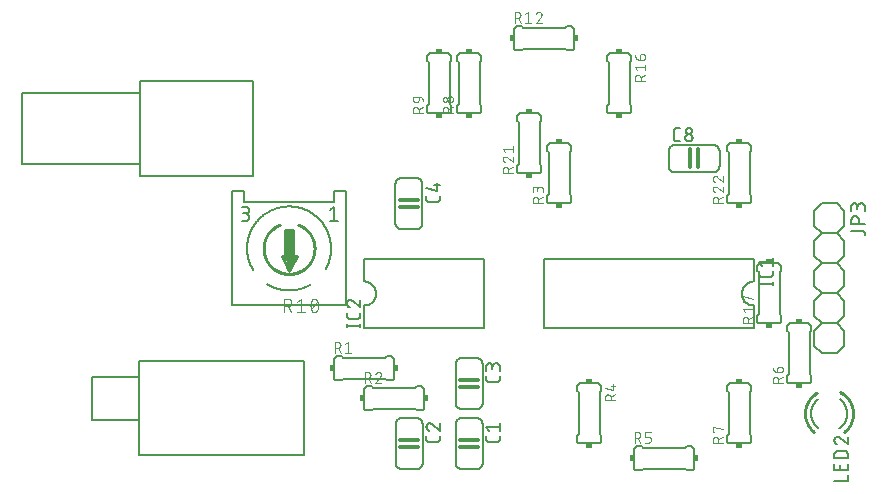
<source format=gbr>
G04 EAGLE Gerber RS-274X export*
G75*
%MOMM*%
%FSLAX34Y34*%
%LPD*%
%INSilkscreen Top*%
%IPPOS*%
%AMOC8*
5,1,8,0,0,1.08239X$1,22.5*%
G01*
%ADD10C,0.152400*%
%ADD11C,0.304800*%
%ADD12C,0.127000*%
%ADD13R,0.381000X0.508000*%
%ADD14C,0.101600*%
%ADD15R,0.508000X0.381000*%
%ADD16C,0.254000*%


D10*
X273116Y110490D02*
X285816Y110490D01*
X285956Y110488D01*
X286096Y110482D01*
X286236Y110473D01*
X286375Y110459D01*
X286514Y110442D01*
X286652Y110421D01*
X286790Y110396D01*
X286927Y110367D01*
X287063Y110335D01*
X287198Y110298D01*
X287332Y110258D01*
X287465Y110215D01*
X287597Y110167D01*
X287728Y110117D01*
X287857Y110062D01*
X287984Y110004D01*
X288110Y109943D01*
X288234Y109878D01*
X288356Y109809D01*
X288476Y109738D01*
X288594Y109663D01*
X288711Y109585D01*
X288825Y109503D01*
X288936Y109419D01*
X289045Y109331D01*
X289152Y109241D01*
X289257Y109147D01*
X289358Y109051D01*
X289457Y108952D01*
X289553Y108851D01*
X289647Y108746D01*
X289737Y108639D01*
X289825Y108530D01*
X289909Y108419D01*
X289991Y108305D01*
X290069Y108188D01*
X290144Y108070D01*
X290215Y107950D01*
X290284Y107828D01*
X290349Y107704D01*
X290410Y107578D01*
X290468Y107451D01*
X290523Y107322D01*
X290573Y107191D01*
X290621Y107059D01*
X290664Y106926D01*
X290704Y106792D01*
X290741Y106657D01*
X290773Y106521D01*
X290802Y106384D01*
X290827Y106246D01*
X290848Y106108D01*
X290865Y105969D01*
X290879Y105830D01*
X290888Y105690D01*
X290894Y105550D01*
X290896Y105410D01*
X273116Y110490D02*
X272976Y110488D01*
X272836Y110482D01*
X272696Y110473D01*
X272557Y110459D01*
X272418Y110442D01*
X272280Y110421D01*
X272142Y110396D01*
X272005Y110367D01*
X271869Y110335D01*
X271734Y110298D01*
X271600Y110258D01*
X271467Y110215D01*
X271335Y110167D01*
X271204Y110117D01*
X271075Y110062D01*
X270948Y110004D01*
X270822Y109943D01*
X270698Y109878D01*
X270576Y109809D01*
X270456Y109738D01*
X270338Y109663D01*
X270221Y109585D01*
X270107Y109503D01*
X269996Y109419D01*
X269887Y109331D01*
X269780Y109241D01*
X269675Y109147D01*
X269574Y109051D01*
X269475Y108952D01*
X269379Y108851D01*
X269285Y108746D01*
X269195Y108639D01*
X269107Y108530D01*
X269023Y108419D01*
X268941Y108305D01*
X268863Y108188D01*
X268788Y108070D01*
X268717Y107950D01*
X268648Y107828D01*
X268583Y107704D01*
X268522Y107578D01*
X268464Y107451D01*
X268409Y107322D01*
X268359Y107191D01*
X268311Y107059D01*
X268268Y106926D01*
X268228Y106792D01*
X268191Y106657D01*
X268159Y106521D01*
X268130Y106384D01*
X268105Y106246D01*
X268084Y106108D01*
X268067Y105969D01*
X268053Y105830D01*
X268044Y105690D01*
X268038Y105550D01*
X268036Y105410D01*
X290896Y105410D02*
X290896Y72390D01*
X285816Y67310D02*
X273116Y67310D01*
X268036Y72390D02*
X268036Y105410D01*
X290896Y72390D02*
X290894Y72250D01*
X290888Y72110D01*
X290879Y71970D01*
X290865Y71831D01*
X290848Y71692D01*
X290827Y71554D01*
X290802Y71416D01*
X290773Y71279D01*
X290741Y71143D01*
X290704Y71008D01*
X290664Y70874D01*
X290621Y70741D01*
X290573Y70609D01*
X290523Y70478D01*
X290468Y70349D01*
X290410Y70222D01*
X290349Y70096D01*
X290284Y69972D01*
X290215Y69850D01*
X290144Y69730D01*
X290069Y69612D01*
X289991Y69495D01*
X289909Y69381D01*
X289825Y69270D01*
X289737Y69161D01*
X289647Y69054D01*
X289553Y68949D01*
X289457Y68848D01*
X289358Y68749D01*
X289257Y68653D01*
X289152Y68559D01*
X289045Y68469D01*
X288936Y68381D01*
X288825Y68297D01*
X288711Y68215D01*
X288594Y68137D01*
X288476Y68062D01*
X288356Y67991D01*
X288234Y67922D01*
X288110Y67857D01*
X287984Y67796D01*
X287857Y67738D01*
X287728Y67683D01*
X287597Y67633D01*
X287465Y67585D01*
X287332Y67542D01*
X287198Y67502D01*
X287063Y67465D01*
X286927Y67433D01*
X286790Y67404D01*
X286652Y67379D01*
X286514Y67358D01*
X286375Y67341D01*
X286236Y67327D01*
X286096Y67318D01*
X285956Y67312D01*
X285816Y67310D01*
X273116Y67310D02*
X272976Y67312D01*
X272836Y67318D01*
X272696Y67327D01*
X272557Y67341D01*
X272418Y67358D01*
X272280Y67379D01*
X272142Y67404D01*
X272005Y67433D01*
X271869Y67465D01*
X271734Y67502D01*
X271600Y67542D01*
X271467Y67585D01*
X271335Y67633D01*
X271204Y67683D01*
X271075Y67738D01*
X270948Y67796D01*
X270822Y67857D01*
X270698Y67922D01*
X270576Y67991D01*
X270456Y68062D01*
X270338Y68137D01*
X270221Y68215D01*
X270107Y68297D01*
X269996Y68381D01*
X269887Y68469D01*
X269780Y68559D01*
X269675Y68653D01*
X269574Y68749D01*
X269475Y68848D01*
X269379Y68949D01*
X269285Y69054D01*
X269195Y69161D01*
X269107Y69270D01*
X269023Y69381D01*
X268941Y69495D01*
X268863Y69612D01*
X268788Y69730D01*
X268717Y69850D01*
X268648Y69972D01*
X268583Y70096D01*
X268522Y70222D01*
X268464Y70349D01*
X268409Y70478D01*
X268359Y70609D01*
X268311Y70741D01*
X268268Y70874D01*
X268228Y71008D01*
X268191Y71143D01*
X268159Y71279D01*
X268130Y71416D01*
X268105Y71554D01*
X268084Y71692D01*
X268067Y71831D01*
X268053Y71970D01*
X268044Y72110D01*
X268038Y72250D01*
X268036Y72390D01*
D11*
X271846Y91948D02*
X287086Y91948D01*
X287086Y85598D02*
X271846Y85598D01*
D12*
X305501Y92673D02*
X305501Y95213D01*
X305501Y92673D02*
X305499Y92573D01*
X305493Y92474D01*
X305483Y92374D01*
X305470Y92276D01*
X305452Y92177D01*
X305431Y92080D01*
X305406Y91984D01*
X305377Y91888D01*
X305344Y91794D01*
X305308Y91701D01*
X305268Y91610D01*
X305224Y91520D01*
X305177Y91432D01*
X305127Y91346D01*
X305073Y91262D01*
X305016Y91180D01*
X304956Y91101D01*
X304892Y91023D01*
X304826Y90949D01*
X304757Y90877D01*
X304685Y90808D01*
X304611Y90742D01*
X304533Y90678D01*
X304454Y90618D01*
X304372Y90561D01*
X304288Y90507D01*
X304202Y90457D01*
X304114Y90410D01*
X304024Y90366D01*
X303933Y90326D01*
X303840Y90290D01*
X303746Y90257D01*
X303650Y90228D01*
X303554Y90203D01*
X303457Y90182D01*
X303358Y90164D01*
X303260Y90151D01*
X303160Y90141D01*
X303061Y90135D01*
X302961Y90133D01*
X296611Y90133D01*
X296511Y90135D01*
X296412Y90141D01*
X296312Y90151D01*
X296214Y90164D01*
X296115Y90182D01*
X296018Y90203D01*
X295922Y90228D01*
X295826Y90257D01*
X295732Y90290D01*
X295639Y90326D01*
X295548Y90366D01*
X295458Y90410D01*
X295370Y90457D01*
X295284Y90507D01*
X295200Y90561D01*
X295118Y90618D01*
X295039Y90678D01*
X294961Y90742D01*
X294887Y90808D01*
X294815Y90877D01*
X294746Y90949D01*
X294680Y91023D01*
X294616Y91101D01*
X294556Y91180D01*
X294499Y91262D01*
X294445Y91346D01*
X294395Y91432D01*
X294348Y91520D01*
X294304Y91610D01*
X294264Y91701D01*
X294228Y91794D01*
X294195Y91888D01*
X294166Y91984D01*
X294141Y92080D01*
X294120Y92177D01*
X294102Y92276D01*
X294089Y92374D01*
X294079Y92474D01*
X294073Y92573D01*
X294071Y92673D01*
X294071Y95213D01*
X296611Y99695D02*
X294071Y102870D01*
X305501Y102870D01*
X305501Y99695D02*
X305501Y106045D01*
D10*
X235016Y110490D02*
X222316Y110490D01*
X235016Y110490D02*
X235156Y110488D01*
X235296Y110482D01*
X235436Y110473D01*
X235575Y110459D01*
X235714Y110442D01*
X235852Y110421D01*
X235990Y110396D01*
X236127Y110367D01*
X236263Y110335D01*
X236398Y110298D01*
X236532Y110258D01*
X236665Y110215D01*
X236797Y110167D01*
X236928Y110117D01*
X237057Y110062D01*
X237184Y110004D01*
X237310Y109943D01*
X237434Y109878D01*
X237556Y109809D01*
X237676Y109738D01*
X237794Y109663D01*
X237911Y109585D01*
X238025Y109503D01*
X238136Y109419D01*
X238245Y109331D01*
X238352Y109241D01*
X238457Y109147D01*
X238558Y109051D01*
X238657Y108952D01*
X238753Y108851D01*
X238847Y108746D01*
X238937Y108639D01*
X239025Y108530D01*
X239109Y108419D01*
X239191Y108305D01*
X239269Y108188D01*
X239344Y108070D01*
X239415Y107950D01*
X239484Y107828D01*
X239549Y107704D01*
X239610Y107578D01*
X239668Y107451D01*
X239723Y107322D01*
X239773Y107191D01*
X239821Y107059D01*
X239864Y106926D01*
X239904Y106792D01*
X239941Y106657D01*
X239973Y106521D01*
X240002Y106384D01*
X240027Y106246D01*
X240048Y106108D01*
X240065Y105969D01*
X240079Y105830D01*
X240088Y105690D01*
X240094Y105550D01*
X240096Y105410D01*
X222316Y110490D02*
X222176Y110488D01*
X222036Y110482D01*
X221896Y110473D01*
X221757Y110459D01*
X221618Y110442D01*
X221480Y110421D01*
X221342Y110396D01*
X221205Y110367D01*
X221069Y110335D01*
X220934Y110298D01*
X220800Y110258D01*
X220667Y110215D01*
X220535Y110167D01*
X220404Y110117D01*
X220275Y110062D01*
X220148Y110004D01*
X220022Y109943D01*
X219898Y109878D01*
X219776Y109809D01*
X219656Y109738D01*
X219538Y109663D01*
X219421Y109585D01*
X219307Y109503D01*
X219196Y109419D01*
X219087Y109331D01*
X218980Y109241D01*
X218875Y109147D01*
X218774Y109051D01*
X218675Y108952D01*
X218579Y108851D01*
X218485Y108746D01*
X218395Y108639D01*
X218307Y108530D01*
X218223Y108419D01*
X218141Y108305D01*
X218063Y108188D01*
X217988Y108070D01*
X217917Y107950D01*
X217848Y107828D01*
X217783Y107704D01*
X217722Y107578D01*
X217664Y107451D01*
X217609Y107322D01*
X217559Y107191D01*
X217511Y107059D01*
X217468Y106926D01*
X217428Y106792D01*
X217391Y106657D01*
X217359Y106521D01*
X217330Y106384D01*
X217305Y106246D01*
X217284Y106108D01*
X217267Y105969D01*
X217253Y105830D01*
X217244Y105690D01*
X217238Y105550D01*
X217236Y105410D01*
X240096Y105410D02*
X240096Y72390D01*
X235016Y67310D02*
X222316Y67310D01*
X217236Y72390D02*
X217236Y105410D01*
X240096Y72390D02*
X240094Y72250D01*
X240088Y72110D01*
X240079Y71970D01*
X240065Y71831D01*
X240048Y71692D01*
X240027Y71554D01*
X240002Y71416D01*
X239973Y71279D01*
X239941Y71143D01*
X239904Y71008D01*
X239864Y70874D01*
X239821Y70741D01*
X239773Y70609D01*
X239723Y70478D01*
X239668Y70349D01*
X239610Y70222D01*
X239549Y70096D01*
X239484Y69972D01*
X239415Y69850D01*
X239344Y69730D01*
X239269Y69612D01*
X239191Y69495D01*
X239109Y69381D01*
X239025Y69270D01*
X238937Y69161D01*
X238847Y69054D01*
X238753Y68949D01*
X238657Y68848D01*
X238558Y68749D01*
X238457Y68653D01*
X238352Y68559D01*
X238245Y68469D01*
X238136Y68381D01*
X238025Y68297D01*
X237911Y68215D01*
X237794Y68137D01*
X237676Y68062D01*
X237556Y67991D01*
X237434Y67922D01*
X237310Y67857D01*
X237184Y67796D01*
X237057Y67738D01*
X236928Y67683D01*
X236797Y67633D01*
X236665Y67585D01*
X236532Y67542D01*
X236398Y67502D01*
X236263Y67465D01*
X236127Y67433D01*
X235990Y67404D01*
X235852Y67379D01*
X235714Y67358D01*
X235575Y67341D01*
X235436Y67327D01*
X235296Y67318D01*
X235156Y67312D01*
X235016Y67310D01*
X222316Y67310D02*
X222176Y67312D01*
X222036Y67318D01*
X221896Y67327D01*
X221757Y67341D01*
X221618Y67358D01*
X221480Y67379D01*
X221342Y67404D01*
X221205Y67433D01*
X221069Y67465D01*
X220934Y67502D01*
X220800Y67542D01*
X220667Y67585D01*
X220535Y67633D01*
X220404Y67683D01*
X220275Y67738D01*
X220148Y67796D01*
X220022Y67857D01*
X219898Y67922D01*
X219776Y67991D01*
X219656Y68062D01*
X219538Y68137D01*
X219421Y68215D01*
X219307Y68297D01*
X219196Y68381D01*
X219087Y68469D01*
X218980Y68559D01*
X218875Y68653D01*
X218774Y68749D01*
X218675Y68848D01*
X218579Y68949D01*
X218485Y69054D01*
X218395Y69161D01*
X218307Y69270D01*
X218223Y69381D01*
X218141Y69495D01*
X218063Y69612D01*
X217988Y69730D01*
X217917Y69850D01*
X217848Y69972D01*
X217783Y70096D01*
X217722Y70222D01*
X217664Y70349D01*
X217609Y70478D01*
X217559Y70609D01*
X217511Y70741D01*
X217468Y70874D01*
X217428Y71008D01*
X217391Y71143D01*
X217359Y71279D01*
X217330Y71416D01*
X217305Y71554D01*
X217284Y71692D01*
X217267Y71831D01*
X217253Y71970D01*
X217244Y72110D01*
X217238Y72250D01*
X217236Y72390D01*
D11*
X221046Y91948D02*
X236286Y91948D01*
X236286Y85598D02*
X221046Y85598D01*
D12*
X254701Y92673D02*
X254701Y95213D01*
X254701Y92673D02*
X254699Y92573D01*
X254693Y92474D01*
X254683Y92374D01*
X254670Y92276D01*
X254652Y92177D01*
X254631Y92080D01*
X254606Y91984D01*
X254577Y91888D01*
X254544Y91794D01*
X254508Y91701D01*
X254468Y91610D01*
X254424Y91520D01*
X254377Y91432D01*
X254327Y91346D01*
X254273Y91262D01*
X254216Y91180D01*
X254156Y91101D01*
X254092Y91023D01*
X254026Y90949D01*
X253957Y90877D01*
X253885Y90808D01*
X253811Y90742D01*
X253733Y90678D01*
X253654Y90618D01*
X253572Y90561D01*
X253488Y90507D01*
X253402Y90457D01*
X253314Y90410D01*
X253224Y90366D01*
X253133Y90326D01*
X253040Y90290D01*
X252946Y90257D01*
X252850Y90228D01*
X252754Y90203D01*
X252657Y90182D01*
X252558Y90164D01*
X252460Y90151D01*
X252360Y90141D01*
X252261Y90135D01*
X252161Y90133D01*
X245811Y90133D01*
X245711Y90135D01*
X245612Y90141D01*
X245512Y90151D01*
X245414Y90164D01*
X245315Y90182D01*
X245218Y90203D01*
X245122Y90228D01*
X245026Y90257D01*
X244932Y90290D01*
X244839Y90326D01*
X244748Y90366D01*
X244658Y90410D01*
X244570Y90457D01*
X244484Y90507D01*
X244400Y90561D01*
X244318Y90618D01*
X244239Y90678D01*
X244161Y90742D01*
X244087Y90808D01*
X244015Y90877D01*
X243946Y90949D01*
X243880Y91023D01*
X243816Y91101D01*
X243756Y91180D01*
X243699Y91262D01*
X243645Y91346D01*
X243595Y91432D01*
X243548Y91520D01*
X243504Y91610D01*
X243464Y91701D01*
X243428Y91794D01*
X243395Y91888D01*
X243366Y91984D01*
X243341Y92080D01*
X243320Y92177D01*
X243302Y92276D01*
X243289Y92374D01*
X243279Y92474D01*
X243273Y92573D01*
X243271Y92673D01*
X243271Y95213D01*
X243271Y103188D02*
X243273Y103292D01*
X243279Y103397D01*
X243288Y103501D01*
X243301Y103604D01*
X243319Y103707D01*
X243339Y103809D01*
X243364Y103911D01*
X243392Y104011D01*
X243424Y104111D01*
X243460Y104209D01*
X243499Y104306D01*
X243541Y104401D01*
X243587Y104495D01*
X243637Y104587D01*
X243689Y104677D01*
X243745Y104765D01*
X243805Y104851D01*
X243867Y104935D01*
X243932Y105016D01*
X244000Y105095D01*
X244072Y105172D01*
X244145Y105245D01*
X244222Y105317D01*
X244301Y105385D01*
X244382Y105450D01*
X244466Y105512D01*
X244552Y105572D01*
X244640Y105628D01*
X244730Y105680D01*
X244822Y105730D01*
X244916Y105776D01*
X245011Y105818D01*
X245108Y105857D01*
X245206Y105893D01*
X245306Y105925D01*
X245406Y105953D01*
X245508Y105978D01*
X245610Y105998D01*
X245713Y106016D01*
X245816Y106029D01*
X245920Y106038D01*
X246025Y106044D01*
X246129Y106046D01*
X243271Y103188D02*
X243273Y103070D01*
X243279Y102951D01*
X243288Y102833D01*
X243301Y102716D01*
X243319Y102599D01*
X243339Y102482D01*
X243364Y102366D01*
X243392Y102251D01*
X243425Y102138D01*
X243460Y102025D01*
X243500Y101913D01*
X243542Y101803D01*
X243589Y101694D01*
X243639Y101586D01*
X243692Y101481D01*
X243749Y101377D01*
X243809Y101275D01*
X243872Y101175D01*
X243939Y101077D01*
X244008Y100981D01*
X244081Y100888D01*
X244157Y100797D01*
X244235Y100708D01*
X244317Y100622D01*
X244401Y100539D01*
X244487Y100458D01*
X244577Y100381D01*
X244668Y100306D01*
X244762Y100234D01*
X244859Y100165D01*
X244957Y100100D01*
X245058Y100037D01*
X245161Y99978D01*
X245265Y99922D01*
X245371Y99870D01*
X245479Y99821D01*
X245588Y99776D01*
X245699Y99734D01*
X245811Y99696D01*
X248351Y105093D02*
X248276Y105169D01*
X248197Y105244D01*
X248116Y105315D01*
X248032Y105384D01*
X247946Y105449D01*
X247858Y105511D01*
X247768Y105571D01*
X247676Y105627D01*
X247581Y105680D01*
X247485Y105729D01*
X247387Y105775D01*
X247288Y105818D01*
X247187Y105857D01*
X247085Y105892D01*
X246982Y105924D01*
X246878Y105952D01*
X246773Y105977D01*
X246666Y105998D01*
X246560Y106015D01*
X246453Y106028D01*
X246345Y106037D01*
X246237Y106043D01*
X246129Y106045D01*
X248351Y105093D02*
X254701Y99695D01*
X254701Y106045D01*
D10*
X273116Y161290D02*
X285816Y161290D01*
X285956Y161288D01*
X286096Y161282D01*
X286236Y161273D01*
X286375Y161259D01*
X286514Y161242D01*
X286652Y161221D01*
X286790Y161196D01*
X286927Y161167D01*
X287063Y161135D01*
X287198Y161098D01*
X287332Y161058D01*
X287465Y161015D01*
X287597Y160967D01*
X287728Y160917D01*
X287857Y160862D01*
X287984Y160804D01*
X288110Y160743D01*
X288234Y160678D01*
X288356Y160609D01*
X288476Y160538D01*
X288594Y160463D01*
X288711Y160385D01*
X288825Y160303D01*
X288936Y160219D01*
X289045Y160131D01*
X289152Y160041D01*
X289257Y159947D01*
X289358Y159851D01*
X289457Y159752D01*
X289553Y159651D01*
X289647Y159546D01*
X289737Y159439D01*
X289825Y159330D01*
X289909Y159219D01*
X289991Y159105D01*
X290069Y158988D01*
X290144Y158870D01*
X290215Y158750D01*
X290284Y158628D01*
X290349Y158504D01*
X290410Y158378D01*
X290468Y158251D01*
X290523Y158122D01*
X290573Y157991D01*
X290621Y157859D01*
X290664Y157726D01*
X290704Y157592D01*
X290741Y157457D01*
X290773Y157321D01*
X290802Y157184D01*
X290827Y157046D01*
X290848Y156908D01*
X290865Y156769D01*
X290879Y156630D01*
X290888Y156490D01*
X290894Y156350D01*
X290896Y156210D01*
X273116Y161290D02*
X272976Y161288D01*
X272836Y161282D01*
X272696Y161273D01*
X272557Y161259D01*
X272418Y161242D01*
X272280Y161221D01*
X272142Y161196D01*
X272005Y161167D01*
X271869Y161135D01*
X271734Y161098D01*
X271600Y161058D01*
X271467Y161015D01*
X271335Y160967D01*
X271204Y160917D01*
X271075Y160862D01*
X270948Y160804D01*
X270822Y160743D01*
X270698Y160678D01*
X270576Y160609D01*
X270456Y160538D01*
X270338Y160463D01*
X270221Y160385D01*
X270107Y160303D01*
X269996Y160219D01*
X269887Y160131D01*
X269780Y160041D01*
X269675Y159947D01*
X269574Y159851D01*
X269475Y159752D01*
X269379Y159651D01*
X269285Y159546D01*
X269195Y159439D01*
X269107Y159330D01*
X269023Y159219D01*
X268941Y159105D01*
X268863Y158988D01*
X268788Y158870D01*
X268717Y158750D01*
X268648Y158628D01*
X268583Y158504D01*
X268522Y158378D01*
X268464Y158251D01*
X268409Y158122D01*
X268359Y157991D01*
X268311Y157859D01*
X268268Y157726D01*
X268228Y157592D01*
X268191Y157457D01*
X268159Y157321D01*
X268130Y157184D01*
X268105Y157046D01*
X268084Y156908D01*
X268067Y156769D01*
X268053Y156630D01*
X268044Y156490D01*
X268038Y156350D01*
X268036Y156210D01*
X290896Y156210D02*
X290896Y123190D01*
X285816Y118110D02*
X273116Y118110D01*
X268036Y123190D02*
X268036Y156210D01*
X290896Y123190D02*
X290894Y123050D01*
X290888Y122910D01*
X290879Y122770D01*
X290865Y122631D01*
X290848Y122492D01*
X290827Y122354D01*
X290802Y122216D01*
X290773Y122079D01*
X290741Y121943D01*
X290704Y121808D01*
X290664Y121674D01*
X290621Y121541D01*
X290573Y121409D01*
X290523Y121278D01*
X290468Y121149D01*
X290410Y121022D01*
X290349Y120896D01*
X290284Y120772D01*
X290215Y120650D01*
X290144Y120530D01*
X290069Y120412D01*
X289991Y120295D01*
X289909Y120181D01*
X289825Y120070D01*
X289737Y119961D01*
X289647Y119854D01*
X289553Y119749D01*
X289457Y119648D01*
X289358Y119549D01*
X289257Y119453D01*
X289152Y119359D01*
X289045Y119269D01*
X288936Y119181D01*
X288825Y119097D01*
X288711Y119015D01*
X288594Y118937D01*
X288476Y118862D01*
X288356Y118791D01*
X288234Y118722D01*
X288110Y118657D01*
X287984Y118596D01*
X287857Y118538D01*
X287728Y118483D01*
X287597Y118433D01*
X287465Y118385D01*
X287332Y118342D01*
X287198Y118302D01*
X287063Y118265D01*
X286927Y118233D01*
X286790Y118204D01*
X286652Y118179D01*
X286514Y118158D01*
X286375Y118141D01*
X286236Y118127D01*
X286096Y118118D01*
X285956Y118112D01*
X285816Y118110D01*
X273116Y118110D02*
X272976Y118112D01*
X272836Y118118D01*
X272696Y118127D01*
X272557Y118141D01*
X272418Y118158D01*
X272280Y118179D01*
X272142Y118204D01*
X272005Y118233D01*
X271869Y118265D01*
X271734Y118302D01*
X271600Y118342D01*
X271467Y118385D01*
X271335Y118433D01*
X271204Y118483D01*
X271075Y118538D01*
X270948Y118596D01*
X270822Y118657D01*
X270698Y118722D01*
X270576Y118791D01*
X270456Y118862D01*
X270338Y118937D01*
X270221Y119015D01*
X270107Y119097D01*
X269996Y119181D01*
X269887Y119269D01*
X269780Y119359D01*
X269675Y119453D01*
X269574Y119549D01*
X269475Y119648D01*
X269379Y119749D01*
X269285Y119854D01*
X269195Y119961D01*
X269107Y120070D01*
X269023Y120181D01*
X268941Y120295D01*
X268863Y120412D01*
X268788Y120530D01*
X268717Y120650D01*
X268648Y120772D01*
X268583Y120896D01*
X268522Y121022D01*
X268464Y121149D01*
X268409Y121278D01*
X268359Y121409D01*
X268311Y121541D01*
X268268Y121674D01*
X268228Y121808D01*
X268191Y121943D01*
X268159Y122079D01*
X268130Y122216D01*
X268105Y122354D01*
X268084Y122492D01*
X268067Y122631D01*
X268053Y122770D01*
X268044Y122910D01*
X268038Y123050D01*
X268036Y123190D01*
D11*
X271846Y142748D02*
X287086Y142748D01*
X287086Y136398D02*
X271846Y136398D01*
D12*
X305501Y143473D02*
X305501Y146013D01*
X305501Y143473D02*
X305499Y143373D01*
X305493Y143274D01*
X305483Y143174D01*
X305470Y143076D01*
X305452Y142977D01*
X305431Y142880D01*
X305406Y142784D01*
X305377Y142688D01*
X305344Y142594D01*
X305308Y142501D01*
X305268Y142410D01*
X305224Y142320D01*
X305177Y142232D01*
X305127Y142146D01*
X305073Y142062D01*
X305016Y141980D01*
X304956Y141901D01*
X304892Y141823D01*
X304826Y141749D01*
X304757Y141677D01*
X304685Y141608D01*
X304611Y141542D01*
X304533Y141478D01*
X304454Y141418D01*
X304372Y141361D01*
X304288Y141307D01*
X304202Y141257D01*
X304114Y141210D01*
X304024Y141166D01*
X303933Y141126D01*
X303840Y141090D01*
X303746Y141057D01*
X303650Y141028D01*
X303554Y141003D01*
X303457Y140982D01*
X303358Y140964D01*
X303260Y140951D01*
X303160Y140941D01*
X303061Y140935D01*
X302961Y140933D01*
X296611Y140933D01*
X296511Y140935D01*
X296412Y140941D01*
X296312Y140951D01*
X296214Y140964D01*
X296115Y140982D01*
X296018Y141003D01*
X295922Y141028D01*
X295826Y141057D01*
X295732Y141090D01*
X295639Y141126D01*
X295548Y141166D01*
X295458Y141210D01*
X295370Y141257D01*
X295284Y141307D01*
X295200Y141361D01*
X295118Y141418D01*
X295039Y141478D01*
X294961Y141542D01*
X294887Y141608D01*
X294815Y141677D01*
X294746Y141749D01*
X294680Y141823D01*
X294616Y141901D01*
X294556Y141980D01*
X294499Y142062D01*
X294445Y142146D01*
X294395Y142232D01*
X294348Y142320D01*
X294304Y142410D01*
X294264Y142501D01*
X294228Y142594D01*
X294195Y142688D01*
X294166Y142784D01*
X294141Y142880D01*
X294120Y142977D01*
X294102Y143076D01*
X294089Y143174D01*
X294079Y143274D01*
X294073Y143373D01*
X294071Y143473D01*
X294071Y146013D01*
X305501Y150495D02*
X305501Y153670D01*
X305499Y153781D01*
X305493Y153891D01*
X305484Y154002D01*
X305470Y154112D01*
X305453Y154221D01*
X305432Y154330D01*
X305407Y154438D01*
X305378Y154545D01*
X305346Y154651D01*
X305310Y154756D01*
X305270Y154859D01*
X305227Y154961D01*
X305180Y155062D01*
X305129Y155161D01*
X305076Y155258D01*
X305019Y155352D01*
X304958Y155445D01*
X304895Y155536D01*
X304828Y155625D01*
X304758Y155711D01*
X304685Y155794D01*
X304610Y155876D01*
X304532Y155954D01*
X304450Y156029D01*
X304367Y156102D01*
X304281Y156172D01*
X304192Y156239D01*
X304101Y156302D01*
X304008Y156363D01*
X303914Y156420D01*
X303817Y156473D01*
X303718Y156524D01*
X303617Y156571D01*
X303515Y156614D01*
X303412Y156654D01*
X303307Y156690D01*
X303201Y156722D01*
X303094Y156751D01*
X302986Y156776D01*
X302877Y156797D01*
X302768Y156814D01*
X302658Y156828D01*
X302547Y156837D01*
X302437Y156843D01*
X302326Y156845D01*
X302215Y156843D01*
X302105Y156837D01*
X301994Y156828D01*
X301884Y156814D01*
X301775Y156797D01*
X301666Y156776D01*
X301558Y156751D01*
X301451Y156722D01*
X301345Y156690D01*
X301240Y156654D01*
X301137Y156614D01*
X301035Y156571D01*
X300934Y156524D01*
X300835Y156473D01*
X300739Y156420D01*
X300644Y156363D01*
X300551Y156302D01*
X300460Y156239D01*
X300371Y156172D01*
X300285Y156102D01*
X300202Y156029D01*
X300120Y155954D01*
X300042Y155876D01*
X299967Y155794D01*
X299894Y155711D01*
X299824Y155625D01*
X299757Y155536D01*
X299694Y155445D01*
X299633Y155352D01*
X299576Y155258D01*
X299523Y155161D01*
X299472Y155062D01*
X299425Y154961D01*
X299382Y154859D01*
X299342Y154756D01*
X299306Y154651D01*
X299274Y154545D01*
X299245Y154438D01*
X299220Y154330D01*
X299199Y154221D01*
X299182Y154112D01*
X299168Y154002D01*
X299159Y153891D01*
X299153Y153781D01*
X299151Y153670D01*
X294071Y154305D02*
X294071Y150495D01*
X294071Y154305D02*
X294073Y154405D01*
X294079Y154504D01*
X294089Y154604D01*
X294102Y154702D01*
X294120Y154801D01*
X294141Y154898D01*
X294166Y154994D01*
X294195Y155090D01*
X294228Y155184D01*
X294264Y155277D01*
X294304Y155368D01*
X294348Y155458D01*
X294395Y155546D01*
X294445Y155632D01*
X294499Y155716D01*
X294556Y155798D01*
X294616Y155877D01*
X294680Y155955D01*
X294746Y156029D01*
X294815Y156101D01*
X294887Y156170D01*
X294961Y156236D01*
X295039Y156300D01*
X295118Y156360D01*
X295200Y156417D01*
X295284Y156471D01*
X295370Y156521D01*
X295458Y156568D01*
X295548Y156612D01*
X295639Y156652D01*
X295732Y156688D01*
X295826Y156721D01*
X295922Y156750D01*
X296018Y156775D01*
X296115Y156796D01*
X296214Y156814D01*
X296312Y156827D01*
X296412Y156837D01*
X296511Y156843D01*
X296611Y156845D01*
X296711Y156843D01*
X296810Y156837D01*
X296910Y156827D01*
X297008Y156814D01*
X297107Y156796D01*
X297204Y156775D01*
X297300Y156750D01*
X297396Y156721D01*
X297490Y156688D01*
X297583Y156652D01*
X297674Y156612D01*
X297764Y156568D01*
X297852Y156521D01*
X297938Y156471D01*
X298022Y156417D01*
X298104Y156360D01*
X298183Y156300D01*
X298261Y156236D01*
X298335Y156170D01*
X298407Y156101D01*
X298476Y156029D01*
X298542Y155955D01*
X298606Y155877D01*
X298666Y155798D01*
X298723Y155716D01*
X298777Y155632D01*
X298827Y155546D01*
X298874Y155458D01*
X298918Y155368D01*
X298958Y155277D01*
X298994Y155184D01*
X299027Y155090D01*
X299056Y154994D01*
X299081Y154898D01*
X299102Y154801D01*
X299120Y154702D01*
X299133Y154604D01*
X299143Y154504D01*
X299149Y154405D01*
X299151Y154305D01*
X299151Y151765D01*
D10*
X234884Y313690D02*
X222184Y313690D01*
X234884Y313690D02*
X235024Y313688D01*
X235164Y313682D01*
X235304Y313673D01*
X235443Y313659D01*
X235582Y313642D01*
X235720Y313621D01*
X235858Y313596D01*
X235995Y313567D01*
X236131Y313535D01*
X236266Y313498D01*
X236400Y313458D01*
X236533Y313415D01*
X236665Y313367D01*
X236796Y313317D01*
X236925Y313262D01*
X237052Y313204D01*
X237178Y313143D01*
X237302Y313078D01*
X237424Y313009D01*
X237544Y312938D01*
X237662Y312863D01*
X237779Y312785D01*
X237893Y312703D01*
X238004Y312619D01*
X238113Y312531D01*
X238220Y312441D01*
X238325Y312347D01*
X238426Y312251D01*
X238525Y312152D01*
X238621Y312051D01*
X238715Y311946D01*
X238805Y311839D01*
X238893Y311730D01*
X238977Y311619D01*
X239059Y311505D01*
X239137Y311388D01*
X239212Y311270D01*
X239283Y311150D01*
X239352Y311028D01*
X239417Y310904D01*
X239478Y310778D01*
X239536Y310651D01*
X239591Y310522D01*
X239641Y310391D01*
X239689Y310259D01*
X239732Y310126D01*
X239772Y309992D01*
X239809Y309857D01*
X239841Y309721D01*
X239870Y309584D01*
X239895Y309446D01*
X239916Y309308D01*
X239933Y309169D01*
X239947Y309030D01*
X239956Y308890D01*
X239962Y308750D01*
X239964Y308610D01*
X222184Y313690D02*
X222044Y313688D01*
X221904Y313682D01*
X221764Y313673D01*
X221625Y313659D01*
X221486Y313642D01*
X221348Y313621D01*
X221210Y313596D01*
X221073Y313567D01*
X220937Y313535D01*
X220802Y313498D01*
X220668Y313458D01*
X220535Y313415D01*
X220403Y313367D01*
X220272Y313317D01*
X220143Y313262D01*
X220016Y313204D01*
X219890Y313143D01*
X219766Y313078D01*
X219644Y313009D01*
X219524Y312938D01*
X219406Y312863D01*
X219289Y312785D01*
X219175Y312703D01*
X219064Y312619D01*
X218955Y312531D01*
X218848Y312441D01*
X218743Y312347D01*
X218642Y312251D01*
X218543Y312152D01*
X218447Y312051D01*
X218353Y311946D01*
X218263Y311839D01*
X218175Y311730D01*
X218091Y311619D01*
X218009Y311505D01*
X217931Y311388D01*
X217856Y311270D01*
X217785Y311150D01*
X217716Y311028D01*
X217651Y310904D01*
X217590Y310778D01*
X217532Y310651D01*
X217477Y310522D01*
X217427Y310391D01*
X217379Y310259D01*
X217336Y310126D01*
X217296Y309992D01*
X217259Y309857D01*
X217227Y309721D01*
X217198Y309584D01*
X217173Y309446D01*
X217152Y309308D01*
X217135Y309169D01*
X217121Y309030D01*
X217112Y308890D01*
X217106Y308750D01*
X217104Y308610D01*
X239964Y308610D02*
X239964Y275590D01*
X234884Y270510D02*
X222184Y270510D01*
X217104Y275590D02*
X217104Y308610D01*
X239964Y275590D02*
X239962Y275450D01*
X239956Y275310D01*
X239947Y275170D01*
X239933Y275031D01*
X239916Y274892D01*
X239895Y274754D01*
X239870Y274616D01*
X239841Y274479D01*
X239809Y274343D01*
X239772Y274208D01*
X239732Y274074D01*
X239689Y273941D01*
X239641Y273809D01*
X239591Y273678D01*
X239536Y273549D01*
X239478Y273422D01*
X239417Y273296D01*
X239352Y273172D01*
X239283Y273050D01*
X239212Y272930D01*
X239137Y272812D01*
X239059Y272695D01*
X238977Y272581D01*
X238893Y272470D01*
X238805Y272361D01*
X238715Y272254D01*
X238621Y272149D01*
X238525Y272048D01*
X238426Y271949D01*
X238325Y271853D01*
X238220Y271759D01*
X238113Y271669D01*
X238004Y271581D01*
X237893Y271497D01*
X237779Y271415D01*
X237662Y271337D01*
X237544Y271262D01*
X237424Y271191D01*
X237302Y271122D01*
X237178Y271057D01*
X237052Y270996D01*
X236925Y270938D01*
X236796Y270883D01*
X236665Y270833D01*
X236533Y270785D01*
X236400Y270742D01*
X236266Y270702D01*
X236131Y270665D01*
X235995Y270633D01*
X235858Y270604D01*
X235720Y270579D01*
X235582Y270558D01*
X235443Y270541D01*
X235304Y270527D01*
X235164Y270518D01*
X235024Y270512D01*
X234884Y270510D01*
X222184Y270510D02*
X222044Y270512D01*
X221904Y270518D01*
X221764Y270527D01*
X221625Y270541D01*
X221486Y270558D01*
X221348Y270579D01*
X221210Y270604D01*
X221073Y270633D01*
X220937Y270665D01*
X220802Y270702D01*
X220668Y270742D01*
X220535Y270785D01*
X220403Y270833D01*
X220272Y270883D01*
X220143Y270938D01*
X220016Y270996D01*
X219890Y271057D01*
X219766Y271122D01*
X219644Y271191D01*
X219524Y271262D01*
X219406Y271337D01*
X219289Y271415D01*
X219175Y271497D01*
X219064Y271581D01*
X218955Y271669D01*
X218848Y271759D01*
X218743Y271853D01*
X218642Y271949D01*
X218543Y272048D01*
X218447Y272149D01*
X218353Y272254D01*
X218263Y272361D01*
X218175Y272470D01*
X218091Y272581D01*
X218009Y272695D01*
X217931Y272812D01*
X217856Y272930D01*
X217785Y273050D01*
X217716Y273172D01*
X217651Y273296D01*
X217590Y273422D01*
X217532Y273549D01*
X217477Y273678D01*
X217427Y273809D01*
X217379Y273941D01*
X217336Y274074D01*
X217296Y274208D01*
X217259Y274343D01*
X217227Y274479D01*
X217198Y274616D01*
X217173Y274754D01*
X217152Y274892D01*
X217135Y275031D01*
X217121Y275170D01*
X217112Y275310D01*
X217106Y275450D01*
X217104Y275590D01*
D11*
X220914Y295148D02*
X236154Y295148D01*
X236154Y288798D02*
X220914Y288798D01*
D12*
X254569Y295873D02*
X254569Y298413D01*
X254569Y295873D02*
X254567Y295773D01*
X254561Y295674D01*
X254551Y295574D01*
X254538Y295476D01*
X254520Y295377D01*
X254499Y295280D01*
X254474Y295184D01*
X254445Y295088D01*
X254412Y294994D01*
X254376Y294901D01*
X254336Y294810D01*
X254292Y294720D01*
X254245Y294632D01*
X254195Y294546D01*
X254141Y294462D01*
X254084Y294380D01*
X254024Y294301D01*
X253960Y294223D01*
X253894Y294149D01*
X253825Y294077D01*
X253753Y294008D01*
X253679Y293942D01*
X253601Y293878D01*
X253522Y293818D01*
X253440Y293761D01*
X253356Y293707D01*
X253270Y293657D01*
X253182Y293610D01*
X253092Y293566D01*
X253001Y293526D01*
X252908Y293490D01*
X252814Y293457D01*
X252718Y293428D01*
X252622Y293403D01*
X252525Y293382D01*
X252426Y293364D01*
X252328Y293351D01*
X252228Y293341D01*
X252129Y293335D01*
X252029Y293333D01*
X245679Y293333D01*
X245579Y293335D01*
X245480Y293341D01*
X245380Y293351D01*
X245282Y293364D01*
X245183Y293382D01*
X245086Y293403D01*
X244990Y293428D01*
X244894Y293457D01*
X244800Y293490D01*
X244707Y293526D01*
X244616Y293566D01*
X244526Y293610D01*
X244438Y293657D01*
X244352Y293707D01*
X244268Y293761D01*
X244186Y293818D01*
X244107Y293878D01*
X244029Y293942D01*
X243955Y294008D01*
X243883Y294077D01*
X243814Y294149D01*
X243748Y294223D01*
X243684Y294301D01*
X243624Y294380D01*
X243567Y294462D01*
X243513Y294546D01*
X243463Y294632D01*
X243416Y294720D01*
X243372Y294810D01*
X243332Y294901D01*
X243296Y294994D01*
X243263Y295088D01*
X243234Y295184D01*
X243209Y295280D01*
X243188Y295377D01*
X243170Y295476D01*
X243157Y295574D01*
X243147Y295674D01*
X243141Y295773D01*
X243139Y295873D01*
X243139Y298413D01*
X243139Y305435D02*
X252029Y302895D01*
X252029Y309245D01*
X249489Y307340D02*
X254569Y307340D01*
D10*
X448310Y323784D02*
X448310Y336484D01*
X448312Y336624D01*
X448318Y336764D01*
X448327Y336904D01*
X448341Y337043D01*
X448358Y337182D01*
X448379Y337320D01*
X448404Y337458D01*
X448433Y337595D01*
X448465Y337731D01*
X448502Y337866D01*
X448542Y338000D01*
X448585Y338133D01*
X448633Y338265D01*
X448683Y338396D01*
X448738Y338525D01*
X448796Y338652D01*
X448857Y338778D01*
X448922Y338902D01*
X448991Y339024D01*
X449062Y339144D01*
X449137Y339262D01*
X449215Y339379D01*
X449297Y339493D01*
X449381Y339604D01*
X449469Y339713D01*
X449559Y339820D01*
X449653Y339925D01*
X449749Y340026D01*
X449848Y340125D01*
X449949Y340221D01*
X450054Y340315D01*
X450161Y340405D01*
X450270Y340493D01*
X450381Y340577D01*
X450495Y340659D01*
X450612Y340737D01*
X450730Y340812D01*
X450850Y340883D01*
X450972Y340952D01*
X451096Y341017D01*
X451222Y341078D01*
X451349Y341136D01*
X451478Y341191D01*
X451609Y341241D01*
X451741Y341289D01*
X451874Y341332D01*
X452008Y341372D01*
X452143Y341409D01*
X452279Y341441D01*
X452416Y341470D01*
X452554Y341495D01*
X452692Y341516D01*
X452831Y341533D01*
X452970Y341547D01*
X453110Y341556D01*
X453250Y341562D01*
X453390Y341564D01*
X448310Y323784D02*
X448312Y323644D01*
X448318Y323504D01*
X448327Y323364D01*
X448341Y323225D01*
X448358Y323086D01*
X448379Y322948D01*
X448404Y322810D01*
X448433Y322673D01*
X448465Y322537D01*
X448502Y322402D01*
X448542Y322268D01*
X448585Y322135D01*
X448633Y322003D01*
X448683Y321872D01*
X448738Y321743D01*
X448796Y321616D01*
X448857Y321490D01*
X448922Y321366D01*
X448991Y321244D01*
X449062Y321124D01*
X449137Y321006D01*
X449215Y320889D01*
X449297Y320775D01*
X449381Y320664D01*
X449469Y320555D01*
X449559Y320448D01*
X449653Y320343D01*
X449749Y320242D01*
X449848Y320143D01*
X449949Y320047D01*
X450054Y319953D01*
X450161Y319863D01*
X450270Y319775D01*
X450381Y319691D01*
X450495Y319609D01*
X450612Y319531D01*
X450730Y319456D01*
X450850Y319385D01*
X450972Y319316D01*
X451096Y319251D01*
X451222Y319190D01*
X451349Y319132D01*
X451478Y319077D01*
X451609Y319027D01*
X451741Y318979D01*
X451874Y318936D01*
X452008Y318896D01*
X452143Y318859D01*
X452279Y318827D01*
X452416Y318798D01*
X452554Y318773D01*
X452692Y318752D01*
X452831Y318735D01*
X452970Y318721D01*
X453110Y318712D01*
X453250Y318706D01*
X453390Y318704D01*
X453390Y341564D02*
X486410Y341564D01*
X491490Y336484D02*
X491490Y323784D01*
X486410Y318704D02*
X453390Y318704D01*
X486410Y341564D02*
X486550Y341562D01*
X486690Y341556D01*
X486830Y341547D01*
X486969Y341533D01*
X487108Y341516D01*
X487246Y341495D01*
X487384Y341470D01*
X487521Y341441D01*
X487657Y341409D01*
X487792Y341372D01*
X487926Y341332D01*
X488059Y341289D01*
X488191Y341241D01*
X488322Y341191D01*
X488451Y341136D01*
X488578Y341078D01*
X488704Y341017D01*
X488828Y340952D01*
X488950Y340883D01*
X489070Y340812D01*
X489188Y340737D01*
X489305Y340659D01*
X489419Y340577D01*
X489530Y340493D01*
X489639Y340405D01*
X489746Y340315D01*
X489851Y340221D01*
X489952Y340125D01*
X490051Y340026D01*
X490147Y339925D01*
X490241Y339820D01*
X490331Y339713D01*
X490419Y339604D01*
X490503Y339493D01*
X490585Y339379D01*
X490663Y339262D01*
X490738Y339144D01*
X490809Y339024D01*
X490878Y338902D01*
X490943Y338778D01*
X491004Y338652D01*
X491062Y338525D01*
X491117Y338396D01*
X491167Y338265D01*
X491215Y338133D01*
X491258Y338000D01*
X491298Y337866D01*
X491335Y337731D01*
X491367Y337595D01*
X491396Y337458D01*
X491421Y337320D01*
X491442Y337182D01*
X491459Y337043D01*
X491473Y336904D01*
X491482Y336764D01*
X491488Y336624D01*
X491490Y336484D01*
X491490Y323784D02*
X491488Y323644D01*
X491482Y323504D01*
X491473Y323364D01*
X491459Y323225D01*
X491442Y323086D01*
X491421Y322948D01*
X491396Y322810D01*
X491367Y322673D01*
X491335Y322537D01*
X491298Y322402D01*
X491258Y322268D01*
X491215Y322135D01*
X491167Y322003D01*
X491117Y321872D01*
X491062Y321743D01*
X491004Y321616D01*
X490943Y321490D01*
X490878Y321366D01*
X490809Y321244D01*
X490738Y321124D01*
X490663Y321006D01*
X490585Y320889D01*
X490503Y320775D01*
X490419Y320664D01*
X490331Y320555D01*
X490241Y320448D01*
X490147Y320343D01*
X490051Y320242D01*
X489952Y320143D01*
X489851Y320047D01*
X489746Y319953D01*
X489639Y319863D01*
X489530Y319775D01*
X489419Y319691D01*
X489305Y319609D01*
X489188Y319531D01*
X489070Y319456D01*
X488950Y319385D01*
X488828Y319316D01*
X488704Y319251D01*
X488578Y319190D01*
X488451Y319132D01*
X488322Y319077D01*
X488191Y319027D01*
X488059Y318979D01*
X487926Y318936D01*
X487792Y318896D01*
X487657Y318859D01*
X487521Y318827D01*
X487384Y318798D01*
X487246Y318773D01*
X487108Y318752D01*
X486969Y318735D01*
X486830Y318721D01*
X486690Y318712D01*
X486550Y318706D01*
X486410Y318704D01*
D11*
X466852Y322514D02*
X466852Y337754D01*
X473202Y337754D02*
X473202Y322514D01*
D12*
X457835Y344739D02*
X455295Y344739D01*
X455195Y344741D01*
X455096Y344747D01*
X454996Y344757D01*
X454898Y344770D01*
X454799Y344788D01*
X454702Y344809D01*
X454606Y344834D01*
X454510Y344863D01*
X454416Y344896D01*
X454323Y344932D01*
X454232Y344972D01*
X454142Y345016D01*
X454054Y345063D01*
X453968Y345113D01*
X453884Y345167D01*
X453802Y345224D01*
X453723Y345284D01*
X453645Y345348D01*
X453571Y345414D01*
X453499Y345483D01*
X453430Y345555D01*
X453364Y345629D01*
X453300Y345707D01*
X453240Y345786D01*
X453183Y345868D01*
X453129Y345952D01*
X453079Y346038D01*
X453032Y346126D01*
X452988Y346216D01*
X452948Y346307D01*
X452912Y346400D01*
X452879Y346494D01*
X452850Y346590D01*
X452825Y346686D01*
X452804Y346783D01*
X452786Y346882D01*
X452773Y346980D01*
X452763Y347080D01*
X452757Y347179D01*
X452755Y347279D01*
X452755Y353629D01*
X452757Y353729D01*
X452763Y353828D01*
X452773Y353928D01*
X452786Y354026D01*
X452804Y354125D01*
X452825Y354222D01*
X452850Y354318D01*
X452879Y354414D01*
X452912Y354508D01*
X452948Y354601D01*
X452988Y354692D01*
X453032Y354782D01*
X453079Y354870D01*
X453129Y354956D01*
X453183Y355040D01*
X453240Y355122D01*
X453300Y355201D01*
X453364Y355279D01*
X453430Y355353D01*
X453499Y355425D01*
X453571Y355494D01*
X453645Y355560D01*
X453723Y355624D01*
X453802Y355684D01*
X453884Y355741D01*
X453968Y355795D01*
X454054Y355845D01*
X454142Y355892D01*
X454232Y355936D01*
X454323Y355976D01*
X454416Y356012D01*
X454510Y356045D01*
X454606Y356074D01*
X454702Y356099D01*
X454799Y356120D01*
X454898Y356138D01*
X454996Y356151D01*
X455096Y356161D01*
X455195Y356167D01*
X455295Y356169D01*
X457835Y356169D01*
X462317Y347914D02*
X462319Y348025D01*
X462325Y348135D01*
X462334Y348246D01*
X462348Y348356D01*
X462365Y348465D01*
X462386Y348574D01*
X462411Y348682D01*
X462440Y348789D01*
X462472Y348895D01*
X462508Y349000D01*
X462548Y349103D01*
X462591Y349205D01*
X462638Y349306D01*
X462689Y349405D01*
X462742Y349502D01*
X462799Y349596D01*
X462860Y349689D01*
X462923Y349780D01*
X462990Y349869D01*
X463060Y349955D01*
X463133Y350038D01*
X463208Y350120D01*
X463286Y350198D01*
X463368Y350273D01*
X463451Y350346D01*
X463537Y350416D01*
X463626Y350483D01*
X463717Y350546D01*
X463810Y350607D01*
X463905Y350664D01*
X464001Y350717D01*
X464100Y350768D01*
X464201Y350815D01*
X464303Y350858D01*
X464406Y350898D01*
X464511Y350934D01*
X464617Y350966D01*
X464724Y350995D01*
X464832Y351020D01*
X464941Y351041D01*
X465050Y351058D01*
X465160Y351072D01*
X465271Y351081D01*
X465381Y351087D01*
X465492Y351089D01*
X465603Y351087D01*
X465713Y351081D01*
X465824Y351072D01*
X465934Y351058D01*
X466043Y351041D01*
X466152Y351020D01*
X466260Y350995D01*
X466367Y350966D01*
X466473Y350934D01*
X466578Y350898D01*
X466681Y350858D01*
X466783Y350815D01*
X466884Y350768D01*
X466983Y350717D01*
X467080Y350664D01*
X467174Y350607D01*
X467267Y350546D01*
X467358Y350483D01*
X467447Y350416D01*
X467533Y350346D01*
X467616Y350273D01*
X467698Y350198D01*
X467776Y350120D01*
X467851Y350038D01*
X467924Y349955D01*
X467994Y349869D01*
X468061Y349780D01*
X468124Y349689D01*
X468185Y349596D01*
X468242Y349502D01*
X468295Y349405D01*
X468346Y349306D01*
X468393Y349205D01*
X468436Y349103D01*
X468476Y349000D01*
X468512Y348895D01*
X468544Y348789D01*
X468573Y348682D01*
X468598Y348574D01*
X468619Y348465D01*
X468636Y348356D01*
X468650Y348246D01*
X468659Y348135D01*
X468665Y348025D01*
X468667Y347914D01*
X468665Y347803D01*
X468659Y347693D01*
X468650Y347582D01*
X468636Y347472D01*
X468619Y347363D01*
X468598Y347254D01*
X468573Y347146D01*
X468544Y347039D01*
X468512Y346933D01*
X468476Y346828D01*
X468436Y346725D01*
X468393Y346623D01*
X468346Y346522D01*
X468295Y346423D01*
X468242Y346326D01*
X468185Y346232D01*
X468124Y346139D01*
X468061Y346048D01*
X467994Y345959D01*
X467924Y345873D01*
X467851Y345790D01*
X467776Y345708D01*
X467698Y345630D01*
X467616Y345555D01*
X467533Y345482D01*
X467447Y345412D01*
X467358Y345345D01*
X467267Y345282D01*
X467174Y345221D01*
X467079Y345164D01*
X466983Y345111D01*
X466884Y345060D01*
X466783Y345013D01*
X466681Y344970D01*
X466578Y344930D01*
X466473Y344894D01*
X466367Y344862D01*
X466260Y344833D01*
X466152Y344808D01*
X466043Y344787D01*
X465934Y344770D01*
X465824Y344756D01*
X465713Y344747D01*
X465603Y344741D01*
X465492Y344739D01*
X465381Y344741D01*
X465271Y344747D01*
X465160Y344756D01*
X465050Y344770D01*
X464941Y344787D01*
X464832Y344808D01*
X464724Y344833D01*
X464617Y344862D01*
X464511Y344894D01*
X464406Y344930D01*
X464303Y344970D01*
X464201Y345013D01*
X464100Y345060D01*
X464001Y345111D01*
X463905Y345164D01*
X463810Y345221D01*
X463717Y345282D01*
X463626Y345345D01*
X463537Y345412D01*
X463451Y345482D01*
X463368Y345555D01*
X463286Y345630D01*
X463208Y345708D01*
X463133Y345790D01*
X463060Y345873D01*
X462990Y345959D01*
X462923Y346048D01*
X462860Y346139D01*
X462799Y346232D01*
X462742Y346327D01*
X462689Y346423D01*
X462638Y346522D01*
X462591Y346623D01*
X462548Y346725D01*
X462508Y346828D01*
X462472Y346933D01*
X462440Y347039D01*
X462411Y347146D01*
X462386Y347254D01*
X462365Y347363D01*
X462348Y347472D01*
X462334Y347582D01*
X462325Y347693D01*
X462319Y347803D01*
X462317Y347914D01*
X462952Y353629D02*
X462954Y353729D01*
X462960Y353828D01*
X462970Y353928D01*
X462983Y354026D01*
X463001Y354125D01*
X463022Y354222D01*
X463047Y354318D01*
X463076Y354414D01*
X463109Y354508D01*
X463145Y354601D01*
X463185Y354692D01*
X463229Y354782D01*
X463276Y354870D01*
X463326Y354956D01*
X463380Y355040D01*
X463437Y355122D01*
X463497Y355201D01*
X463561Y355279D01*
X463627Y355353D01*
X463696Y355425D01*
X463768Y355494D01*
X463842Y355560D01*
X463920Y355624D01*
X463999Y355684D01*
X464081Y355741D01*
X464165Y355795D01*
X464251Y355845D01*
X464339Y355892D01*
X464429Y355936D01*
X464520Y355976D01*
X464613Y356012D01*
X464707Y356045D01*
X464803Y356074D01*
X464899Y356099D01*
X464996Y356120D01*
X465095Y356138D01*
X465193Y356151D01*
X465293Y356161D01*
X465392Y356167D01*
X465492Y356169D01*
X465592Y356167D01*
X465691Y356161D01*
X465791Y356151D01*
X465889Y356138D01*
X465988Y356120D01*
X466085Y356099D01*
X466181Y356074D01*
X466277Y356045D01*
X466371Y356012D01*
X466464Y355976D01*
X466555Y355936D01*
X466645Y355892D01*
X466733Y355845D01*
X466819Y355795D01*
X466903Y355741D01*
X466985Y355684D01*
X467064Y355624D01*
X467142Y355560D01*
X467216Y355494D01*
X467288Y355425D01*
X467357Y355353D01*
X467423Y355279D01*
X467487Y355201D01*
X467547Y355122D01*
X467604Y355040D01*
X467658Y354956D01*
X467708Y354870D01*
X467755Y354782D01*
X467799Y354692D01*
X467839Y354601D01*
X467875Y354508D01*
X467908Y354414D01*
X467937Y354318D01*
X467962Y354222D01*
X467983Y354125D01*
X468001Y354026D01*
X468014Y353928D01*
X468024Y353828D01*
X468030Y353729D01*
X468032Y353629D01*
X468030Y353529D01*
X468024Y353430D01*
X468014Y353330D01*
X468001Y353232D01*
X467983Y353133D01*
X467962Y353036D01*
X467937Y352940D01*
X467908Y352844D01*
X467875Y352750D01*
X467839Y352657D01*
X467799Y352566D01*
X467755Y352476D01*
X467708Y352388D01*
X467658Y352302D01*
X467604Y352218D01*
X467547Y352136D01*
X467487Y352057D01*
X467423Y351979D01*
X467357Y351905D01*
X467288Y351833D01*
X467216Y351764D01*
X467142Y351698D01*
X467064Y351634D01*
X466985Y351574D01*
X466903Y351517D01*
X466819Y351463D01*
X466733Y351413D01*
X466645Y351366D01*
X466555Y351322D01*
X466464Y351282D01*
X466371Y351246D01*
X466277Y351213D01*
X466181Y351184D01*
X466085Y351159D01*
X465988Y351138D01*
X465889Y351120D01*
X465791Y351107D01*
X465691Y351097D01*
X465592Y351091D01*
X465492Y351089D01*
X465392Y351091D01*
X465293Y351097D01*
X465193Y351107D01*
X465095Y351120D01*
X464996Y351138D01*
X464899Y351159D01*
X464803Y351184D01*
X464707Y351213D01*
X464613Y351246D01*
X464520Y351282D01*
X464429Y351322D01*
X464339Y351366D01*
X464251Y351413D01*
X464165Y351463D01*
X464081Y351517D01*
X463999Y351574D01*
X463920Y351634D01*
X463842Y351698D01*
X463768Y351764D01*
X463696Y351833D01*
X463627Y351905D01*
X463561Y351979D01*
X463497Y352057D01*
X463437Y352136D01*
X463380Y352218D01*
X463326Y352302D01*
X463276Y352388D01*
X463229Y352476D01*
X463185Y352566D01*
X463145Y352657D01*
X463109Y352750D01*
X463076Y352844D01*
X463047Y352940D01*
X463022Y353036D01*
X463001Y353133D01*
X462983Y353232D01*
X462970Y353330D01*
X462960Y353430D01*
X462954Y353529D01*
X462952Y353629D01*
D10*
X520634Y186690D02*
X342834Y186690D01*
X342834Y245110D02*
X520634Y245110D01*
X342834Y245110D02*
X342834Y186690D01*
X520634Y186690D02*
X520634Y205740D01*
X520634Y226060D02*
X520634Y245110D01*
X520634Y226060D02*
X520387Y226057D01*
X520139Y226048D01*
X519892Y226033D01*
X519646Y226012D01*
X519400Y225985D01*
X519155Y225952D01*
X518910Y225913D01*
X518667Y225868D01*
X518425Y225817D01*
X518184Y225760D01*
X517945Y225698D01*
X517707Y225629D01*
X517471Y225555D01*
X517237Y225475D01*
X517005Y225390D01*
X516775Y225298D01*
X516547Y225202D01*
X516322Y225099D01*
X516099Y224992D01*
X515879Y224878D01*
X515662Y224760D01*
X515447Y224636D01*
X515236Y224507D01*
X515028Y224373D01*
X514823Y224234D01*
X514622Y224090D01*
X514424Y223942D01*
X514230Y223788D01*
X514040Y223630D01*
X513854Y223467D01*
X513672Y223300D01*
X513494Y223128D01*
X513320Y222952D01*
X513150Y222772D01*
X512985Y222587D01*
X512825Y222399D01*
X512669Y222207D01*
X512517Y222011D01*
X512371Y221812D01*
X512229Y221609D01*
X512093Y221402D01*
X511961Y221193D01*
X511835Y220980D01*
X511714Y220764D01*
X511598Y220546D01*
X511488Y220324D01*
X511383Y220100D01*
X511283Y219874D01*
X511189Y219645D01*
X511101Y219414D01*
X511018Y219180D01*
X510941Y218945D01*
X510870Y218708D01*
X510804Y218470D01*
X510745Y218230D01*
X510691Y217988D01*
X510643Y217745D01*
X510601Y217502D01*
X510565Y217257D01*
X510535Y217011D01*
X510511Y216765D01*
X510493Y216518D01*
X510481Y216271D01*
X510475Y216024D01*
X510475Y215776D01*
X510481Y215529D01*
X510493Y215282D01*
X510511Y215035D01*
X510535Y214789D01*
X510565Y214543D01*
X510601Y214298D01*
X510643Y214055D01*
X510691Y213812D01*
X510745Y213570D01*
X510804Y213330D01*
X510870Y213092D01*
X510941Y212855D01*
X511018Y212620D01*
X511101Y212386D01*
X511189Y212155D01*
X511283Y211926D01*
X511383Y211700D01*
X511488Y211476D01*
X511598Y211254D01*
X511714Y211036D01*
X511835Y210820D01*
X511961Y210607D01*
X512093Y210398D01*
X512229Y210191D01*
X512371Y209988D01*
X512517Y209789D01*
X512669Y209593D01*
X512825Y209401D01*
X512985Y209213D01*
X513150Y209028D01*
X513320Y208848D01*
X513494Y208672D01*
X513672Y208500D01*
X513854Y208333D01*
X514040Y208170D01*
X514230Y208012D01*
X514424Y207858D01*
X514622Y207710D01*
X514823Y207566D01*
X515028Y207427D01*
X515236Y207293D01*
X515447Y207164D01*
X515662Y207040D01*
X515879Y206922D01*
X516099Y206808D01*
X516322Y206701D01*
X516547Y206598D01*
X516775Y206502D01*
X517005Y206410D01*
X517237Y206325D01*
X517471Y206245D01*
X517707Y206171D01*
X517945Y206102D01*
X518184Y206040D01*
X518425Y205983D01*
X518667Y205932D01*
X518910Y205887D01*
X519155Y205848D01*
X519400Y205815D01*
X519646Y205788D01*
X519892Y205767D01*
X520139Y205752D01*
X520387Y205743D01*
X520634Y205740D01*
D12*
X525079Y223901D02*
X536509Y223901D01*
X536509Y222631D02*
X536509Y225171D01*
X525079Y225171D02*
X525079Y222631D01*
X536509Y232373D02*
X536509Y234913D01*
X536509Y232373D02*
X536507Y232273D01*
X536501Y232174D01*
X536491Y232074D01*
X536478Y231976D01*
X536460Y231877D01*
X536439Y231780D01*
X536414Y231684D01*
X536385Y231588D01*
X536352Y231494D01*
X536316Y231401D01*
X536276Y231310D01*
X536232Y231220D01*
X536185Y231132D01*
X536135Y231046D01*
X536081Y230962D01*
X536024Y230880D01*
X535964Y230801D01*
X535900Y230723D01*
X535834Y230649D01*
X535765Y230577D01*
X535693Y230508D01*
X535619Y230442D01*
X535541Y230378D01*
X535462Y230318D01*
X535380Y230261D01*
X535296Y230207D01*
X535210Y230157D01*
X535122Y230110D01*
X535032Y230066D01*
X534941Y230026D01*
X534848Y229990D01*
X534754Y229957D01*
X534658Y229928D01*
X534562Y229903D01*
X534465Y229882D01*
X534366Y229864D01*
X534268Y229851D01*
X534168Y229841D01*
X534069Y229835D01*
X533969Y229833D01*
X527619Y229833D01*
X527519Y229835D01*
X527420Y229841D01*
X527320Y229851D01*
X527222Y229864D01*
X527123Y229882D01*
X527026Y229903D01*
X526930Y229928D01*
X526834Y229957D01*
X526740Y229990D01*
X526647Y230026D01*
X526556Y230066D01*
X526466Y230110D01*
X526378Y230157D01*
X526292Y230207D01*
X526208Y230261D01*
X526126Y230318D01*
X526047Y230378D01*
X525969Y230442D01*
X525895Y230508D01*
X525823Y230577D01*
X525754Y230649D01*
X525688Y230723D01*
X525624Y230801D01*
X525564Y230880D01*
X525507Y230962D01*
X525453Y231046D01*
X525403Y231132D01*
X525356Y231220D01*
X525312Y231310D01*
X525272Y231401D01*
X525236Y231494D01*
X525203Y231588D01*
X525174Y231684D01*
X525149Y231780D01*
X525128Y231877D01*
X525110Y231976D01*
X525097Y232074D01*
X525087Y232174D01*
X525081Y232273D01*
X525079Y232373D01*
X525079Y234913D01*
X527619Y239395D02*
X525079Y242570D01*
X536509Y242570D01*
X536509Y239395D02*
X536509Y245745D01*
D10*
X292166Y245110D02*
X190566Y245110D01*
X190566Y186690D02*
X292166Y186690D01*
X292166Y245110D01*
X190566Y245110D02*
X190566Y226060D01*
X190566Y205740D02*
X190566Y186690D01*
X190566Y205740D02*
X190813Y205743D01*
X191061Y205752D01*
X191308Y205767D01*
X191554Y205788D01*
X191800Y205815D01*
X192045Y205848D01*
X192290Y205887D01*
X192533Y205932D01*
X192775Y205983D01*
X193016Y206040D01*
X193255Y206102D01*
X193493Y206171D01*
X193729Y206245D01*
X193963Y206325D01*
X194195Y206410D01*
X194425Y206502D01*
X194653Y206598D01*
X194878Y206701D01*
X195101Y206808D01*
X195321Y206922D01*
X195538Y207040D01*
X195753Y207164D01*
X195964Y207293D01*
X196172Y207427D01*
X196377Y207566D01*
X196578Y207710D01*
X196776Y207858D01*
X196970Y208012D01*
X197160Y208170D01*
X197346Y208333D01*
X197528Y208500D01*
X197706Y208672D01*
X197880Y208848D01*
X198050Y209028D01*
X198215Y209213D01*
X198375Y209401D01*
X198531Y209593D01*
X198683Y209789D01*
X198829Y209988D01*
X198971Y210191D01*
X199107Y210398D01*
X199239Y210607D01*
X199365Y210820D01*
X199486Y211036D01*
X199602Y211254D01*
X199712Y211476D01*
X199817Y211700D01*
X199917Y211926D01*
X200011Y212155D01*
X200099Y212386D01*
X200182Y212620D01*
X200259Y212855D01*
X200330Y213092D01*
X200396Y213330D01*
X200455Y213570D01*
X200509Y213812D01*
X200557Y214055D01*
X200599Y214298D01*
X200635Y214543D01*
X200665Y214789D01*
X200689Y215035D01*
X200707Y215282D01*
X200719Y215529D01*
X200725Y215776D01*
X200725Y216024D01*
X200719Y216271D01*
X200707Y216518D01*
X200689Y216765D01*
X200665Y217011D01*
X200635Y217257D01*
X200599Y217502D01*
X200557Y217745D01*
X200509Y217988D01*
X200455Y218230D01*
X200396Y218470D01*
X200330Y218708D01*
X200259Y218945D01*
X200182Y219180D01*
X200099Y219414D01*
X200011Y219645D01*
X199917Y219874D01*
X199817Y220100D01*
X199712Y220324D01*
X199602Y220546D01*
X199486Y220764D01*
X199365Y220980D01*
X199239Y221193D01*
X199107Y221402D01*
X198971Y221609D01*
X198829Y221812D01*
X198683Y222011D01*
X198531Y222207D01*
X198375Y222399D01*
X198215Y222587D01*
X198050Y222772D01*
X197880Y222952D01*
X197706Y223128D01*
X197528Y223300D01*
X197346Y223467D01*
X197160Y223630D01*
X196970Y223788D01*
X196776Y223942D01*
X196578Y224090D01*
X196377Y224234D01*
X196172Y224373D01*
X195964Y224507D01*
X195753Y224636D01*
X195538Y224760D01*
X195321Y224878D01*
X195101Y224992D01*
X194878Y225099D01*
X194653Y225202D01*
X194425Y225298D01*
X194195Y225390D01*
X193963Y225475D01*
X193729Y225555D01*
X193493Y225629D01*
X193255Y225698D01*
X193016Y225760D01*
X192775Y225817D01*
X192533Y225868D01*
X192290Y225913D01*
X192045Y225952D01*
X191800Y225985D01*
X191554Y226012D01*
X191308Y226033D01*
X191061Y226048D01*
X190813Y226057D01*
X190566Y226060D01*
D12*
X187391Y188595D02*
X175961Y188595D01*
X187391Y187325D02*
X187391Y189865D01*
X175961Y189865D02*
X175961Y187325D01*
X187391Y197067D02*
X187391Y199607D01*
X187391Y197067D02*
X187389Y196967D01*
X187383Y196868D01*
X187373Y196768D01*
X187360Y196670D01*
X187342Y196571D01*
X187321Y196474D01*
X187296Y196378D01*
X187267Y196282D01*
X187234Y196188D01*
X187198Y196095D01*
X187158Y196004D01*
X187114Y195914D01*
X187067Y195826D01*
X187017Y195740D01*
X186963Y195656D01*
X186906Y195574D01*
X186846Y195495D01*
X186782Y195417D01*
X186716Y195343D01*
X186647Y195271D01*
X186575Y195202D01*
X186501Y195136D01*
X186423Y195072D01*
X186344Y195012D01*
X186262Y194955D01*
X186178Y194901D01*
X186092Y194851D01*
X186004Y194804D01*
X185914Y194760D01*
X185823Y194720D01*
X185730Y194684D01*
X185636Y194651D01*
X185540Y194622D01*
X185444Y194597D01*
X185347Y194576D01*
X185248Y194558D01*
X185150Y194545D01*
X185050Y194535D01*
X184951Y194529D01*
X184851Y194527D01*
X178501Y194527D01*
X178401Y194529D01*
X178302Y194535D01*
X178202Y194545D01*
X178104Y194558D01*
X178005Y194576D01*
X177908Y194597D01*
X177812Y194622D01*
X177716Y194651D01*
X177622Y194684D01*
X177529Y194720D01*
X177438Y194760D01*
X177348Y194804D01*
X177260Y194851D01*
X177174Y194901D01*
X177090Y194955D01*
X177008Y195012D01*
X176929Y195072D01*
X176851Y195136D01*
X176777Y195202D01*
X176705Y195271D01*
X176636Y195343D01*
X176570Y195417D01*
X176506Y195495D01*
X176446Y195574D01*
X176389Y195656D01*
X176335Y195740D01*
X176285Y195826D01*
X176238Y195914D01*
X176194Y196004D01*
X176154Y196095D01*
X176118Y196188D01*
X176085Y196282D01*
X176056Y196378D01*
X176031Y196474D01*
X176010Y196571D01*
X175992Y196670D01*
X175979Y196768D01*
X175969Y196868D01*
X175963Y196967D01*
X175961Y197067D01*
X175961Y199607D01*
X175961Y207581D02*
X175963Y207685D01*
X175969Y207790D01*
X175978Y207894D01*
X175991Y207997D01*
X176009Y208100D01*
X176029Y208202D01*
X176054Y208304D01*
X176082Y208404D01*
X176114Y208504D01*
X176150Y208602D01*
X176189Y208699D01*
X176231Y208794D01*
X176277Y208888D01*
X176327Y208980D01*
X176379Y209070D01*
X176435Y209158D01*
X176495Y209244D01*
X176557Y209328D01*
X176622Y209409D01*
X176690Y209488D01*
X176762Y209565D01*
X176835Y209638D01*
X176912Y209710D01*
X176991Y209778D01*
X177072Y209843D01*
X177156Y209905D01*
X177242Y209965D01*
X177330Y210021D01*
X177420Y210073D01*
X177512Y210123D01*
X177606Y210169D01*
X177701Y210211D01*
X177798Y210250D01*
X177896Y210286D01*
X177996Y210318D01*
X178096Y210346D01*
X178198Y210371D01*
X178300Y210391D01*
X178403Y210409D01*
X178506Y210422D01*
X178610Y210431D01*
X178715Y210437D01*
X178819Y210439D01*
X175961Y207581D02*
X175963Y207463D01*
X175969Y207344D01*
X175978Y207226D01*
X175991Y207109D01*
X176009Y206992D01*
X176029Y206875D01*
X176054Y206759D01*
X176082Y206644D01*
X176115Y206531D01*
X176150Y206418D01*
X176190Y206306D01*
X176232Y206196D01*
X176279Y206087D01*
X176329Y205979D01*
X176382Y205874D01*
X176439Y205770D01*
X176499Y205668D01*
X176562Y205568D01*
X176629Y205470D01*
X176698Y205374D01*
X176771Y205281D01*
X176847Y205190D01*
X176925Y205101D01*
X177007Y205015D01*
X177091Y204932D01*
X177177Y204851D01*
X177267Y204774D01*
X177358Y204699D01*
X177452Y204627D01*
X177549Y204558D01*
X177647Y204493D01*
X177748Y204430D01*
X177851Y204371D01*
X177955Y204315D01*
X178061Y204263D01*
X178169Y204214D01*
X178278Y204169D01*
X178389Y204127D01*
X178501Y204089D01*
X181041Y209487D02*
X180966Y209563D01*
X180887Y209638D01*
X180806Y209709D01*
X180722Y209778D01*
X180636Y209843D01*
X180548Y209905D01*
X180458Y209965D01*
X180366Y210021D01*
X180271Y210074D01*
X180175Y210123D01*
X180077Y210169D01*
X179978Y210212D01*
X179877Y210251D01*
X179775Y210286D01*
X179672Y210318D01*
X179568Y210346D01*
X179463Y210371D01*
X179356Y210392D01*
X179250Y210409D01*
X179143Y210422D01*
X179035Y210431D01*
X178927Y210437D01*
X178819Y210439D01*
X181041Y209486D02*
X187391Y204089D01*
X187391Y210439D01*
D10*
X167706Y162560D02*
X167606Y162558D01*
X167507Y162552D01*
X167407Y162542D01*
X167309Y162529D01*
X167210Y162511D01*
X167113Y162490D01*
X167017Y162465D01*
X166921Y162436D01*
X166827Y162403D01*
X166734Y162367D01*
X166643Y162327D01*
X166553Y162283D01*
X166465Y162236D01*
X166379Y162186D01*
X166295Y162132D01*
X166213Y162075D01*
X166134Y162015D01*
X166056Y161951D01*
X165982Y161885D01*
X165910Y161816D01*
X165841Y161744D01*
X165775Y161670D01*
X165711Y161592D01*
X165651Y161513D01*
X165594Y161431D01*
X165540Y161347D01*
X165490Y161261D01*
X165443Y161173D01*
X165399Y161083D01*
X165359Y160992D01*
X165323Y160899D01*
X165290Y160805D01*
X165261Y160709D01*
X165236Y160613D01*
X165215Y160516D01*
X165197Y160417D01*
X165184Y160319D01*
X165174Y160219D01*
X165168Y160120D01*
X165166Y160020D01*
X165166Y144780D02*
X165168Y144680D01*
X165174Y144581D01*
X165184Y144481D01*
X165197Y144383D01*
X165215Y144284D01*
X165236Y144187D01*
X165261Y144091D01*
X165290Y143995D01*
X165323Y143901D01*
X165359Y143808D01*
X165399Y143717D01*
X165443Y143627D01*
X165490Y143539D01*
X165540Y143453D01*
X165594Y143369D01*
X165651Y143287D01*
X165711Y143208D01*
X165775Y143130D01*
X165841Y143056D01*
X165910Y142984D01*
X165982Y142915D01*
X166056Y142849D01*
X166134Y142785D01*
X166213Y142725D01*
X166295Y142668D01*
X166379Y142614D01*
X166465Y142564D01*
X166553Y142517D01*
X166643Y142473D01*
X166734Y142433D01*
X166827Y142397D01*
X166921Y142364D01*
X167017Y142335D01*
X167113Y142310D01*
X167210Y142289D01*
X167309Y142271D01*
X167407Y142258D01*
X167507Y142248D01*
X167606Y142242D01*
X167706Y142240D01*
X213426Y142240D02*
X213526Y142242D01*
X213625Y142248D01*
X213725Y142258D01*
X213823Y142271D01*
X213922Y142289D01*
X214019Y142310D01*
X214115Y142335D01*
X214211Y142364D01*
X214305Y142397D01*
X214398Y142433D01*
X214489Y142473D01*
X214579Y142517D01*
X214667Y142564D01*
X214753Y142614D01*
X214837Y142668D01*
X214919Y142725D01*
X214998Y142785D01*
X215076Y142849D01*
X215150Y142915D01*
X215222Y142984D01*
X215291Y143056D01*
X215357Y143130D01*
X215421Y143208D01*
X215481Y143287D01*
X215538Y143369D01*
X215592Y143453D01*
X215642Y143539D01*
X215689Y143627D01*
X215733Y143717D01*
X215773Y143808D01*
X215809Y143901D01*
X215842Y143995D01*
X215871Y144091D01*
X215896Y144187D01*
X215917Y144284D01*
X215935Y144383D01*
X215948Y144481D01*
X215958Y144581D01*
X215964Y144680D01*
X215966Y144780D01*
X215966Y160020D02*
X215964Y160120D01*
X215958Y160219D01*
X215948Y160319D01*
X215935Y160417D01*
X215917Y160516D01*
X215896Y160613D01*
X215871Y160709D01*
X215842Y160805D01*
X215809Y160899D01*
X215773Y160992D01*
X215733Y161083D01*
X215689Y161173D01*
X215642Y161261D01*
X215592Y161347D01*
X215538Y161431D01*
X215481Y161513D01*
X215421Y161592D01*
X215357Y161670D01*
X215291Y161744D01*
X215222Y161816D01*
X215150Y161885D01*
X215076Y161951D01*
X214998Y162015D01*
X214919Y162075D01*
X214837Y162132D01*
X214753Y162186D01*
X214667Y162236D01*
X214579Y162283D01*
X214489Y162327D01*
X214398Y162367D01*
X214305Y162403D01*
X214211Y162436D01*
X214115Y162465D01*
X214019Y162490D01*
X213922Y162511D01*
X213823Y162529D01*
X213725Y162542D01*
X213625Y162552D01*
X213526Y162558D01*
X213426Y162560D01*
X165166Y160020D02*
X165166Y144780D01*
X167706Y162560D02*
X171516Y162560D01*
X172786Y161290D01*
X171516Y142240D02*
X167706Y142240D01*
X171516Y142240D02*
X172786Y143510D01*
X208346Y161290D02*
X209616Y162560D01*
X208346Y161290D02*
X172786Y161290D01*
X208346Y143510D02*
X209616Y142240D01*
X208346Y143510D02*
X172786Y143510D01*
X209616Y162560D02*
X213426Y162560D01*
X213426Y142240D02*
X209616Y142240D01*
X215966Y144780D02*
X215966Y160020D01*
D13*
X217871Y152400D03*
X163261Y152400D03*
D14*
X165674Y165862D02*
X165674Y174752D01*
X168143Y174752D01*
X168241Y174750D01*
X168339Y174744D01*
X168437Y174734D01*
X168534Y174721D01*
X168631Y174703D01*
X168727Y174682D01*
X168821Y174657D01*
X168915Y174628D01*
X169008Y174596D01*
X169099Y174559D01*
X169189Y174520D01*
X169277Y174476D01*
X169363Y174429D01*
X169448Y174379D01*
X169530Y174326D01*
X169610Y174269D01*
X169688Y174209D01*
X169763Y174146D01*
X169836Y174080D01*
X169906Y174011D01*
X169973Y173940D01*
X170038Y173866D01*
X170099Y173789D01*
X170158Y173710D01*
X170213Y173629D01*
X170265Y173546D01*
X170313Y173460D01*
X170358Y173373D01*
X170400Y173284D01*
X170438Y173194D01*
X170472Y173102D01*
X170503Y173009D01*
X170530Y172914D01*
X170553Y172819D01*
X170573Y172722D01*
X170588Y172626D01*
X170600Y172528D01*
X170608Y172430D01*
X170612Y172332D01*
X170612Y172234D01*
X170608Y172136D01*
X170600Y172038D01*
X170588Y171940D01*
X170573Y171844D01*
X170553Y171747D01*
X170530Y171652D01*
X170503Y171557D01*
X170472Y171464D01*
X170438Y171372D01*
X170400Y171282D01*
X170358Y171193D01*
X170313Y171106D01*
X170265Y171020D01*
X170213Y170937D01*
X170158Y170856D01*
X170099Y170777D01*
X170038Y170700D01*
X169973Y170626D01*
X169906Y170555D01*
X169836Y170486D01*
X169763Y170420D01*
X169688Y170357D01*
X169610Y170297D01*
X169530Y170240D01*
X169448Y170187D01*
X169363Y170137D01*
X169277Y170090D01*
X169189Y170046D01*
X169099Y170007D01*
X169008Y169970D01*
X168915Y169938D01*
X168821Y169909D01*
X168727Y169884D01*
X168631Y169863D01*
X168534Y169845D01*
X168437Y169832D01*
X168339Y169822D01*
X168241Y169816D01*
X168143Y169814D01*
X168143Y169813D02*
X165674Y169813D01*
X168637Y169813D02*
X170613Y165862D01*
X174524Y172776D02*
X176993Y174752D01*
X176993Y165862D01*
X174524Y165862D02*
X179463Y165862D01*
D10*
X317566Y439420D02*
X317568Y439520D01*
X317574Y439619D01*
X317584Y439719D01*
X317597Y439817D01*
X317615Y439916D01*
X317636Y440013D01*
X317661Y440109D01*
X317690Y440205D01*
X317723Y440299D01*
X317759Y440392D01*
X317799Y440483D01*
X317843Y440573D01*
X317890Y440661D01*
X317940Y440747D01*
X317994Y440831D01*
X318051Y440913D01*
X318111Y440992D01*
X318175Y441070D01*
X318241Y441144D01*
X318310Y441216D01*
X318382Y441285D01*
X318456Y441351D01*
X318534Y441415D01*
X318613Y441475D01*
X318695Y441532D01*
X318779Y441586D01*
X318865Y441636D01*
X318953Y441683D01*
X319043Y441727D01*
X319134Y441767D01*
X319227Y441803D01*
X319321Y441836D01*
X319417Y441865D01*
X319513Y441890D01*
X319610Y441911D01*
X319709Y441929D01*
X319807Y441942D01*
X319907Y441952D01*
X320006Y441958D01*
X320106Y441960D01*
X317566Y424180D02*
X317568Y424080D01*
X317574Y423981D01*
X317584Y423881D01*
X317597Y423783D01*
X317615Y423684D01*
X317636Y423587D01*
X317661Y423491D01*
X317690Y423395D01*
X317723Y423301D01*
X317759Y423208D01*
X317799Y423117D01*
X317843Y423027D01*
X317890Y422939D01*
X317940Y422853D01*
X317994Y422769D01*
X318051Y422687D01*
X318111Y422608D01*
X318175Y422530D01*
X318241Y422456D01*
X318310Y422384D01*
X318382Y422315D01*
X318456Y422249D01*
X318534Y422185D01*
X318613Y422125D01*
X318695Y422068D01*
X318779Y422014D01*
X318865Y421964D01*
X318953Y421917D01*
X319043Y421873D01*
X319134Y421833D01*
X319227Y421797D01*
X319321Y421764D01*
X319417Y421735D01*
X319513Y421710D01*
X319610Y421689D01*
X319709Y421671D01*
X319807Y421658D01*
X319907Y421648D01*
X320006Y421642D01*
X320106Y421640D01*
X365826Y421640D02*
X365926Y421642D01*
X366025Y421648D01*
X366125Y421658D01*
X366223Y421671D01*
X366322Y421689D01*
X366419Y421710D01*
X366515Y421735D01*
X366611Y421764D01*
X366705Y421797D01*
X366798Y421833D01*
X366889Y421873D01*
X366979Y421917D01*
X367067Y421964D01*
X367153Y422014D01*
X367237Y422068D01*
X367319Y422125D01*
X367398Y422185D01*
X367476Y422249D01*
X367550Y422315D01*
X367622Y422384D01*
X367691Y422456D01*
X367757Y422530D01*
X367821Y422608D01*
X367881Y422687D01*
X367938Y422769D01*
X367992Y422853D01*
X368042Y422939D01*
X368089Y423027D01*
X368133Y423117D01*
X368173Y423208D01*
X368209Y423301D01*
X368242Y423395D01*
X368271Y423491D01*
X368296Y423587D01*
X368317Y423684D01*
X368335Y423783D01*
X368348Y423881D01*
X368358Y423981D01*
X368364Y424080D01*
X368366Y424180D01*
X368366Y439420D02*
X368364Y439520D01*
X368358Y439619D01*
X368348Y439719D01*
X368335Y439817D01*
X368317Y439916D01*
X368296Y440013D01*
X368271Y440109D01*
X368242Y440205D01*
X368209Y440299D01*
X368173Y440392D01*
X368133Y440483D01*
X368089Y440573D01*
X368042Y440661D01*
X367992Y440747D01*
X367938Y440831D01*
X367881Y440913D01*
X367821Y440992D01*
X367757Y441070D01*
X367691Y441144D01*
X367622Y441216D01*
X367550Y441285D01*
X367476Y441351D01*
X367398Y441415D01*
X367319Y441475D01*
X367237Y441532D01*
X367153Y441586D01*
X367067Y441636D01*
X366979Y441683D01*
X366889Y441727D01*
X366798Y441767D01*
X366705Y441803D01*
X366611Y441836D01*
X366515Y441865D01*
X366419Y441890D01*
X366322Y441911D01*
X366223Y441929D01*
X366125Y441942D01*
X366025Y441952D01*
X365926Y441958D01*
X365826Y441960D01*
X317566Y439420D02*
X317566Y424180D01*
X320106Y441960D02*
X323916Y441960D01*
X325186Y440690D01*
X323916Y421640D02*
X320106Y421640D01*
X323916Y421640D02*
X325186Y422910D01*
X360746Y440690D02*
X362016Y441960D01*
X360746Y440690D02*
X325186Y440690D01*
X360746Y422910D02*
X362016Y421640D01*
X360746Y422910D02*
X325186Y422910D01*
X362016Y441960D02*
X365826Y441960D01*
X365826Y421640D02*
X362016Y421640D01*
X368366Y424180D02*
X368366Y439420D01*
D13*
X370271Y431800D03*
X315661Y431800D03*
D14*
X318074Y445262D02*
X318074Y454152D01*
X320543Y454152D01*
X320641Y454150D01*
X320739Y454144D01*
X320837Y454134D01*
X320934Y454121D01*
X321031Y454103D01*
X321127Y454082D01*
X321221Y454057D01*
X321315Y454028D01*
X321408Y453996D01*
X321499Y453959D01*
X321589Y453920D01*
X321677Y453876D01*
X321763Y453829D01*
X321848Y453779D01*
X321930Y453726D01*
X322010Y453669D01*
X322088Y453609D01*
X322163Y453546D01*
X322236Y453480D01*
X322306Y453411D01*
X322373Y453340D01*
X322438Y453266D01*
X322499Y453189D01*
X322558Y453110D01*
X322613Y453029D01*
X322665Y452946D01*
X322713Y452860D01*
X322758Y452773D01*
X322800Y452684D01*
X322838Y452594D01*
X322872Y452502D01*
X322903Y452409D01*
X322930Y452314D01*
X322953Y452219D01*
X322973Y452122D01*
X322988Y452026D01*
X323000Y451928D01*
X323008Y451830D01*
X323012Y451732D01*
X323012Y451634D01*
X323008Y451536D01*
X323000Y451438D01*
X322988Y451340D01*
X322973Y451244D01*
X322953Y451147D01*
X322930Y451052D01*
X322903Y450957D01*
X322872Y450864D01*
X322838Y450772D01*
X322800Y450682D01*
X322758Y450593D01*
X322713Y450506D01*
X322665Y450420D01*
X322613Y450337D01*
X322558Y450256D01*
X322499Y450177D01*
X322438Y450100D01*
X322373Y450026D01*
X322306Y449955D01*
X322236Y449886D01*
X322163Y449820D01*
X322088Y449757D01*
X322010Y449697D01*
X321930Y449640D01*
X321848Y449587D01*
X321763Y449537D01*
X321677Y449490D01*
X321589Y449446D01*
X321499Y449407D01*
X321408Y449370D01*
X321315Y449338D01*
X321221Y449309D01*
X321127Y449284D01*
X321031Y449263D01*
X320934Y449245D01*
X320837Y449232D01*
X320739Y449222D01*
X320641Y449216D01*
X320543Y449214D01*
X320543Y449213D02*
X318074Y449213D01*
X321037Y449213D02*
X323013Y445262D01*
X326924Y452176D02*
X329393Y454152D01*
X329393Y445262D01*
X326924Y445262D02*
X331863Y445262D01*
X338556Y454153D02*
X338648Y454151D01*
X338740Y454145D01*
X338831Y454136D01*
X338922Y454123D01*
X339012Y454106D01*
X339102Y454085D01*
X339190Y454061D01*
X339278Y454033D01*
X339364Y454001D01*
X339449Y453966D01*
X339532Y453927D01*
X339614Y453885D01*
X339694Y453840D01*
X339772Y453791D01*
X339848Y453739D01*
X339921Y453684D01*
X339993Y453626D01*
X340062Y453566D01*
X340128Y453502D01*
X340192Y453436D01*
X340252Y453367D01*
X340310Y453295D01*
X340365Y453222D01*
X340417Y453146D01*
X340466Y453068D01*
X340511Y452988D01*
X340553Y452906D01*
X340592Y452823D01*
X340627Y452738D01*
X340659Y452652D01*
X340687Y452564D01*
X340711Y452476D01*
X340732Y452386D01*
X340749Y452296D01*
X340762Y452205D01*
X340771Y452114D01*
X340777Y452022D01*
X340779Y451930D01*
X338556Y454152D02*
X338450Y454150D01*
X338345Y454144D01*
X338240Y454134D01*
X338135Y454121D01*
X338031Y454103D01*
X337928Y454082D01*
X337825Y454057D01*
X337723Y454028D01*
X337623Y453995D01*
X337524Y453959D01*
X337426Y453919D01*
X337330Y453875D01*
X337235Y453828D01*
X337143Y453778D01*
X337052Y453724D01*
X336963Y453666D01*
X336877Y453606D01*
X336793Y453542D01*
X336711Y453476D01*
X336631Y453406D01*
X336555Y453333D01*
X336481Y453258D01*
X336410Y453180D01*
X336342Y453099D01*
X336276Y453016D01*
X336214Y452930D01*
X336156Y452843D01*
X336100Y452753D01*
X336048Y452661D01*
X335999Y452567D01*
X335954Y452472D01*
X335912Y452375D01*
X335874Y452276D01*
X335840Y452177D01*
X340037Y450201D02*
X340106Y450270D01*
X340172Y450340D01*
X340235Y450414D01*
X340294Y450490D01*
X340351Y450568D01*
X340405Y450648D01*
X340455Y450731D01*
X340502Y450815D01*
X340545Y450902D01*
X340585Y450990D01*
X340621Y451079D01*
X340654Y451170D01*
X340683Y451262D01*
X340708Y451356D01*
X340729Y451450D01*
X340747Y451545D01*
X340760Y451641D01*
X340770Y451737D01*
X340776Y451833D01*
X340778Y451930D01*
X340037Y450201D02*
X335839Y445262D01*
X340778Y445262D01*
D10*
X193106Y137160D02*
X193006Y137158D01*
X192907Y137152D01*
X192807Y137142D01*
X192709Y137129D01*
X192610Y137111D01*
X192513Y137090D01*
X192417Y137065D01*
X192321Y137036D01*
X192227Y137003D01*
X192134Y136967D01*
X192043Y136927D01*
X191953Y136883D01*
X191865Y136836D01*
X191779Y136786D01*
X191695Y136732D01*
X191613Y136675D01*
X191534Y136615D01*
X191456Y136551D01*
X191382Y136485D01*
X191310Y136416D01*
X191241Y136344D01*
X191175Y136270D01*
X191111Y136192D01*
X191051Y136113D01*
X190994Y136031D01*
X190940Y135947D01*
X190890Y135861D01*
X190843Y135773D01*
X190799Y135683D01*
X190759Y135592D01*
X190723Y135499D01*
X190690Y135405D01*
X190661Y135309D01*
X190636Y135213D01*
X190615Y135116D01*
X190597Y135017D01*
X190584Y134919D01*
X190574Y134819D01*
X190568Y134720D01*
X190566Y134620D01*
X190566Y119380D02*
X190568Y119280D01*
X190574Y119181D01*
X190584Y119081D01*
X190597Y118983D01*
X190615Y118884D01*
X190636Y118787D01*
X190661Y118691D01*
X190690Y118595D01*
X190723Y118501D01*
X190759Y118408D01*
X190799Y118317D01*
X190843Y118227D01*
X190890Y118139D01*
X190940Y118053D01*
X190994Y117969D01*
X191051Y117887D01*
X191111Y117808D01*
X191175Y117730D01*
X191241Y117656D01*
X191310Y117584D01*
X191382Y117515D01*
X191456Y117449D01*
X191534Y117385D01*
X191613Y117325D01*
X191695Y117268D01*
X191779Y117214D01*
X191865Y117164D01*
X191953Y117117D01*
X192043Y117073D01*
X192134Y117033D01*
X192227Y116997D01*
X192321Y116964D01*
X192417Y116935D01*
X192513Y116910D01*
X192610Y116889D01*
X192709Y116871D01*
X192807Y116858D01*
X192907Y116848D01*
X193006Y116842D01*
X193106Y116840D01*
X238826Y116840D02*
X238926Y116842D01*
X239025Y116848D01*
X239125Y116858D01*
X239223Y116871D01*
X239322Y116889D01*
X239419Y116910D01*
X239515Y116935D01*
X239611Y116964D01*
X239705Y116997D01*
X239798Y117033D01*
X239889Y117073D01*
X239979Y117117D01*
X240067Y117164D01*
X240153Y117214D01*
X240237Y117268D01*
X240319Y117325D01*
X240398Y117385D01*
X240476Y117449D01*
X240550Y117515D01*
X240622Y117584D01*
X240691Y117656D01*
X240757Y117730D01*
X240821Y117808D01*
X240881Y117887D01*
X240938Y117969D01*
X240992Y118053D01*
X241042Y118139D01*
X241089Y118227D01*
X241133Y118317D01*
X241173Y118408D01*
X241209Y118501D01*
X241242Y118595D01*
X241271Y118691D01*
X241296Y118787D01*
X241317Y118884D01*
X241335Y118983D01*
X241348Y119081D01*
X241358Y119181D01*
X241364Y119280D01*
X241366Y119380D01*
X241366Y134620D02*
X241364Y134720D01*
X241358Y134819D01*
X241348Y134919D01*
X241335Y135017D01*
X241317Y135116D01*
X241296Y135213D01*
X241271Y135309D01*
X241242Y135405D01*
X241209Y135499D01*
X241173Y135592D01*
X241133Y135683D01*
X241089Y135773D01*
X241042Y135861D01*
X240992Y135947D01*
X240938Y136031D01*
X240881Y136113D01*
X240821Y136192D01*
X240757Y136270D01*
X240691Y136344D01*
X240622Y136416D01*
X240550Y136485D01*
X240476Y136551D01*
X240398Y136615D01*
X240319Y136675D01*
X240237Y136732D01*
X240153Y136786D01*
X240067Y136836D01*
X239979Y136883D01*
X239889Y136927D01*
X239798Y136967D01*
X239705Y137003D01*
X239611Y137036D01*
X239515Y137065D01*
X239419Y137090D01*
X239322Y137111D01*
X239223Y137129D01*
X239125Y137142D01*
X239025Y137152D01*
X238926Y137158D01*
X238826Y137160D01*
X190566Y134620D02*
X190566Y119380D01*
X193106Y137160D02*
X196916Y137160D01*
X198186Y135890D01*
X196916Y116840D02*
X193106Y116840D01*
X196916Y116840D02*
X198186Y118110D01*
X233746Y135890D02*
X235016Y137160D01*
X233746Y135890D02*
X198186Y135890D01*
X233746Y118110D02*
X235016Y116840D01*
X233746Y118110D02*
X198186Y118110D01*
X235016Y137160D02*
X238826Y137160D01*
X238826Y116840D02*
X235016Y116840D01*
X241366Y119380D02*
X241366Y134620D01*
D13*
X243271Y127000D03*
X188661Y127000D03*
D14*
X191074Y140462D02*
X191074Y149352D01*
X193543Y149352D01*
X193641Y149350D01*
X193739Y149344D01*
X193837Y149334D01*
X193934Y149321D01*
X194031Y149303D01*
X194127Y149282D01*
X194221Y149257D01*
X194315Y149228D01*
X194408Y149196D01*
X194499Y149159D01*
X194589Y149120D01*
X194677Y149076D01*
X194763Y149029D01*
X194848Y148979D01*
X194930Y148926D01*
X195010Y148869D01*
X195088Y148809D01*
X195163Y148746D01*
X195236Y148680D01*
X195306Y148611D01*
X195373Y148540D01*
X195438Y148466D01*
X195499Y148389D01*
X195558Y148310D01*
X195613Y148229D01*
X195665Y148146D01*
X195713Y148060D01*
X195758Y147973D01*
X195800Y147884D01*
X195838Y147794D01*
X195872Y147702D01*
X195903Y147609D01*
X195930Y147514D01*
X195953Y147419D01*
X195973Y147322D01*
X195988Y147226D01*
X196000Y147128D01*
X196008Y147030D01*
X196012Y146932D01*
X196012Y146834D01*
X196008Y146736D01*
X196000Y146638D01*
X195988Y146540D01*
X195973Y146444D01*
X195953Y146347D01*
X195930Y146252D01*
X195903Y146157D01*
X195872Y146064D01*
X195838Y145972D01*
X195800Y145882D01*
X195758Y145793D01*
X195713Y145706D01*
X195665Y145620D01*
X195613Y145537D01*
X195558Y145456D01*
X195499Y145377D01*
X195438Y145300D01*
X195373Y145226D01*
X195306Y145155D01*
X195236Y145086D01*
X195163Y145020D01*
X195088Y144957D01*
X195010Y144897D01*
X194930Y144840D01*
X194848Y144787D01*
X194763Y144737D01*
X194677Y144690D01*
X194589Y144646D01*
X194499Y144607D01*
X194408Y144570D01*
X194315Y144538D01*
X194221Y144509D01*
X194127Y144484D01*
X194031Y144463D01*
X193934Y144445D01*
X193837Y144432D01*
X193739Y144422D01*
X193641Y144416D01*
X193543Y144414D01*
X193543Y144413D02*
X191074Y144413D01*
X194037Y144413D02*
X196013Y140462D01*
X204863Y147130D02*
X204861Y147222D01*
X204855Y147314D01*
X204846Y147405D01*
X204833Y147496D01*
X204816Y147586D01*
X204795Y147676D01*
X204771Y147764D01*
X204743Y147852D01*
X204711Y147938D01*
X204676Y148023D01*
X204637Y148106D01*
X204595Y148188D01*
X204550Y148268D01*
X204501Y148346D01*
X204449Y148422D01*
X204394Y148495D01*
X204336Y148567D01*
X204276Y148636D01*
X204212Y148702D01*
X204146Y148766D01*
X204077Y148826D01*
X204005Y148884D01*
X203932Y148939D01*
X203856Y148991D01*
X203778Y149040D01*
X203698Y149085D01*
X203616Y149127D01*
X203533Y149166D01*
X203448Y149201D01*
X203362Y149233D01*
X203274Y149261D01*
X203186Y149285D01*
X203096Y149306D01*
X203006Y149323D01*
X202915Y149336D01*
X202824Y149345D01*
X202732Y149351D01*
X202640Y149353D01*
X202640Y149352D02*
X202534Y149350D01*
X202429Y149344D01*
X202324Y149334D01*
X202219Y149321D01*
X202115Y149303D01*
X202012Y149282D01*
X201909Y149257D01*
X201807Y149228D01*
X201707Y149195D01*
X201608Y149159D01*
X201510Y149119D01*
X201414Y149075D01*
X201319Y149028D01*
X201227Y148978D01*
X201136Y148924D01*
X201047Y148866D01*
X200961Y148806D01*
X200877Y148742D01*
X200795Y148676D01*
X200715Y148606D01*
X200639Y148533D01*
X200565Y148458D01*
X200494Y148380D01*
X200426Y148299D01*
X200360Y148216D01*
X200298Y148130D01*
X200240Y148043D01*
X200184Y147953D01*
X200132Y147861D01*
X200083Y147767D01*
X200038Y147672D01*
X199996Y147575D01*
X199958Y147476D01*
X199924Y147377D01*
X204122Y145401D02*
X204191Y145470D01*
X204257Y145540D01*
X204320Y145614D01*
X204379Y145690D01*
X204436Y145768D01*
X204490Y145848D01*
X204540Y145931D01*
X204587Y146015D01*
X204630Y146102D01*
X204670Y146190D01*
X204706Y146279D01*
X204739Y146370D01*
X204768Y146462D01*
X204793Y146556D01*
X204814Y146650D01*
X204832Y146745D01*
X204845Y146841D01*
X204855Y146937D01*
X204861Y147033D01*
X204863Y147130D01*
X204122Y145401D02*
X199924Y140462D01*
X204863Y140462D01*
D10*
X271780Y368366D02*
X271680Y368368D01*
X271581Y368374D01*
X271481Y368384D01*
X271383Y368397D01*
X271284Y368415D01*
X271187Y368436D01*
X271091Y368461D01*
X270995Y368490D01*
X270901Y368523D01*
X270808Y368559D01*
X270717Y368599D01*
X270627Y368643D01*
X270539Y368690D01*
X270453Y368740D01*
X270369Y368794D01*
X270287Y368851D01*
X270208Y368911D01*
X270130Y368975D01*
X270056Y369041D01*
X269984Y369110D01*
X269915Y369182D01*
X269849Y369256D01*
X269785Y369334D01*
X269725Y369413D01*
X269668Y369495D01*
X269614Y369579D01*
X269564Y369665D01*
X269517Y369753D01*
X269473Y369843D01*
X269433Y369934D01*
X269397Y370027D01*
X269364Y370121D01*
X269335Y370217D01*
X269310Y370313D01*
X269289Y370410D01*
X269271Y370509D01*
X269258Y370607D01*
X269248Y370707D01*
X269242Y370806D01*
X269240Y370906D01*
X287020Y368366D02*
X287120Y368368D01*
X287219Y368374D01*
X287319Y368384D01*
X287417Y368397D01*
X287516Y368415D01*
X287613Y368436D01*
X287709Y368461D01*
X287805Y368490D01*
X287899Y368523D01*
X287992Y368559D01*
X288083Y368599D01*
X288173Y368643D01*
X288261Y368690D01*
X288347Y368740D01*
X288431Y368794D01*
X288513Y368851D01*
X288592Y368911D01*
X288670Y368975D01*
X288744Y369041D01*
X288816Y369110D01*
X288885Y369182D01*
X288951Y369256D01*
X289015Y369334D01*
X289075Y369413D01*
X289132Y369495D01*
X289186Y369579D01*
X289236Y369665D01*
X289283Y369753D01*
X289327Y369843D01*
X289367Y369934D01*
X289403Y370027D01*
X289436Y370121D01*
X289465Y370217D01*
X289490Y370313D01*
X289511Y370410D01*
X289529Y370509D01*
X289542Y370607D01*
X289552Y370707D01*
X289558Y370806D01*
X289560Y370906D01*
X289560Y416626D02*
X289558Y416726D01*
X289552Y416825D01*
X289542Y416925D01*
X289529Y417023D01*
X289511Y417122D01*
X289490Y417219D01*
X289465Y417315D01*
X289436Y417411D01*
X289403Y417505D01*
X289367Y417598D01*
X289327Y417689D01*
X289283Y417779D01*
X289236Y417867D01*
X289186Y417953D01*
X289132Y418037D01*
X289075Y418119D01*
X289015Y418198D01*
X288951Y418276D01*
X288885Y418350D01*
X288816Y418422D01*
X288744Y418491D01*
X288670Y418557D01*
X288592Y418621D01*
X288513Y418681D01*
X288431Y418738D01*
X288347Y418792D01*
X288261Y418842D01*
X288173Y418889D01*
X288083Y418933D01*
X287992Y418973D01*
X287899Y419009D01*
X287805Y419042D01*
X287709Y419071D01*
X287613Y419096D01*
X287516Y419117D01*
X287417Y419135D01*
X287319Y419148D01*
X287219Y419158D01*
X287120Y419164D01*
X287020Y419166D01*
X271780Y419166D02*
X271680Y419164D01*
X271581Y419158D01*
X271481Y419148D01*
X271383Y419135D01*
X271284Y419117D01*
X271187Y419096D01*
X271091Y419071D01*
X270995Y419042D01*
X270901Y419009D01*
X270808Y418973D01*
X270717Y418933D01*
X270627Y418889D01*
X270539Y418842D01*
X270453Y418792D01*
X270369Y418738D01*
X270287Y418681D01*
X270208Y418621D01*
X270130Y418557D01*
X270056Y418491D01*
X269984Y418422D01*
X269915Y418350D01*
X269849Y418276D01*
X269785Y418198D01*
X269725Y418119D01*
X269668Y418037D01*
X269614Y417953D01*
X269564Y417867D01*
X269517Y417779D01*
X269473Y417689D01*
X269433Y417598D01*
X269397Y417505D01*
X269364Y417411D01*
X269335Y417315D01*
X269310Y417219D01*
X269289Y417122D01*
X269271Y417023D01*
X269258Y416925D01*
X269248Y416825D01*
X269242Y416726D01*
X269240Y416626D01*
X271780Y368366D02*
X287020Y368366D01*
X269240Y370906D02*
X269240Y374716D01*
X270510Y375986D01*
X289560Y374716D02*
X289560Y370906D01*
X289560Y374716D02*
X288290Y375986D01*
X270510Y411546D02*
X269240Y412816D01*
X270510Y411546D02*
X270510Y375986D01*
X288290Y411546D02*
X289560Y412816D01*
X288290Y411546D02*
X288290Y375986D01*
X269240Y412816D02*
X269240Y416626D01*
X289560Y416626D02*
X289560Y412816D01*
X287020Y419166D02*
X271780Y419166D01*
D15*
X279400Y421071D03*
X279400Y366461D03*
D14*
X265938Y368874D02*
X257048Y368874D01*
X257048Y371343D01*
X257050Y371441D01*
X257056Y371539D01*
X257066Y371637D01*
X257079Y371734D01*
X257097Y371831D01*
X257118Y371927D01*
X257143Y372021D01*
X257172Y372115D01*
X257204Y372208D01*
X257241Y372299D01*
X257280Y372389D01*
X257324Y372477D01*
X257371Y372563D01*
X257421Y372648D01*
X257474Y372730D01*
X257531Y372810D01*
X257591Y372888D01*
X257654Y372963D01*
X257720Y373036D01*
X257789Y373106D01*
X257860Y373173D01*
X257934Y373238D01*
X258011Y373299D01*
X258090Y373358D01*
X258171Y373413D01*
X258254Y373465D01*
X258340Y373513D01*
X258427Y373558D01*
X258516Y373600D01*
X258606Y373638D01*
X258698Y373672D01*
X258791Y373703D01*
X258886Y373730D01*
X258981Y373753D01*
X259078Y373773D01*
X259174Y373788D01*
X259272Y373800D01*
X259370Y373808D01*
X259468Y373812D01*
X259566Y373812D01*
X259664Y373808D01*
X259762Y373800D01*
X259860Y373788D01*
X259956Y373773D01*
X260053Y373753D01*
X260148Y373730D01*
X260243Y373703D01*
X260336Y373672D01*
X260428Y373638D01*
X260518Y373600D01*
X260607Y373558D01*
X260694Y373513D01*
X260780Y373465D01*
X260863Y373413D01*
X260944Y373358D01*
X261023Y373299D01*
X261100Y373238D01*
X261174Y373173D01*
X261245Y373106D01*
X261314Y373036D01*
X261380Y372963D01*
X261443Y372888D01*
X261503Y372810D01*
X261560Y372730D01*
X261613Y372648D01*
X261663Y372563D01*
X261710Y372477D01*
X261754Y372389D01*
X261793Y372299D01*
X261830Y372208D01*
X261862Y372115D01*
X261891Y372021D01*
X261916Y371927D01*
X261937Y371831D01*
X261955Y371734D01*
X261968Y371637D01*
X261978Y371539D01*
X261984Y371441D01*
X261986Y371343D01*
X261987Y371343D02*
X261987Y368874D01*
X261987Y371837D02*
X265938Y373813D01*
X263469Y377724D02*
X263371Y377726D01*
X263273Y377732D01*
X263175Y377742D01*
X263078Y377755D01*
X262981Y377773D01*
X262885Y377794D01*
X262791Y377819D01*
X262697Y377848D01*
X262604Y377880D01*
X262513Y377917D01*
X262423Y377956D01*
X262335Y378000D01*
X262249Y378047D01*
X262164Y378097D01*
X262082Y378150D01*
X262002Y378207D01*
X261924Y378267D01*
X261849Y378330D01*
X261776Y378396D01*
X261706Y378465D01*
X261639Y378536D01*
X261574Y378610D01*
X261513Y378687D01*
X261454Y378766D01*
X261399Y378847D01*
X261347Y378930D01*
X261299Y379016D01*
X261254Y379103D01*
X261212Y379192D01*
X261174Y379282D01*
X261140Y379374D01*
X261109Y379467D01*
X261082Y379562D01*
X261059Y379657D01*
X261039Y379754D01*
X261024Y379850D01*
X261012Y379948D01*
X261004Y380046D01*
X261000Y380144D01*
X261000Y380242D01*
X261004Y380340D01*
X261012Y380438D01*
X261024Y380536D01*
X261039Y380632D01*
X261059Y380729D01*
X261082Y380824D01*
X261109Y380919D01*
X261140Y381012D01*
X261174Y381104D01*
X261212Y381194D01*
X261254Y381283D01*
X261299Y381370D01*
X261347Y381456D01*
X261399Y381539D01*
X261454Y381620D01*
X261513Y381699D01*
X261574Y381776D01*
X261639Y381850D01*
X261706Y381921D01*
X261776Y381990D01*
X261849Y382056D01*
X261924Y382119D01*
X262002Y382179D01*
X262082Y382236D01*
X262164Y382289D01*
X262249Y382339D01*
X262335Y382386D01*
X262423Y382430D01*
X262513Y382469D01*
X262604Y382506D01*
X262697Y382538D01*
X262791Y382567D01*
X262885Y382592D01*
X262981Y382613D01*
X263078Y382631D01*
X263175Y382644D01*
X263273Y382654D01*
X263371Y382660D01*
X263469Y382662D01*
X263567Y382660D01*
X263665Y382654D01*
X263763Y382644D01*
X263860Y382631D01*
X263957Y382613D01*
X264053Y382592D01*
X264147Y382567D01*
X264241Y382538D01*
X264334Y382506D01*
X264425Y382469D01*
X264515Y382430D01*
X264603Y382386D01*
X264689Y382339D01*
X264774Y382289D01*
X264856Y382236D01*
X264936Y382179D01*
X265014Y382119D01*
X265089Y382056D01*
X265162Y381990D01*
X265232Y381921D01*
X265299Y381850D01*
X265364Y381776D01*
X265425Y381699D01*
X265484Y381620D01*
X265539Y381539D01*
X265591Y381456D01*
X265639Y381370D01*
X265684Y381283D01*
X265726Y381194D01*
X265764Y381104D01*
X265798Y381012D01*
X265829Y380919D01*
X265856Y380824D01*
X265879Y380729D01*
X265899Y380632D01*
X265914Y380536D01*
X265926Y380438D01*
X265934Y380340D01*
X265938Y380242D01*
X265938Y380144D01*
X265934Y380046D01*
X265926Y379948D01*
X265914Y379850D01*
X265899Y379754D01*
X265879Y379657D01*
X265856Y379562D01*
X265829Y379467D01*
X265798Y379374D01*
X265764Y379282D01*
X265726Y379192D01*
X265684Y379103D01*
X265639Y379016D01*
X265591Y378930D01*
X265539Y378847D01*
X265484Y378766D01*
X265425Y378687D01*
X265364Y378610D01*
X265299Y378536D01*
X265232Y378465D01*
X265162Y378396D01*
X265089Y378330D01*
X265014Y378267D01*
X264936Y378207D01*
X264856Y378150D01*
X264774Y378097D01*
X264689Y378047D01*
X264603Y378000D01*
X264515Y377956D01*
X264425Y377917D01*
X264334Y377880D01*
X264241Y377848D01*
X264147Y377819D01*
X264053Y377794D01*
X263957Y377773D01*
X263860Y377755D01*
X263763Y377742D01*
X263665Y377732D01*
X263567Y377726D01*
X263469Y377724D01*
X259024Y378217D02*
X258937Y378219D01*
X258849Y378225D01*
X258762Y378234D01*
X258676Y378248D01*
X258590Y378265D01*
X258506Y378286D01*
X258422Y378311D01*
X258339Y378340D01*
X258258Y378372D01*
X258178Y378407D01*
X258100Y378446D01*
X258023Y378489D01*
X257949Y378535D01*
X257877Y378584D01*
X257807Y378636D01*
X257739Y378692D01*
X257674Y378750D01*
X257611Y378811D01*
X257552Y378875D01*
X257495Y378942D01*
X257441Y379010D01*
X257390Y379082D01*
X257343Y379155D01*
X257298Y379230D01*
X257257Y379308D01*
X257220Y379387D01*
X257186Y379467D01*
X257156Y379549D01*
X257129Y379632D01*
X257106Y379717D01*
X257087Y379802D01*
X257072Y379888D01*
X257060Y379975D01*
X257052Y380062D01*
X257048Y380149D01*
X257048Y380237D01*
X257052Y380324D01*
X257060Y380411D01*
X257072Y380498D01*
X257087Y380584D01*
X257106Y380669D01*
X257129Y380754D01*
X257156Y380837D01*
X257186Y380919D01*
X257220Y380999D01*
X257257Y381078D01*
X257298Y381156D01*
X257343Y381231D01*
X257390Y381304D01*
X257441Y381376D01*
X257495Y381444D01*
X257552Y381511D01*
X257611Y381575D01*
X257674Y381636D01*
X257739Y381694D01*
X257807Y381750D01*
X257877Y381802D01*
X257949Y381851D01*
X258023Y381897D01*
X258100Y381940D01*
X258178Y381979D01*
X258258Y382014D01*
X258339Y382046D01*
X258422Y382075D01*
X258506Y382100D01*
X258590Y382121D01*
X258676Y382138D01*
X258762Y382152D01*
X258849Y382161D01*
X258937Y382167D01*
X259024Y382169D01*
X259111Y382167D01*
X259199Y382161D01*
X259286Y382152D01*
X259372Y382138D01*
X259458Y382121D01*
X259542Y382100D01*
X259626Y382075D01*
X259709Y382046D01*
X259790Y382014D01*
X259870Y381979D01*
X259948Y381940D01*
X260025Y381897D01*
X260099Y381851D01*
X260171Y381802D01*
X260241Y381750D01*
X260309Y381694D01*
X260374Y381636D01*
X260437Y381575D01*
X260496Y381511D01*
X260553Y381444D01*
X260607Y381376D01*
X260658Y381304D01*
X260705Y381231D01*
X260750Y381156D01*
X260791Y381078D01*
X260828Y380999D01*
X260862Y380919D01*
X260892Y380837D01*
X260919Y380754D01*
X260942Y380669D01*
X260961Y380584D01*
X260976Y380498D01*
X260988Y380411D01*
X260996Y380324D01*
X261000Y380237D01*
X261000Y380149D01*
X260996Y380062D01*
X260988Y379975D01*
X260976Y379888D01*
X260961Y379802D01*
X260942Y379717D01*
X260919Y379632D01*
X260892Y379549D01*
X260862Y379467D01*
X260828Y379387D01*
X260791Y379308D01*
X260750Y379230D01*
X260705Y379155D01*
X260658Y379082D01*
X260607Y379010D01*
X260553Y378942D01*
X260496Y378875D01*
X260437Y378811D01*
X260374Y378750D01*
X260309Y378692D01*
X260241Y378636D01*
X260171Y378584D01*
X260099Y378535D01*
X260025Y378489D01*
X259948Y378446D01*
X259870Y378407D01*
X259790Y378372D01*
X259709Y378340D01*
X259626Y378311D01*
X259542Y378286D01*
X259458Y378265D01*
X259372Y378248D01*
X259286Y378234D01*
X259199Y378225D01*
X259111Y378219D01*
X259024Y378217D01*
D10*
X246446Y368300D02*
X246346Y368302D01*
X246247Y368308D01*
X246147Y368318D01*
X246049Y368331D01*
X245950Y368349D01*
X245853Y368370D01*
X245757Y368395D01*
X245661Y368424D01*
X245567Y368457D01*
X245474Y368493D01*
X245383Y368533D01*
X245293Y368577D01*
X245205Y368624D01*
X245119Y368674D01*
X245035Y368728D01*
X244953Y368785D01*
X244874Y368845D01*
X244796Y368909D01*
X244722Y368975D01*
X244650Y369044D01*
X244581Y369116D01*
X244515Y369190D01*
X244451Y369268D01*
X244391Y369347D01*
X244334Y369429D01*
X244280Y369513D01*
X244230Y369599D01*
X244183Y369687D01*
X244139Y369777D01*
X244099Y369868D01*
X244063Y369961D01*
X244030Y370055D01*
X244001Y370151D01*
X243976Y370247D01*
X243955Y370344D01*
X243937Y370443D01*
X243924Y370541D01*
X243914Y370641D01*
X243908Y370740D01*
X243906Y370840D01*
X261686Y368300D02*
X261786Y368302D01*
X261885Y368308D01*
X261985Y368318D01*
X262083Y368331D01*
X262182Y368349D01*
X262279Y368370D01*
X262375Y368395D01*
X262471Y368424D01*
X262565Y368457D01*
X262658Y368493D01*
X262749Y368533D01*
X262839Y368577D01*
X262927Y368624D01*
X263013Y368674D01*
X263097Y368728D01*
X263179Y368785D01*
X263258Y368845D01*
X263336Y368909D01*
X263410Y368975D01*
X263482Y369044D01*
X263551Y369116D01*
X263617Y369190D01*
X263681Y369268D01*
X263741Y369347D01*
X263798Y369429D01*
X263852Y369513D01*
X263902Y369599D01*
X263949Y369687D01*
X263993Y369777D01*
X264033Y369868D01*
X264069Y369961D01*
X264102Y370055D01*
X264131Y370151D01*
X264156Y370247D01*
X264177Y370344D01*
X264195Y370443D01*
X264208Y370541D01*
X264218Y370641D01*
X264224Y370740D01*
X264226Y370840D01*
X264226Y416560D02*
X264224Y416660D01*
X264218Y416759D01*
X264208Y416859D01*
X264195Y416957D01*
X264177Y417056D01*
X264156Y417153D01*
X264131Y417249D01*
X264102Y417345D01*
X264069Y417439D01*
X264033Y417532D01*
X263993Y417623D01*
X263949Y417713D01*
X263902Y417801D01*
X263852Y417887D01*
X263798Y417971D01*
X263741Y418053D01*
X263681Y418132D01*
X263617Y418210D01*
X263551Y418284D01*
X263482Y418356D01*
X263410Y418425D01*
X263336Y418491D01*
X263258Y418555D01*
X263179Y418615D01*
X263097Y418672D01*
X263013Y418726D01*
X262927Y418776D01*
X262839Y418823D01*
X262749Y418867D01*
X262658Y418907D01*
X262565Y418943D01*
X262471Y418976D01*
X262375Y419005D01*
X262279Y419030D01*
X262182Y419051D01*
X262083Y419069D01*
X261985Y419082D01*
X261885Y419092D01*
X261786Y419098D01*
X261686Y419100D01*
X246446Y419100D02*
X246346Y419098D01*
X246247Y419092D01*
X246147Y419082D01*
X246049Y419069D01*
X245950Y419051D01*
X245853Y419030D01*
X245757Y419005D01*
X245661Y418976D01*
X245567Y418943D01*
X245474Y418907D01*
X245383Y418867D01*
X245293Y418823D01*
X245205Y418776D01*
X245119Y418726D01*
X245035Y418672D01*
X244953Y418615D01*
X244874Y418555D01*
X244796Y418491D01*
X244722Y418425D01*
X244650Y418356D01*
X244581Y418284D01*
X244515Y418210D01*
X244451Y418132D01*
X244391Y418053D01*
X244334Y417971D01*
X244280Y417887D01*
X244230Y417801D01*
X244183Y417713D01*
X244139Y417623D01*
X244099Y417532D01*
X244063Y417439D01*
X244030Y417345D01*
X244001Y417249D01*
X243976Y417153D01*
X243955Y417056D01*
X243937Y416957D01*
X243924Y416859D01*
X243914Y416759D01*
X243908Y416660D01*
X243906Y416560D01*
X246446Y368300D02*
X261686Y368300D01*
X243906Y370840D02*
X243906Y374650D01*
X245176Y375920D01*
X264226Y374650D02*
X264226Y370840D01*
X264226Y374650D02*
X262956Y375920D01*
X245176Y411480D02*
X243906Y412750D01*
X245176Y411480D02*
X245176Y375920D01*
X262956Y411480D02*
X264226Y412750D01*
X262956Y411480D02*
X262956Y375920D01*
X243906Y412750D02*
X243906Y416560D01*
X264226Y416560D02*
X264226Y412750D01*
X261686Y419100D02*
X246446Y419100D01*
D15*
X254066Y421005D03*
X254066Y366395D03*
D14*
X240604Y368808D02*
X231714Y368808D01*
X231714Y371277D01*
X231716Y371375D01*
X231722Y371473D01*
X231732Y371571D01*
X231745Y371668D01*
X231763Y371765D01*
X231784Y371861D01*
X231809Y371955D01*
X231838Y372049D01*
X231870Y372142D01*
X231907Y372233D01*
X231946Y372323D01*
X231990Y372411D01*
X232037Y372497D01*
X232087Y372582D01*
X232140Y372664D01*
X232197Y372744D01*
X232257Y372822D01*
X232320Y372897D01*
X232386Y372970D01*
X232455Y373040D01*
X232526Y373107D01*
X232600Y373172D01*
X232677Y373233D01*
X232756Y373292D01*
X232837Y373347D01*
X232920Y373399D01*
X233006Y373447D01*
X233093Y373492D01*
X233182Y373534D01*
X233272Y373572D01*
X233364Y373606D01*
X233457Y373637D01*
X233552Y373664D01*
X233647Y373687D01*
X233744Y373707D01*
X233840Y373722D01*
X233938Y373734D01*
X234036Y373742D01*
X234134Y373746D01*
X234232Y373746D01*
X234330Y373742D01*
X234428Y373734D01*
X234526Y373722D01*
X234622Y373707D01*
X234719Y373687D01*
X234814Y373664D01*
X234909Y373637D01*
X235002Y373606D01*
X235094Y373572D01*
X235184Y373534D01*
X235273Y373492D01*
X235360Y373447D01*
X235446Y373399D01*
X235529Y373347D01*
X235610Y373292D01*
X235689Y373233D01*
X235766Y373172D01*
X235840Y373107D01*
X235911Y373040D01*
X235980Y372970D01*
X236046Y372897D01*
X236109Y372822D01*
X236169Y372744D01*
X236226Y372664D01*
X236279Y372582D01*
X236329Y372497D01*
X236376Y372411D01*
X236420Y372323D01*
X236459Y372233D01*
X236496Y372142D01*
X236528Y372049D01*
X236557Y371955D01*
X236582Y371861D01*
X236603Y371765D01*
X236621Y371668D01*
X236634Y371571D01*
X236644Y371473D01*
X236650Y371375D01*
X236652Y371277D01*
X236653Y371277D02*
X236653Y368808D01*
X236653Y371771D02*
X240604Y373747D01*
X236653Y379633D02*
X236653Y382597D01*
X236653Y379633D02*
X236651Y379547D01*
X236645Y379461D01*
X236636Y379375D01*
X236623Y379290D01*
X236606Y379205D01*
X236586Y379122D01*
X236562Y379039D01*
X236534Y378957D01*
X236503Y378877D01*
X236468Y378798D01*
X236430Y378721D01*
X236388Y378645D01*
X236344Y378571D01*
X236296Y378500D01*
X236245Y378430D01*
X236191Y378363D01*
X236134Y378298D01*
X236074Y378236D01*
X236012Y378176D01*
X235947Y378119D01*
X235880Y378065D01*
X235810Y378014D01*
X235739Y377966D01*
X235665Y377922D01*
X235589Y377880D01*
X235512Y377842D01*
X235433Y377807D01*
X235353Y377776D01*
X235271Y377748D01*
X235188Y377724D01*
X235105Y377704D01*
X235020Y377687D01*
X234935Y377674D01*
X234849Y377665D01*
X234763Y377659D01*
X234677Y377657D01*
X234677Y377658D02*
X234183Y377658D01*
X234085Y377660D01*
X233987Y377666D01*
X233889Y377676D01*
X233792Y377689D01*
X233695Y377707D01*
X233599Y377728D01*
X233505Y377753D01*
X233411Y377782D01*
X233318Y377814D01*
X233227Y377851D01*
X233137Y377890D01*
X233049Y377934D01*
X232963Y377981D01*
X232878Y378031D01*
X232796Y378084D01*
X232716Y378141D01*
X232638Y378201D01*
X232563Y378264D01*
X232490Y378330D01*
X232420Y378399D01*
X232353Y378470D01*
X232288Y378544D01*
X232227Y378621D01*
X232168Y378700D01*
X232113Y378781D01*
X232061Y378864D01*
X232013Y378950D01*
X231968Y379037D01*
X231926Y379126D01*
X231888Y379216D01*
X231854Y379308D01*
X231823Y379401D01*
X231796Y379496D01*
X231773Y379591D01*
X231753Y379688D01*
X231738Y379784D01*
X231726Y379882D01*
X231718Y379980D01*
X231714Y380078D01*
X231714Y380176D01*
X231718Y380274D01*
X231726Y380372D01*
X231738Y380470D01*
X231753Y380566D01*
X231773Y380663D01*
X231796Y380758D01*
X231823Y380853D01*
X231854Y380946D01*
X231888Y381038D01*
X231926Y381128D01*
X231968Y381217D01*
X232013Y381304D01*
X232061Y381390D01*
X232113Y381473D01*
X232168Y381554D01*
X232227Y381633D01*
X232288Y381710D01*
X232353Y381784D01*
X232420Y381855D01*
X232490Y381924D01*
X232563Y381990D01*
X232638Y382053D01*
X232716Y382113D01*
X232796Y382170D01*
X232878Y382223D01*
X232963Y382273D01*
X233049Y382320D01*
X233137Y382364D01*
X233227Y382403D01*
X233318Y382440D01*
X233411Y382472D01*
X233505Y382501D01*
X233599Y382526D01*
X233695Y382547D01*
X233792Y382565D01*
X233889Y382578D01*
X233987Y382588D01*
X234085Y382594D01*
X234183Y382596D01*
X234183Y382597D02*
X236653Y382597D01*
X236777Y382595D01*
X236901Y382589D01*
X237025Y382579D01*
X237148Y382566D01*
X237271Y382548D01*
X237393Y382527D01*
X237515Y382502D01*
X237636Y382473D01*
X237755Y382440D01*
X237874Y382404D01*
X237991Y382363D01*
X238107Y382320D01*
X238222Y382272D01*
X238335Y382221D01*
X238447Y382166D01*
X238556Y382108D01*
X238664Y382047D01*
X238770Y381982D01*
X238874Y381914D01*
X238975Y381842D01*
X239075Y381768D01*
X239171Y381690D01*
X239266Y381610D01*
X239358Y381526D01*
X239447Y381440D01*
X239533Y381351D01*
X239617Y381259D01*
X239697Y381164D01*
X239775Y381068D01*
X239849Y380968D01*
X239921Y380867D01*
X239989Y380763D01*
X240054Y380657D01*
X240115Y380549D01*
X240173Y380440D01*
X240228Y380328D01*
X240279Y380215D01*
X240327Y380100D01*
X240370Y379984D01*
X240411Y379867D01*
X240447Y379748D01*
X240480Y379629D01*
X240509Y379508D01*
X240534Y379386D01*
X240555Y379264D01*
X240573Y379141D01*
X240586Y379018D01*
X240596Y378894D01*
X240602Y378770D01*
X240604Y378646D01*
D10*
X414020Y419100D02*
X414120Y419098D01*
X414219Y419092D01*
X414319Y419082D01*
X414417Y419069D01*
X414516Y419051D01*
X414613Y419030D01*
X414709Y419005D01*
X414805Y418976D01*
X414899Y418943D01*
X414992Y418907D01*
X415083Y418867D01*
X415173Y418823D01*
X415261Y418776D01*
X415347Y418726D01*
X415431Y418672D01*
X415513Y418615D01*
X415592Y418555D01*
X415670Y418491D01*
X415744Y418425D01*
X415816Y418356D01*
X415885Y418284D01*
X415951Y418210D01*
X416015Y418132D01*
X416075Y418053D01*
X416132Y417971D01*
X416186Y417887D01*
X416236Y417801D01*
X416283Y417713D01*
X416327Y417623D01*
X416367Y417532D01*
X416403Y417439D01*
X416436Y417345D01*
X416465Y417249D01*
X416490Y417153D01*
X416511Y417056D01*
X416529Y416957D01*
X416542Y416859D01*
X416552Y416759D01*
X416558Y416660D01*
X416560Y416560D01*
X398780Y419100D02*
X398680Y419098D01*
X398581Y419092D01*
X398481Y419082D01*
X398383Y419069D01*
X398284Y419051D01*
X398187Y419030D01*
X398091Y419005D01*
X397995Y418976D01*
X397901Y418943D01*
X397808Y418907D01*
X397717Y418867D01*
X397627Y418823D01*
X397539Y418776D01*
X397453Y418726D01*
X397369Y418672D01*
X397287Y418615D01*
X397208Y418555D01*
X397130Y418491D01*
X397056Y418425D01*
X396984Y418356D01*
X396915Y418284D01*
X396849Y418210D01*
X396785Y418132D01*
X396725Y418053D01*
X396668Y417971D01*
X396614Y417887D01*
X396564Y417801D01*
X396517Y417713D01*
X396473Y417623D01*
X396433Y417532D01*
X396397Y417439D01*
X396364Y417345D01*
X396335Y417249D01*
X396310Y417153D01*
X396289Y417056D01*
X396271Y416957D01*
X396258Y416859D01*
X396248Y416759D01*
X396242Y416660D01*
X396240Y416560D01*
X396240Y370840D02*
X396242Y370740D01*
X396248Y370641D01*
X396258Y370541D01*
X396271Y370443D01*
X396289Y370344D01*
X396310Y370247D01*
X396335Y370151D01*
X396364Y370055D01*
X396397Y369961D01*
X396433Y369868D01*
X396473Y369777D01*
X396517Y369687D01*
X396564Y369599D01*
X396614Y369513D01*
X396668Y369429D01*
X396725Y369347D01*
X396785Y369268D01*
X396849Y369190D01*
X396915Y369116D01*
X396984Y369044D01*
X397056Y368975D01*
X397130Y368909D01*
X397208Y368845D01*
X397287Y368785D01*
X397369Y368728D01*
X397453Y368674D01*
X397539Y368624D01*
X397627Y368577D01*
X397717Y368533D01*
X397808Y368493D01*
X397901Y368457D01*
X397995Y368424D01*
X398091Y368395D01*
X398187Y368370D01*
X398284Y368349D01*
X398383Y368331D01*
X398481Y368318D01*
X398581Y368308D01*
X398680Y368302D01*
X398780Y368300D01*
X414020Y368300D02*
X414120Y368302D01*
X414219Y368308D01*
X414319Y368318D01*
X414417Y368331D01*
X414516Y368349D01*
X414613Y368370D01*
X414709Y368395D01*
X414805Y368424D01*
X414899Y368457D01*
X414992Y368493D01*
X415083Y368533D01*
X415173Y368577D01*
X415261Y368624D01*
X415347Y368674D01*
X415431Y368728D01*
X415513Y368785D01*
X415592Y368845D01*
X415670Y368909D01*
X415744Y368975D01*
X415816Y369044D01*
X415885Y369116D01*
X415951Y369190D01*
X416015Y369268D01*
X416075Y369347D01*
X416132Y369429D01*
X416186Y369513D01*
X416236Y369599D01*
X416283Y369687D01*
X416327Y369777D01*
X416367Y369868D01*
X416403Y369961D01*
X416436Y370055D01*
X416465Y370151D01*
X416490Y370247D01*
X416511Y370344D01*
X416529Y370443D01*
X416542Y370541D01*
X416552Y370641D01*
X416558Y370740D01*
X416560Y370840D01*
X414020Y419100D02*
X398780Y419100D01*
X416560Y416560D02*
X416560Y412750D01*
X415290Y411480D01*
X396240Y412750D02*
X396240Y416560D01*
X396240Y412750D02*
X397510Y411480D01*
X415290Y375920D02*
X416560Y374650D01*
X415290Y375920D02*
X415290Y411480D01*
X397510Y375920D02*
X396240Y374650D01*
X397510Y375920D02*
X397510Y411480D01*
X416560Y374650D02*
X416560Y370840D01*
X396240Y370840D02*
X396240Y374650D01*
X398780Y368300D02*
X414020Y368300D01*
D15*
X406400Y366395D03*
X406400Y421005D03*
D14*
X419862Y395888D02*
X428752Y395888D01*
X419862Y395888D02*
X419862Y398357D01*
X419864Y398455D01*
X419870Y398553D01*
X419880Y398651D01*
X419893Y398748D01*
X419911Y398845D01*
X419932Y398941D01*
X419957Y399035D01*
X419986Y399129D01*
X420018Y399222D01*
X420055Y399313D01*
X420094Y399403D01*
X420138Y399491D01*
X420185Y399577D01*
X420235Y399662D01*
X420288Y399744D01*
X420345Y399824D01*
X420405Y399902D01*
X420468Y399977D01*
X420534Y400050D01*
X420603Y400120D01*
X420674Y400187D01*
X420748Y400252D01*
X420825Y400313D01*
X420904Y400372D01*
X420985Y400427D01*
X421068Y400479D01*
X421154Y400527D01*
X421241Y400572D01*
X421330Y400614D01*
X421420Y400652D01*
X421512Y400686D01*
X421605Y400717D01*
X421700Y400744D01*
X421795Y400767D01*
X421892Y400787D01*
X421988Y400802D01*
X422086Y400814D01*
X422184Y400822D01*
X422282Y400826D01*
X422380Y400826D01*
X422478Y400822D01*
X422576Y400814D01*
X422674Y400802D01*
X422770Y400787D01*
X422867Y400767D01*
X422962Y400744D01*
X423057Y400717D01*
X423150Y400686D01*
X423242Y400652D01*
X423332Y400614D01*
X423421Y400572D01*
X423508Y400527D01*
X423594Y400479D01*
X423677Y400427D01*
X423758Y400372D01*
X423837Y400313D01*
X423914Y400252D01*
X423988Y400187D01*
X424059Y400120D01*
X424128Y400050D01*
X424194Y399977D01*
X424257Y399902D01*
X424317Y399824D01*
X424374Y399744D01*
X424427Y399662D01*
X424477Y399577D01*
X424524Y399491D01*
X424568Y399403D01*
X424607Y399313D01*
X424644Y399222D01*
X424676Y399129D01*
X424705Y399035D01*
X424730Y398941D01*
X424751Y398845D01*
X424769Y398748D01*
X424782Y398651D01*
X424792Y398553D01*
X424798Y398455D01*
X424800Y398357D01*
X424801Y398357D02*
X424801Y395888D01*
X424801Y398851D02*
X428752Y400827D01*
X421838Y404738D02*
X419862Y407207D01*
X428752Y407207D01*
X428752Y404738D02*
X428752Y409677D01*
X423813Y413653D02*
X423813Y416616D01*
X423815Y416702D01*
X423821Y416788D01*
X423830Y416874D01*
X423843Y416959D01*
X423860Y417044D01*
X423880Y417127D01*
X423904Y417210D01*
X423932Y417292D01*
X423963Y417372D01*
X423998Y417451D01*
X424036Y417528D01*
X424078Y417604D01*
X424122Y417678D01*
X424170Y417749D01*
X424221Y417819D01*
X424275Y417886D01*
X424332Y417951D01*
X424392Y418013D01*
X424454Y418073D01*
X424519Y418130D01*
X424586Y418184D01*
X424656Y418235D01*
X424727Y418283D01*
X424801Y418327D01*
X424877Y418369D01*
X424954Y418407D01*
X425033Y418442D01*
X425113Y418473D01*
X425195Y418501D01*
X425278Y418525D01*
X425361Y418545D01*
X425446Y418562D01*
X425531Y418575D01*
X425617Y418584D01*
X425703Y418590D01*
X425789Y418592D01*
X426283Y418592D01*
X426381Y418590D01*
X426479Y418584D01*
X426577Y418574D01*
X426674Y418561D01*
X426771Y418543D01*
X426867Y418522D01*
X426961Y418497D01*
X427055Y418468D01*
X427148Y418436D01*
X427239Y418399D01*
X427329Y418360D01*
X427417Y418316D01*
X427503Y418269D01*
X427588Y418219D01*
X427670Y418166D01*
X427750Y418109D01*
X427828Y418049D01*
X427903Y417986D01*
X427976Y417920D01*
X428046Y417851D01*
X428113Y417780D01*
X428178Y417706D01*
X428239Y417629D01*
X428298Y417550D01*
X428353Y417469D01*
X428405Y417386D01*
X428453Y417300D01*
X428498Y417213D01*
X428540Y417124D01*
X428578Y417034D01*
X428612Y416942D01*
X428643Y416849D01*
X428670Y416754D01*
X428693Y416659D01*
X428713Y416562D01*
X428728Y416466D01*
X428740Y416368D01*
X428748Y416270D01*
X428752Y416172D01*
X428752Y416074D01*
X428748Y415976D01*
X428740Y415878D01*
X428728Y415780D01*
X428713Y415684D01*
X428693Y415587D01*
X428670Y415492D01*
X428643Y415397D01*
X428612Y415304D01*
X428578Y415212D01*
X428540Y415122D01*
X428498Y415033D01*
X428453Y414946D01*
X428405Y414860D01*
X428353Y414777D01*
X428298Y414696D01*
X428239Y414617D01*
X428178Y414540D01*
X428113Y414466D01*
X428046Y414395D01*
X427976Y414326D01*
X427903Y414260D01*
X427828Y414197D01*
X427750Y414137D01*
X427670Y414080D01*
X427588Y414027D01*
X427503Y413977D01*
X427417Y413930D01*
X427329Y413886D01*
X427239Y413847D01*
X427148Y413810D01*
X427055Y413778D01*
X426961Y413749D01*
X426867Y413724D01*
X426771Y413703D01*
X426674Y413685D01*
X426577Y413672D01*
X426479Y413662D01*
X426381Y413656D01*
X426283Y413654D01*
X426283Y413653D02*
X423813Y413653D01*
X423689Y413655D01*
X423565Y413661D01*
X423441Y413671D01*
X423318Y413684D01*
X423195Y413702D01*
X423073Y413723D01*
X422951Y413748D01*
X422830Y413777D01*
X422711Y413810D01*
X422592Y413846D01*
X422475Y413887D01*
X422359Y413930D01*
X422244Y413978D01*
X422131Y414029D01*
X422019Y414084D01*
X421910Y414142D01*
X421802Y414203D01*
X421696Y414268D01*
X421592Y414336D01*
X421491Y414408D01*
X421391Y414482D01*
X421295Y414560D01*
X421200Y414640D01*
X421108Y414724D01*
X421019Y414810D01*
X420933Y414899D01*
X420849Y414991D01*
X420769Y415086D01*
X420691Y415182D01*
X420617Y415282D01*
X420545Y415383D01*
X420477Y415487D01*
X420412Y415593D01*
X420351Y415701D01*
X420293Y415810D01*
X420238Y415922D01*
X420187Y416035D01*
X420139Y416150D01*
X420096Y416266D01*
X420055Y416383D01*
X420019Y416502D01*
X419986Y416621D01*
X419957Y416742D01*
X419932Y416864D01*
X419911Y416986D01*
X419893Y417109D01*
X419880Y417232D01*
X419870Y417356D01*
X419864Y417480D01*
X419862Y417604D01*
D10*
X523240Y193040D02*
X523242Y192940D01*
X523248Y192841D01*
X523258Y192741D01*
X523271Y192643D01*
X523289Y192544D01*
X523310Y192447D01*
X523335Y192351D01*
X523364Y192255D01*
X523397Y192161D01*
X523433Y192068D01*
X523473Y191977D01*
X523517Y191887D01*
X523564Y191799D01*
X523614Y191713D01*
X523668Y191629D01*
X523725Y191547D01*
X523785Y191468D01*
X523849Y191390D01*
X523915Y191316D01*
X523984Y191244D01*
X524056Y191175D01*
X524130Y191109D01*
X524208Y191045D01*
X524287Y190985D01*
X524369Y190928D01*
X524453Y190874D01*
X524539Y190824D01*
X524627Y190777D01*
X524717Y190733D01*
X524808Y190693D01*
X524901Y190657D01*
X524995Y190624D01*
X525091Y190595D01*
X525187Y190570D01*
X525284Y190549D01*
X525383Y190531D01*
X525481Y190518D01*
X525581Y190508D01*
X525680Y190502D01*
X525780Y190500D01*
X541020Y190500D02*
X541120Y190502D01*
X541219Y190508D01*
X541319Y190518D01*
X541417Y190531D01*
X541516Y190549D01*
X541613Y190570D01*
X541709Y190595D01*
X541805Y190624D01*
X541899Y190657D01*
X541992Y190693D01*
X542083Y190733D01*
X542173Y190777D01*
X542261Y190824D01*
X542347Y190874D01*
X542431Y190928D01*
X542513Y190985D01*
X542592Y191045D01*
X542670Y191109D01*
X542744Y191175D01*
X542816Y191244D01*
X542885Y191316D01*
X542951Y191390D01*
X543015Y191468D01*
X543075Y191547D01*
X543132Y191629D01*
X543186Y191713D01*
X543236Y191799D01*
X543283Y191887D01*
X543327Y191977D01*
X543367Y192068D01*
X543403Y192161D01*
X543436Y192255D01*
X543465Y192351D01*
X543490Y192447D01*
X543511Y192544D01*
X543529Y192643D01*
X543542Y192741D01*
X543552Y192841D01*
X543558Y192940D01*
X543560Y193040D01*
X543560Y238760D02*
X543558Y238860D01*
X543552Y238959D01*
X543542Y239059D01*
X543529Y239157D01*
X543511Y239256D01*
X543490Y239353D01*
X543465Y239449D01*
X543436Y239545D01*
X543403Y239639D01*
X543367Y239732D01*
X543327Y239823D01*
X543283Y239913D01*
X543236Y240001D01*
X543186Y240087D01*
X543132Y240171D01*
X543075Y240253D01*
X543015Y240332D01*
X542951Y240410D01*
X542885Y240484D01*
X542816Y240556D01*
X542744Y240625D01*
X542670Y240691D01*
X542592Y240755D01*
X542513Y240815D01*
X542431Y240872D01*
X542347Y240926D01*
X542261Y240976D01*
X542173Y241023D01*
X542083Y241067D01*
X541992Y241107D01*
X541899Y241143D01*
X541805Y241176D01*
X541709Y241205D01*
X541613Y241230D01*
X541516Y241251D01*
X541417Y241269D01*
X541319Y241282D01*
X541219Y241292D01*
X541120Y241298D01*
X541020Y241300D01*
X525780Y241300D02*
X525680Y241298D01*
X525581Y241292D01*
X525481Y241282D01*
X525383Y241269D01*
X525284Y241251D01*
X525187Y241230D01*
X525091Y241205D01*
X524995Y241176D01*
X524901Y241143D01*
X524808Y241107D01*
X524717Y241067D01*
X524627Y241023D01*
X524539Y240976D01*
X524453Y240926D01*
X524369Y240872D01*
X524287Y240815D01*
X524208Y240755D01*
X524130Y240691D01*
X524056Y240625D01*
X523984Y240556D01*
X523915Y240484D01*
X523849Y240410D01*
X523785Y240332D01*
X523725Y240253D01*
X523668Y240171D01*
X523614Y240087D01*
X523564Y240001D01*
X523517Y239913D01*
X523473Y239823D01*
X523433Y239732D01*
X523397Y239639D01*
X523364Y239545D01*
X523335Y239449D01*
X523310Y239353D01*
X523289Y239256D01*
X523271Y239157D01*
X523258Y239059D01*
X523248Y238959D01*
X523242Y238860D01*
X523240Y238760D01*
X525780Y190500D02*
X541020Y190500D01*
X523240Y193040D02*
X523240Y196850D01*
X524510Y198120D01*
X543560Y196850D02*
X543560Y193040D01*
X543560Y196850D02*
X542290Y198120D01*
X524510Y233680D02*
X523240Y234950D01*
X524510Y233680D02*
X524510Y198120D01*
X542290Y233680D02*
X543560Y234950D01*
X542290Y233680D02*
X542290Y198120D01*
X523240Y234950D02*
X523240Y238760D01*
X543560Y238760D02*
X543560Y234950D01*
X541020Y241300D02*
X525780Y241300D01*
D15*
X533400Y243205D03*
X533400Y188595D03*
D14*
X519938Y191008D02*
X511048Y191008D01*
X511048Y193477D01*
X511050Y193575D01*
X511056Y193673D01*
X511066Y193771D01*
X511079Y193868D01*
X511097Y193965D01*
X511118Y194061D01*
X511143Y194155D01*
X511172Y194249D01*
X511204Y194342D01*
X511241Y194433D01*
X511280Y194523D01*
X511324Y194611D01*
X511371Y194697D01*
X511421Y194782D01*
X511474Y194864D01*
X511531Y194944D01*
X511591Y195022D01*
X511654Y195097D01*
X511720Y195170D01*
X511789Y195240D01*
X511860Y195307D01*
X511934Y195372D01*
X512011Y195433D01*
X512090Y195492D01*
X512171Y195547D01*
X512254Y195599D01*
X512340Y195647D01*
X512427Y195692D01*
X512516Y195734D01*
X512606Y195772D01*
X512698Y195806D01*
X512791Y195837D01*
X512886Y195864D01*
X512981Y195887D01*
X513078Y195907D01*
X513174Y195922D01*
X513272Y195934D01*
X513370Y195942D01*
X513468Y195946D01*
X513566Y195946D01*
X513664Y195942D01*
X513762Y195934D01*
X513860Y195922D01*
X513956Y195907D01*
X514053Y195887D01*
X514148Y195864D01*
X514243Y195837D01*
X514336Y195806D01*
X514428Y195772D01*
X514518Y195734D01*
X514607Y195692D01*
X514694Y195647D01*
X514780Y195599D01*
X514863Y195547D01*
X514944Y195492D01*
X515023Y195433D01*
X515100Y195372D01*
X515174Y195307D01*
X515245Y195240D01*
X515314Y195170D01*
X515380Y195097D01*
X515443Y195022D01*
X515503Y194944D01*
X515560Y194864D01*
X515613Y194782D01*
X515663Y194697D01*
X515710Y194611D01*
X515754Y194523D01*
X515793Y194433D01*
X515830Y194342D01*
X515862Y194249D01*
X515891Y194155D01*
X515916Y194061D01*
X515937Y193965D01*
X515955Y193868D01*
X515968Y193771D01*
X515978Y193673D01*
X515984Y193575D01*
X515986Y193477D01*
X515987Y193477D02*
X515987Y191008D01*
X515987Y193971D02*
X519938Y195947D01*
X513024Y199858D02*
X511048Y202327D01*
X519938Y202327D01*
X519938Y199858D02*
X519938Y204797D01*
X512036Y208773D02*
X511048Y208773D01*
X511048Y213712D01*
X519938Y211243D01*
D10*
X322580Y317500D02*
X322480Y317502D01*
X322381Y317508D01*
X322281Y317518D01*
X322183Y317531D01*
X322084Y317549D01*
X321987Y317570D01*
X321891Y317595D01*
X321795Y317624D01*
X321701Y317657D01*
X321608Y317693D01*
X321517Y317733D01*
X321427Y317777D01*
X321339Y317824D01*
X321253Y317874D01*
X321169Y317928D01*
X321087Y317985D01*
X321008Y318045D01*
X320930Y318109D01*
X320856Y318175D01*
X320784Y318244D01*
X320715Y318316D01*
X320649Y318390D01*
X320585Y318468D01*
X320525Y318547D01*
X320468Y318629D01*
X320414Y318713D01*
X320364Y318799D01*
X320317Y318887D01*
X320273Y318977D01*
X320233Y319068D01*
X320197Y319161D01*
X320164Y319255D01*
X320135Y319351D01*
X320110Y319447D01*
X320089Y319544D01*
X320071Y319643D01*
X320058Y319741D01*
X320048Y319841D01*
X320042Y319940D01*
X320040Y320040D01*
X337820Y317500D02*
X337920Y317502D01*
X338019Y317508D01*
X338119Y317518D01*
X338217Y317531D01*
X338316Y317549D01*
X338413Y317570D01*
X338509Y317595D01*
X338605Y317624D01*
X338699Y317657D01*
X338792Y317693D01*
X338883Y317733D01*
X338973Y317777D01*
X339061Y317824D01*
X339147Y317874D01*
X339231Y317928D01*
X339313Y317985D01*
X339392Y318045D01*
X339470Y318109D01*
X339544Y318175D01*
X339616Y318244D01*
X339685Y318316D01*
X339751Y318390D01*
X339815Y318468D01*
X339875Y318547D01*
X339932Y318629D01*
X339986Y318713D01*
X340036Y318799D01*
X340083Y318887D01*
X340127Y318977D01*
X340167Y319068D01*
X340203Y319161D01*
X340236Y319255D01*
X340265Y319351D01*
X340290Y319447D01*
X340311Y319544D01*
X340329Y319643D01*
X340342Y319741D01*
X340352Y319841D01*
X340358Y319940D01*
X340360Y320040D01*
X340360Y365760D02*
X340358Y365860D01*
X340352Y365959D01*
X340342Y366059D01*
X340329Y366157D01*
X340311Y366256D01*
X340290Y366353D01*
X340265Y366449D01*
X340236Y366545D01*
X340203Y366639D01*
X340167Y366732D01*
X340127Y366823D01*
X340083Y366913D01*
X340036Y367001D01*
X339986Y367087D01*
X339932Y367171D01*
X339875Y367253D01*
X339815Y367332D01*
X339751Y367410D01*
X339685Y367484D01*
X339616Y367556D01*
X339544Y367625D01*
X339470Y367691D01*
X339392Y367755D01*
X339313Y367815D01*
X339231Y367872D01*
X339147Y367926D01*
X339061Y367976D01*
X338973Y368023D01*
X338883Y368067D01*
X338792Y368107D01*
X338699Y368143D01*
X338605Y368176D01*
X338509Y368205D01*
X338413Y368230D01*
X338316Y368251D01*
X338217Y368269D01*
X338119Y368282D01*
X338019Y368292D01*
X337920Y368298D01*
X337820Y368300D01*
X322580Y368300D02*
X322480Y368298D01*
X322381Y368292D01*
X322281Y368282D01*
X322183Y368269D01*
X322084Y368251D01*
X321987Y368230D01*
X321891Y368205D01*
X321795Y368176D01*
X321701Y368143D01*
X321608Y368107D01*
X321517Y368067D01*
X321427Y368023D01*
X321339Y367976D01*
X321253Y367926D01*
X321169Y367872D01*
X321087Y367815D01*
X321008Y367755D01*
X320930Y367691D01*
X320856Y367625D01*
X320784Y367556D01*
X320715Y367484D01*
X320649Y367410D01*
X320585Y367332D01*
X320525Y367253D01*
X320468Y367171D01*
X320414Y367087D01*
X320364Y367001D01*
X320317Y366913D01*
X320273Y366823D01*
X320233Y366732D01*
X320197Y366639D01*
X320164Y366545D01*
X320135Y366449D01*
X320110Y366353D01*
X320089Y366256D01*
X320071Y366157D01*
X320058Y366059D01*
X320048Y365959D01*
X320042Y365860D01*
X320040Y365760D01*
X322580Y317500D02*
X337820Y317500D01*
X320040Y320040D02*
X320040Y323850D01*
X321310Y325120D01*
X340360Y323850D02*
X340360Y320040D01*
X340360Y323850D02*
X339090Y325120D01*
X321310Y360680D02*
X320040Y361950D01*
X321310Y360680D02*
X321310Y325120D01*
X339090Y360680D02*
X340360Y361950D01*
X339090Y360680D02*
X339090Y325120D01*
X320040Y361950D02*
X320040Y365760D01*
X340360Y365760D02*
X340360Y361950D01*
X337820Y368300D02*
X322580Y368300D01*
D15*
X330200Y370205D03*
X330200Y315595D03*
D14*
X316738Y318008D02*
X307848Y318008D01*
X307848Y320477D01*
X307850Y320575D01*
X307856Y320673D01*
X307866Y320771D01*
X307879Y320868D01*
X307897Y320965D01*
X307918Y321061D01*
X307943Y321155D01*
X307972Y321249D01*
X308004Y321342D01*
X308041Y321433D01*
X308080Y321523D01*
X308124Y321611D01*
X308171Y321697D01*
X308221Y321782D01*
X308274Y321864D01*
X308331Y321944D01*
X308391Y322022D01*
X308454Y322097D01*
X308520Y322170D01*
X308589Y322240D01*
X308660Y322307D01*
X308734Y322372D01*
X308811Y322433D01*
X308890Y322492D01*
X308971Y322547D01*
X309054Y322599D01*
X309140Y322647D01*
X309227Y322692D01*
X309316Y322734D01*
X309406Y322772D01*
X309498Y322806D01*
X309591Y322837D01*
X309686Y322864D01*
X309781Y322887D01*
X309878Y322907D01*
X309974Y322922D01*
X310072Y322934D01*
X310170Y322942D01*
X310268Y322946D01*
X310366Y322946D01*
X310464Y322942D01*
X310562Y322934D01*
X310660Y322922D01*
X310756Y322907D01*
X310853Y322887D01*
X310948Y322864D01*
X311043Y322837D01*
X311136Y322806D01*
X311228Y322772D01*
X311318Y322734D01*
X311407Y322692D01*
X311494Y322647D01*
X311580Y322599D01*
X311663Y322547D01*
X311744Y322492D01*
X311823Y322433D01*
X311900Y322372D01*
X311974Y322307D01*
X312045Y322240D01*
X312114Y322170D01*
X312180Y322097D01*
X312243Y322022D01*
X312303Y321944D01*
X312360Y321864D01*
X312413Y321782D01*
X312463Y321697D01*
X312510Y321611D01*
X312554Y321523D01*
X312593Y321433D01*
X312630Y321342D01*
X312662Y321249D01*
X312691Y321155D01*
X312716Y321061D01*
X312737Y320965D01*
X312755Y320868D01*
X312768Y320771D01*
X312778Y320673D01*
X312784Y320575D01*
X312786Y320477D01*
X312787Y320477D02*
X312787Y318008D01*
X312787Y320971D02*
X316738Y322947D01*
X310071Y331797D02*
X309979Y331795D01*
X309887Y331789D01*
X309796Y331780D01*
X309705Y331767D01*
X309615Y331750D01*
X309525Y331729D01*
X309437Y331705D01*
X309349Y331677D01*
X309263Y331645D01*
X309178Y331610D01*
X309095Y331571D01*
X309013Y331529D01*
X308933Y331484D01*
X308855Y331435D01*
X308779Y331383D01*
X308706Y331328D01*
X308634Y331270D01*
X308565Y331210D01*
X308499Y331146D01*
X308435Y331080D01*
X308375Y331011D01*
X308317Y330939D01*
X308262Y330866D01*
X308210Y330790D01*
X308161Y330712D01*
X308116Y330632D01*
X308074Y330550D01*
X308035Y330467D01*
X308000Y330382D01*
X307968Y330296D01*
X307940Y330208D01*
X307916Y330120D01*
X307895Y330030D01*
X307878Y329940D01*
X307865Y329849D01*
X307856Y329758D01*
X307850Y329666D01*
X307848Y329574D01*
X307850Y329468D01*
X307856Y329363D01*
X307866Y329258D01*
X307879Y329153D01*
X307897Y329049D01*
X307918Y328946D01*
X307943Y328843D01*
X307972Y328741D01*
X308005Y328641D01*
X308041Y328542D01*
X308081Y328444D01*
X308125Y328348D01*
X308172Y328253D01*
X308222Y328161D01*
X308276Y328070D01*
X308334Y327981D01*
X308394Y327895D01*
X308458Y327811D01*
X308524Y327729D01*
X308594Y327649D01*
X308667Y327573D01*
X308742Y327499D01*
X308820Y327428D01*
X308901Y327360D01*
X308984Y327294D01*
X309070Y327232D01*
X309157Y327174D01*
X309247Y327118D01*
X309339Y327066D01*
X309433Y327017D01*
X309528Y326972D01*
X309625Y326930D01*
X309724Y326892D01*
X309823Y326858D01*
X311800Y331056D02*
X311731Y331125D01*
X311661Y331191D01*
X311587Y331254D01*
X311511Y331313D01*
X311433Y331370D01*
X311353Y331424D01*
X311270Y331474D01*
X311186Y331521D01*
X311099Y331564D01*
X311011Y331604D01*
X310922Y331640D01*
X310831Y331673D01*
X310739Y331702D01*
X310645Y331727D01*
X310551Y331748D01*
X310456Y331766D01*
X310360Y331779D01*
X310264Y331789D01*
X310168Y331795D01*
X310071Y331797D01*
X311799Y331056D02*
X316738Y326858D01*
X316738Y331797D01*
X309824Y335773D02*
X307848Y338243D01*
X316738Y338243D01*
X316738Y340712D02*
X316738Y335773D01*
D10*
X497840Y294640D02*
X497842Y294540D01*
X497848Y294441D01*
X497858Y294341D01*
X497871Y294243D01*
X497889Y294144D01*
X497910Y294047D01*
X497935Y293951D01*
X497964Y293855D01*
X497997Y293761D01*
X498033Y293668D01*
X498073Y293577D01*
X498117Y293487D01*
X498164Y293399D01*
X498214Y293313D01*
X498268Y293229D01*
X498325Y293147D01*
X498385Y293068D01*
X498449Y292990D01*
X498515Y292916D01*
X498584Y292844D01*
X498656Y292775D01*
X498730Y292709D01*
X498808Y292645D01*
X498887Y292585D01*
X498969Y292528D01*
X499053Y292474D01*
X499139Y292424D01*
X499227Y292377D01*
X499317Y292333D01*
X499408Y292293D01*
X499501Y292257D01*
X499595Y292224D01*
X499691Y292195D01*
X499787Y292170D01*
X499884Y292149D01*
X499983Y292131D01*
X500081Y292118D01*
X500181Y292108D01*
X500280Y292102D01*
X500380Y292100D01*
X515620Y292100D02*
X515720Y292102D01*
X515819Y292108D01*
X515919Y292118D01*
X516017Y292131D01*
X516116Y292149D01*
X516213Y292170D01*
X516309Y292195D01*
X516405Y292224D01*
X516499Y292257D01*
X516592Y292293D01*
X516683Y292333D01*
X516773Y292377D01*
X516861Y292424D01*
X516947Y292474D01*
X517031Y292528D01*
X517113Y292585D01*
X517192Y292645D01*
X517270Y292709D01*
X517344Y292775D01*
X517416Y292844D01*
X517485Y292916D01*
X517551Y292990D01*
X517615Y293068D01*
X517675Y293147D01*
X517732Y293229D01*
X517786Y293313D01*
X517836Y293399D01*
X517883Y293487D01*
X517927Y293577D01*
X517967Y293668D01*
X518003Y293761D01*
X518036Y293855D01*
X518065Y293951D01*
X518090Y294047D01*
X518111Y294144D01*
X518129Y294243D01*
X518142Y294341D01*
X518152Y294441D01*
X518158Y294540D01*
X518160Y294640D01*
X518160Y340360D02*
X518158Y340460D01*
X518152Y340559D01*
X518142Y340659D01*
X518129Y340757D01*
X518111Y340856D01*
X518090Y340953D01*
X518065Y341049D01*
X518036Y341145D01*
X518003Y341239D01*
X517967Y341332D01*
X517927Y341423D01*
X517883Y341513D01*
X517836Y341601D01*
X517786Y341687D01*
X517732Y341771D01*
X517675Y341853D01*
X517615Y341932D01*
X517551Y342010D01*
X517485Y342084D01*
X517416Y342156D01*
X517344Y342225D01*
X517270Y342291D01*
X517192Y342355D01*
X517113Y342415D01*
X517031Y342472D01*
X516947Y342526D01*
X516861Y342576D01*
X516773Y342623D01*
X516683Y342667D01*
X516592Y342707D01*
X516499Y342743D01*
X516405Y342776D01*
X516309Y342805D01*
X516213Y342830D01*
X516116Y342851D01*
X516017Y342869D01*
X515919Y342882D01*
X515819Y342892D01*
X515720Y342898D01*
X515620Y342900D01*
X500380Y342900D02*
X500280Y342898D01*
X500181Y342892D01*
X500081Y342882D01*
X499983Y342869D01*
X499884Y342851D01*
X499787Y342830D01*
X499691Y342805D01*
X499595Y342776D01*
X499501Y342743D01*
X499408Y342707D01*
X499317Y342667D01*
X499227Y342623D01*
X499139Y342576D01*
X499053Y342526D01*
X498969Y342472D01*
X498887Y342415D01*
X498808Y342355D01*
X498730Y342291D01*
X498656Y342225D01*
X498584Y342156D01*
X498515Y342084D01*
X498449Y342010D01*
X498385Y341932D01*
X498325Y341853D01*
X498268Y341771D01*
X498214Y341687D01*
X498164Y341601D01*
X498117Y341513D01*
X498073Y341423D01*
X498033Y341332D01*
X497997Y341239D01*
X497964Y341145D01*
X497935Y341049D01*
X497910Y340953D01*
X497889Y340856D01*
X497871Y340757D01*
X497858Y340659D01*
X497848Y340559D01*
X497842Y340460D01*
X497840Y340360D01*
X500380Y292100D02*
X515620Y292100D01*
X497840Y294640D02*
X497840Y298450D01*
X499110Y299720D01*
X518160Y298450D02*
X518160Y294640D01*
X518160Y298450D02*
X516890Y299720D01*
X499110Y335280D02*
X497840Y336550D01*
X499110Y335280D02*
X499110Y299720D01*
X516890Y335280D02*
X518160Y336550D01*
X516890Y335280D02*
X516890Y299720D01*
X497840Y336550D02*
X497840Y340360D01*
X518160Y340360D02*
X518160Y336550D01*
X515620Y342900D02*
X500380Y342900D01*
D15*
X508000Y344805D03*
X508000Y290195D03*
D14*
X494538Y292608D02*
X485648Y292608D01*
X485648Y295077D01*
X485650Y295175D01*
X485656Y295273D01*
X485666Y295371D01*
X485679Y295468D01*
X485697Y295565D01*
X485718Y295661D01*
X485743Y295755D01*
X485772Y295849D01*
X485804Y295942D01*
X485841Y296033D01*
X485880Y296123D01*
X485924Y296211D01*
X485971Y296297D01*
X486021Y296382D01*
X486074Y296464D01*
X486131Y296544D01*
X486191Y296622D01*
X486254Y296697D01*
X486320Y296770D01*
X486389Y296840D01*
X486460Y296907D01*
X486534Y296972D01*
X486611Y297033D01*
X486690Y297092D01*
X486771Y297147D01*
X486854Y297199D01*
X486940Y297247D01*
X487027Y297292D01*
X487116Y297334D01*
X487206Y297372D01*
X487298Y297406D01*
X487391Y297437D01*
X487486Y297464D01*
X487581Y297487D01*
X487678Y297507D01*
X487774Y297522D01*
X487872Y297534D01*
X487970Y297542D01*
X488068Y297546D01*
X488166Y297546D01*
X488264Y297542D01*
X488362Y297534D01*
X488460Y297522D01*
X488556Y297507D01*
X488653Y297487D01*
X488748Y297464D01*
X488843Y297437D01*
X488936Y297406D01*
X489028Y297372D01*
X489118Y297334D01*
X489207Y297292D01*
X489294Y297247D01*
X489380Y297199D01*
X489463Y297147D01*
X489544Y297092D01*
X489623Y297033D01*
X489700Y296972D01*
X489774Y296907D01*
X489845Y296840D01*
X489914Y296770D01*
X489980Y296697D01*
X490043Y296622D01*
X490103Y296544D01*
X490160Y296464D01*
X490213Y296382D01*
X490263Y296297D01*
X490310Y296211D01*
X490354Y296123D01*
X490393Y296033D01*
X490430Y295942D01*
X490462Y295849D01*
X490491Y295755D01*
X490516Y295661D01*
X490537Y295565D01*
X490555Y295468D01*
X490568Y295371D01*
X490578Y295273D01*
X490584Y295175D01*
X490586Y295077D01*
X490587Y295077D02*
X490587Y292608D01*
X490587Y295571D02*
X494538Y297547D01*
X487871Y306397D02*
X487779Y306395D01*
X487687Y306389D01*
X487596Y306380D01*
X487505Y306367D01*
X487415Y306350D01*
X487325Y306329D01*
X487237Y306305D01*
X487149Y306277D01*
X487063Y306245D01*
X486978Y306210D01*
X486895Y306171D01*
X486813Y306129D01*
X486733Y306084D01*
X486655Y306035D01*
X486579Y305983D01*
X486506Y305928D01*
X486434Y305870D01*
X486365Y305810D01*
X486299Y305746D01*
X486235Y305680D01*
X486175Y305611D01*
X486117Y305539D01*
X486062Y305466D01*
X486010Y305390D01*
X485961Y305312D01*
X485916Y305232D01*
X485874Y305150D01*
X485835Y305067D01*
X485800Y304982D01*
X485768Y304896D01*
X485740Y304808D01*
X485716Y304720D01*
X485695Y304630D01*
X485678Y304540D01*
X485665Y304449D01*
X485656Y304358D01*
X485650Y304266D01*
X485648Y304174D01*
X485650Y304068D01*
X485656Y303963D01*
X485666Y303858D01*
X485679Y303753D01*
X485697Y303649D01*
X485718Y303546D01*
X485743Y303443D01*
X485772Y303341D01*
X485805Y303241D01*
X485841Y303142D01*
X485881Y303044D01*
X485925Y302948D01*
X485972Y302853D01*
X486022Y302761D01*
X486076Y302670D01*
X486134Y302581D01*
X486194Y302495D01*
X486258Y302411D01*
X486324Y302329D01*
X486394Y302249D01*
X486467Y302173D01*
X486542Y302099D01*
X486620Y302028D01*
X486701Y301960D01*
X486784Y301894D01*
X486870Y301832D01*
X486957Y301774D01*
X487047Y301718D01*
X487139Y301666D01*
X487233Y301617D01*
X487328Y301572D01*
X487425Y301530D01*
X487524Y301492D01*
X487623Y301458D01*
X489600Y305656D02*
X489531Y305725D01*
X489461Y305791D01*
X489387Y305854D01*
X489311Y305913D01*
X489233Y305970D01*
X489153Y306024D01*
X489070Y306074D01*
X488986Y306121D01*
X488899Y306164D01*
X488811Y306204D01*
X488722Y306240D01*
X488631Y306273D01*
X488539Y306302D01*
X488445Y306327D01*
X488351Y306348D01*
X488256Y306366D01*
X488160Y306379D01*
X488064Y306389D01*
X487968Y306395D01*
X487871Y306397D01*
X489599Y305656D02*
X494538Y301458D01*
X494538Y306397D01*
X485648Y313090D02*
X485650Y313182D01*
X485656Y313274D01*
X485665Y313365D01*
X485678Y313456D01*
X485695Y313546D01*
X485716Y313636D01*
X485740Y313724D01*
X485768Y313812D01*
X485800Y313898D01*
X485835Y313983D01*
X485874Y314066D01*
X485916Y314148D01*
X485961Y314228D01*
X486010Y314306D01*
X486062Y314382D01*
X486117Y314455D01*
X486175Y314527D01*
X486235Y314596D01*
X486299Y314662D01*
X486365Y314726D01*
X486434Y314786D01*
X486506Y314844D01*
X486579Y314899D01*
X486655Y314951D01*
X486733Y315000D01*
X486813Y315045D01*
X486895Y315087D01*
X486978Y315126D01*
X487063Y315161D01*
X487149Y315193D01*
X487237Y315221D01*
X487325Y315245D01*
X487415Y315266D01*
X487505Y315283D01*
X487596Y315296D01*
X487687Y315305D01*
X487779Y315311D01*
X487871Y315313D01*
X485648Y313090D02*
X485650Y312984D01*
X485656Y312879D01*
X485666Y312774D01*
X485679Y312669D01*
X485697Y312565D01*
X485718Y312462D01*
X485743Y312359D01*
X485772Y312257D01*
X485805Y312157D01*
X485841Y312058D01*
X485881Y311960D01*
X485925Y311864D01*
X485972Y311769D01*
X486022Y311677D01*
X486076Y311586D01*
X486134Y311497D01*
X486194Y311411D01*
X486258Y311327D01*
X486324Y311245D01*
X486394Y311165D01*
X486467Y311089D01*
X486542Y311015D01*
X486620Y310944D01*
X486701Y310876D01*
X486784Y310810D01*
X486870Y310748D01*
X486957Y310690D01*
X487047Y310634D01*
X487139Y310582D01*
X487233Y310533D01*
X487328Y310488D01*
X487425Y310446D01*
X487524Y310408D01*
X487623Y310374D01*
X489600Y314571D02*
X489531Y314640D01*
X489461Y314706D01*
X489387Y314769D01*
X489311Y314828D01*
X489233Y314885D01*
X489153Y314939D01*
X489070Y314989D01*
X488986Y315036D01*
X488899Y315079D01*
X488811Y315119D01*
X488722Y315155D01*
X488631Y315188D01*
X488539Y315217D01*
X488445Y315242D01*
X488351Y315263D01*
X488256Y315281D01*
X488160Y315294D01*
X488064Y315304D01*
X487968Y315310D01*
X487871Y315312D01*
X489599Y314571D02*
X494538Y310373D01*
X494538Y315312D01*
D10*
X548640Y142240D02*
X548642Y142140D01*
X548648Y142041D01*
X548658Y141941D01*
X548671Y141843D01*
X548689Y141744D01*
X548710Y141647D01*
X548735Y141551D01*
X548764Y141455D01*
X548797Y141361D01*
X548833Y141268D01*
X548873Y141177D01*
X548917Y141087D01*
X548964Y140999D01*
X549014Y140913D01*
X549068Y140829D01*
X549125Y140747D01*
X549185Y140668D01*
X549249Y140590D01*
X549315Y140516D01*
X549384Y140444D01*
X549456Y140375D01*
X549530Y140309D01*
X549608Y140245D01*
X549687Y140185D01*
X549769Y140128D01*
X549853Y140074D01*
X549939Y140024D01*
X550027Y139977D01*
X550117Y139933D01*
X550208Y139893D01*
X550301Y139857D01*
X550395Y139824D01*
X550491Y139795D01*
X550587Y139770D01*
X550684Y139749D01*
X550783Y139731D01*
X550881Y139718D01*
X550981Y139708D01*
X551080Y139702D01*
X551180Y139700D01*
X566420Y139700D02*
X566520Y139702D01*
X566619Y139708D01*
X566719Y139718D01*
X566817Y139731D01*
X566916Y139749D01*
X567013Y139770D01*
X567109Y139795D01*
X567205Y139824D01*
X567299Y139857D01*
X567392Y139893D01*
X567483Y139933D01*
X567573Y139977D01*
X567661Y140024D01*
X567747Y140074D01*
X567831Y140128D01*
X567913Y140185D01*
X567992Y140245D01*
X568070Y140309D01*
X568144Y140375D01*
X568216Y140444D01*
X568285Y140516D01*
X568351Y140590D01*
X568415Y140668D01*
X568475Y140747D01*
X568532Y140829D01*
X568586Y140913D01*
X568636Y140999D01*
X568683Y141087D01*
X568727Y141177D01*
X568767Y141268D01*
X568803Y141361D01*
X568836Y141455D01*
X568865Y141551D01*
X568890Y141647D01*
X568911Y141744D01*
X568929Y141843D01*
X568942Y141941D01*
X568952Y142041D01*
X568958Y142140D01*
X568960Y142240D01*
X568960Y187960D02*
X568958Y188060D01*
X568952Y188159D01*
X568942Y188259D01*
X568929Y188357D01*
X568911Y188456D01*
X568890Y188553D01*
X568865Y188649D01*
X568836Y188745D01*
X568803Y188839D01*
X568767Y188932D01*
X568727Y189023D01*
X568683Y189113D01*
X568636Y189201D01*
X568586Y189287D01*
X568532Y189371D01*
X568475Y189453D01*
X568415Y189532D01*
X568351Y189610D01*
X568285Y189684D01*
X568216Y189756D01*
X568144Y189825D01*
X568070Y189891D01*
X567992Y189955D01*
X567913Y190015D01*
X567831Y190072D01*
X567747Y190126D01*
X567661Y190176D01*
X567573Y190223D01*
X567483Y190267D01*
X567392Y190307D01*
X567299Y190343D01*
X567205Y190376D01*
X567109Y190405D01*
X567013Y190430D01*
X566916Y190451D01*
X566817Y190469D01*
X566719Y190482D01*
X566619Y190492D01*
X566520Y190498D01*
X566420Y190500D01*
X551180Y190500D02*
X551080Y190498D01*
X550981Y190492D01*
X550881Y190482D01*
X550783Y190469D01*
X550684Y190451D01*
X550587Y190430D01*
X550491Y190405D01*
X550395Y190376D01*
X550301Y190343D01*
X550208Y190307D01*
X550117Y190267D01*
X550027Y190223D01*
X549939Y190176D01*
X549853Y190126D01*
X549769Y190072D01*
X549687Y190015D01*
X549608Y189955D01*
X549530Y189891D01*
X549456Y189825D01*
X549384Y189756D01*
X549315Y189684D01*
X549249Y189610D01*
X549185Y189532D01*
X549125Y189453D01*
X549068Y189371D01*
X549014Y189287D01*
X548964Y189201D01*
X548917Y189113D01*
X548873Y189023D01*
X548833Y188932D01*
X548797Y188839D01*
X548764Y188745D01*
X548735Y188649D01*
X548710Y188553D01*
X548689Y188456D01*
X548671Y188357D01*
X548658Y188259D01*
X548648Y188159D01*
X548642Y188060D01*
X548640Y187960D01*
X551180Y139700D02*
X566420Y139700D01*
X548640Y142240D02*
X548640Y146050D01*
X549910Y147320D01*
X568960Y146050D02*
X568960Y142240D01*
X568960Y146050D02*
X567690Y147320D01*
X549910Y182880D02*
X548640Y184150D01*
X549910Y182880D02*
X549910Y147320D01*
X567690Y182880D02*
X568960Y184150D01*
X567690Y182880D02*
X567690Y147320D01*
X548640Y184150D02*
X548640Y187960D01*
X568960Y187960D02*
X568960Y184150D01*
X566420Y190500D02*
X551180Y190500D01*
D15*
X558800Y192405D03*
X558800Y137795D03*
D14*
X545338Y140208D02*
X536448Y140208D01*
X536448Y142677D01*
X536450Y142775D01*
X536456Y142873D01*
X536466Y142971D01*
X536479Y143068D01*
X536497Y143165D01*
X536518Y143261D01*
X536543Y143355D01*
X536572Y143449D01*
X536604Y143542D01*
X536641Y143633D01*
X536680Y143723D01*
X536724Y143811D01*
X536771Y143897D01*
X536821Y143982D01*
X536874Y144064D01*
X536931Y144144D01*
X536991Y144222D01*
X537054Y144297D01*
X537120Y144370D01*
X537189Y144440D01*
X537260Y144507D01*
X537334Y144572D01*
X537411Y144633D01*
X537490Y144692D01*
X537571Y144747D01*
X537654Y144799D01*
X537740Y144847D01*
X537827Y144892D01*
X537916Y144934D01*
X538006Y144972D01*
X538098Y145006D01*
X538191Y145037D01*
X538286Y145064D01*
X538381Y145087D01*
X538478Y145107D01*
X538574Y145122D01*
X538672Y145134D01*
X538770Y145142D01*
X538868Y145146D01*
X538966Y145146D01*
X539064Y145142D01*
X539162Y145134D01*
X539260Y145122D01*
X539356Y145107D01*
X539453Y145087D01*
X539548Y145064D01*
X539643Y145037D01*
X539736Y145006D01*
X539828Y144972D01*
X539918Y144934D01*
X540007Y144892D01*
X540094Y144847D01*
X540180Y144799D01*
X540263Y144747D01*
X540344Y144692D01*
X540423Y144633D01*
X540500Y144572D01*
X540574Y144507D01*
X540645Y144440D01*
X540714Y144370D01*
X540780Y144297D01*
X540843Y144222D01*
X540903Y144144D01*
X540960Y144064D01*
X541013Y143982D01*
X541063Y143897D01*
X541110Y143811D01*
X541154Y143723D01*
X541193Y143633D01*
X541230Y143542D01*
X541262Y143449D01*
X541291Y143355D01*
X541316Y143261D01*
X541337Y143165D01*
X541355Y143068D01*
X541368Y142971D01*
X541378Y142873D01*
X541384Y142775D01*
X541386Y142677D01*
X541387Y142677D02*
X541387Y140208D01*
X541387Y143171D02*
X545338Y145147D01*
X540399Y149058D02*
X540399Y152021D01*
X540401Y152107D01*
X540407Y152193D01*
X540416Y152279D01*
X540429Y152364D01*
X540446Y152449D01*
X540466Y152532D01*
X540490Y152615D01*
X540518Y152697D01*
X540549Y152777D01*
X540584Y152856D01*
X540622Y152933D01*
X540664Y153009D01*
X540708Y153083D01*
X540756Y153154D01*
X540807Y153224D01*
X540861Y153291D01*
X540918Y153356D01*
X540978Y153418D01*
X541040Y153478D01*
X541105Y153535D01*
X541172Y153589D01*
X541242Y153640D01*
X541313Y153688D01*
X541387Y153732D01*
X541463Y153774D01*
X541540Y153812D01*
X541619Y153847D01*
X541699Y153878D01*
X541781Y153906D01*
X541864Y153930D01*
X541947Y153950D01*
X542032Y153967D01*
X542117Y153980D01*
X542203Y153989D01*
X542289Y153995D01*
X542375Y153997D01*
X542869Y153997D01*
X542869Y153996D02*
X542967Y153994D01*
X543065Y153988D01*
X543163Y153978D01*
X543260Y153965D01*
X543357Y153947D01*
X543453Y153926D01*
X543547Y153901D01*
X543641Y153872D01*
X543734Y153840D01*
X543825Y153803D01*
X543915Y153764D01*
X544003Y153720D01*
X544089Y153673D01*
X544174Y153623D01*
X544256Y153570D01*
X544336Y153513D01*
X544414Y153453D01*
X544489Y153390D01*
X544562Y153324D01*
X544632Y153255D01*
X544699Y153184D01*
X544764Y153110D01*
X544825Y153033D01*
X544884Y152954D01*
X544939Y152873D01*
X544991Y152790D01*
X545039Y152704D01*
X545084Y152617D01*
X545126Y152528D01*
X545164Y152438D01*
X545198Y152346D01*
X545229Y152253D01*
X545256Y152158D01*
X545279Y152063D01*
X545299Y151966D01*
X545314Y151870D01*
X545326Y151772D01*
X545334Y151674D01*
X545338Y151576D01*
X545338Y151478D01*
X545334Y151380D01*
X545326Y151282D01*
X545314Y151184D01*
X545299Y151088D01*
X545279Y150991D01*
X545256Y150896D01*
X545229Y150801D01*
X545198Y150708D01*
X545164Y150616D01*
X545126Y150526D01*
X545084Y150437D01*
X545039Y150350D01*
X544991Y150264D01*
X544939Y150181D01*
X544884Y150100D01*
X544825Y150021D01*
X544764Y149944D01*
X544699Y149870D01*
X544632Y149799D01*
X544562Y149730D01*
X544489Y149664D01*
X544414Y149601D01*
X544336Y149541D01*
X544256Y149484D01*
X544174Y149431D01*
X544089Y149381D01*
X544003Y149334D01*
X543915Y149290D01*
X543825Y149251D01*
X543734Y149214D01*
X543641Y149182D01*
X543547Y149153D01*
X543453Y149128D01*
X543357Y149107D01*
X543260Y149089D01*
X543163Y149076D01*
X543065Y149066D01*
X542967Y149060D01*
X542869Y149058D01*
X540399Y149058D01*
X540275Y149060D01*
X540151Y149066D01*
X540027Y149076D01*
X539904Y149089D01*
X539781Y149107D01*
X539659Y149128D01*
X539537Y149153D01*
X539416Y149182D01*
X539297Y149215D01*
X539178Y149251D01*
X539061Y149292D01*
X538945Y149335D01*
X538830Y149383D01*
X538717Y149434D01*
X538605Y149489D01*
X538496Y149547D01*
X538388Y149608D01*
X538282Y149673D01*
X538178Y149741D01*
X538077Y149813D01*
X537977Y149887D01*
X537881Y149965D01*
X537786Y150045D01*
X537694Y150129D01*
X537605Y150215D01*
X537519Y150304D01*
X537435Y150396D01*
X537355Y150491D01*
X537277Y150587D01*
X537203Y150687D01*
X537131Y150788D01*
X537063Y150892D01*
X536998Y150998D01*
X536937Y151106D01*
X536879Y151215D01*
X536824Y151327D01*
X536773Y151440D01*
X536725Y151555D01*
X536682Y151671D01*
X536641Y151788D01*
X536605Y151907D01*
X536572Y152026D01*
X536543Y152147D01*
X536518Y152269D01*
X536497Y152391D01*
X536479Y152514D01*
X536466Y152637D01*
X536456Y152761D01*
X536450Y152885D01*
X536448Y153009D01*
D10*
X599440Y114300D02*
X599435Y113928D01*
X599422Y113557D01*
X599399Y113186D01*
X599368Y112816D01*
X599327Y112447D01*
X599277Y112079D01*
X599219Y111712D01*
X599151Y111347D01*
X599075Y110983D01*
X598990Y110622D01*
X598895Y110263D01*
X598793Y109906D01*
X598681Y109551D01*
X598561Y109200D01*
X598433Y108851D01*
X598296Y108506D01*
X598150Y108164D01*
X597997Y107826D01*
X597835Y107492D01*
X597665Y107162D01*
X597487Y106836D01*
X597301Y106514D01*
X597107Y106197D01*
X596906Y105885D01*
X596697Y105578D01*
X596481Y105276D01*
X596257Y104979D01*
X596027Y104688D01*
X595789Y104403D01*
X595544Y104123D01*
X595293Y103850D01*
X595035Y103583D01*
X594771Y103322D01*
X594500Y103067D01*
X594223Y102820D01*
X593940Y102579D01*
X593652Y102345D01*
X593358Y102118D01*
X593058Y101899D01*
X599440Y114300D02*
X599435Y114672D01*
X599422Y115043D01*
X599399Y115415D01*
X599367Y115785D01*
X599327Y116155D01*
X599277Y116523D01*
X599218Y116891D01*
X599151Y117256D01*
X599074Y117620D01*
X598988Y117982D01*
X598894Y118342D01*
X598791Y118699D01*
X598680Y119054D01*
X598559Y119406D01*
X598430Y119755D01*
X598293Y120100D01*
X598147Y120442D01*
X597993Y120781D01*
X597831Y121116D01*
X597661Y121446D01*
X597482Y121772D01*
X597296Y122094D01*
X597102Y122412D01*
X596900Y122724D01*
X596691Y123031D01*
X596474Y123333D01*
X596250Y123630D01*
X596019Y123922D01*
X595781Y124207D01*
X595535Y124487D01*
X595283Y124760D01*
X595025Y125028D01*
X594760Y125288D01*
X594489Y125543D01*
X594211Y125791D01*
X593928Y126031D01*
X593639Y126265D01*
X593344Y126492D01*
X568960Y114300D02*
X568964Y113935D01*
X568977Y113570D01*
X568999Y113206D01*
X569030Y112843D01*
X569069Y112480D01*
X569117Y112118D01*
X569174Y111758D01*
X569239Y111399D01*
X569312Y111041D01*
X569395Y110686D01*
X569485Y110333D01*
X569585Y109981D01*
X569692Y109633D01*
X569808Y109287D01*
X569932Y108944D01*
X570065Y108604D01*
X570205Y108267D01*
X570353Y107934D01*
X570510Y107604D01*
X570674Y107278D01*
X570846Y106956D01*
X571026Y106639D01*
X571213Y106326D01*
X571407Y106017D01*
X571609Y105713D01*
X571819Y105414D01*
X572035Y105120D01*
X572258Y104832D01*
X572488Y104549D01*
X572725Y104271D01*
X572968Y103999D01*
X573218Y103733D01*
X573474Y103473D01*
X573737Y103220D01*
X574005Y102972D01*
X574279Y102732D01*
X574559Y102497D01*
X574844Y102270D01*
X568960Y114300D02*
X568964Y114665D01*
X568977Y115030D01*
X568999Y115394D01*
X569030Y115757D01*
X569069Y116120D01*
X569117Y116482D01*
X569174Y116842D01*
X569239Y117201D01*
X569312Y117559D01*
X569395Y117914D01*
X569485Y118267D01*
X569585Y118619D01*
X569692Y118967D01*
X569808Y119313D01*
X569932Y119656D01*
X570065Y119996D01*
X570205Y120333D01*
X570353Y120666D01*
X570510Y120996D01*
X570674Y121322D01*
X570846Y121644D01*
X571026Y121961D01*
X571213Y122274D01*
X571407Y122583D01*
X571609Y122887D01*
X571819Y123186D01*
X572035Y123480D01*
X572258Y123768D01*
X572488Y124051D01*
X572725Y124329D01*
X572968Y124601D01*
X573218Y124867D01*
X573474Y125127D01*
X573737Y125380D01*
X574005Y125628D01*
X574279Y125868D01*
X574559Y126103D01*
X574844Y126330D01*
D16*
X604520Y114300D02*
X604514Y113806D01*
X604496Y113312D01*
X604466Y112818D01*
X604424Y112325D01*
X604370Y111834D01*
X604304Y111344D01*
X604226Y110856D01*
X604136Y110369D01*
X604035Y109885D01*
X603921Y109404D01*
X603796Y108926D01*
X603660Y108450D01*
X603512Y107979D01*
X603352Y107511D01*
X603181Y107047D01*
X602999Y106587D01*
X602806Y106132D01*
X602602Y105681D01*
X602387Y105236D01*
X602161Y104796D01*
X601924Y104362D01*
X601677Y103934D01*
X601420Y103512D01*
X601152Y103096D01*
X600874Y102687D01*
X600587Y102285D01*
X600290Y101889D01*
X599983Y101502D01*
X599667Y101121D01*
X599342Y100749D01*
X599007Y100384D01*
X598664Y100028D01*
X598313Y99681D01*
X597953Y99341D01*
X597585Y99011D01*
X597209Y98690D01*
X604520Y114300D02*
X604514Y114788D01*
X604497Y115275D01*
X604467Y115762D01*
X604426Y116249D01*
X604374Y116734D01*
X604309Y117218D01*
X604233Y117700D01*
X604146Y118180D01*
X604047Y118658D01*
X603937Y119133D01*
X603815Y119606D01*
X603682Y120075D01*
X603537Y120542D01*
X603382Y121004D01*
X603215Y121463D01*
X603038Y121918D01*
X602849Y122368D01*
X602650Y122813D01*
X602440Y123254D01*
X602220Y123690D01*
X601989Y124120D01*
X601748Y124544D01*
X601497Y124962D01*
X601236Y125375D01*
X600965Y125781D01*
X600685Y126180D01*
X600395Y126573D01*
X600095Y126958D01*
X599786Y127336D01*
X599469Y127707D01*
X599142Y128069D01*
X598807Y128424D01*
X598464Y128771D01*
X598112Y129109D01*
X597753Y129439D01*
X597385Y129760D01*
X597010Y130073D01*
X596627Y130376D01*
X596238Y130670D01*
X595841Y130954D01*
X595438Y131229D01*
X595028Y131494D01*
X594612Y131749D01*
X594190Y131994D01*
X593762Y132229D01*
X563880Y114300D02*
X563886Y113810D01*
X563904Y113320D01*
X563933Y112831D01*
X563975Y112342D01*
X564028Y111855D01*
X564092Y111369D01*
X564169Y110885D01*
X564257Y110403D01*
X564357Y109923D01*
X564468Y109445D01*
X564591Y108971D01*
X564726Y108499D01*
X564871Y108031D01*
X565028Y107567D01*
X565196Y107106D01*
X565375Y106650D01*
X565565Y106198D01*
X565766Y105751D01*
X565978Y105309D01*
X566200Y104872D01*
X566432Y104440D01*
X566675Y104014D01*
X566929Y103595D01*
X567192Y103181D01*
X567465Y102774D01*
X567748Y102374D01*
X568041Y101980D01*
X568342Y101594D01*
X568654Y101215D01*
X568974Y100844D01*
X569303Y100481D01*
X569640Y100125D01*
X569987Y99778D01*
X570341Y99440D01*
X570704Y99110D01*
X571074Y98788D01*
X563880Y114300D02*
X563886Y114797D01*
X563904Y115294D01*
X563935Y115790D01*
X563977Y116285D01*
X564032Y116779D01*
X564098Y117272D01*
X564177Y117762D01*
X564268Y118251D01*
X564370Y118737D01*
X564485Y119221D01*
X564611Y119701D01*
X564749Y120179D01*
X564898Y120653D01*
X565059Y121123D01*
X565232Y121589D01*
X565416Y122051D01*
X565611Y122508D01*
X565817Y122960D01*
X566034Y123407D01*
X566263Y123848D01*
X566501Y124284D01*
X566751Y124714D01*
X567011Y125137D01*
X567281Y125555D01*
X567561Y125965D01*
X567851Y126368D01*
X568151Y126765D01*
X568461Y127153D01*
X568780Y127534D01*
X569108Y127907D01*
X569445Y128272D01*
X569791Y128629D01*
X570146Y128977D01*
X570509Y129316D01*
X570880Y129647D01*
X571260Y129968D01*
X571647Y130280D01*
X572041Y130582D01*
X572443Y130874D01*
X572852Y131157D01*
X573267Y131429D01*
X573690Y131692D01*
X574118Y131943D01*
D12*
X588645Y56667D02*
X600075Y56667D01*
X600075Y61747D01*
X600075Y66573D02*
X600075Y71653D01*
X600075Y66573D02*
X588645Y66573D01*
X588645Y71653D01*
X593725Y70383D02*
X593725Y66573D01*
X588645Y76454D02*
X600075Y76454D01*
X588645Y76454D02*
X588645Y79629D01*
X588647Y79740D01*
X588653Y79850D01*
X588662Y79961D01*
X588676Y80071D01*
X588693Y80180D01*
X588714Y80289D01*
X588739Y80397D01*
X588768Y80504D01*
X588800Y80610D01*
X588836Y80715D01*
X588876Y80818D01*
X588919Y80920D01*
X588966Y81021D01*
X589017Y81120D01*
X589070Y81217D01*
X589127Y81311D01*
X589188Y81404D01*
X589251Y81495D01*
X589318Y81584D01*
X589388Y81670D01*
X589461Y81753D01*
X589536Y81835D01*
X589614Y81913D01*
X589696Y81988D01*
X589779Y82061D01*
X589865Y82131D01*
X589954Y82198D01*
X590045Y82261D01*
X590138Y82322D01*
X590233Y82379D01*
X590329Y82432D01*
X590428Y82483D01*
X590529Y82530D01*
X590631Y82573D01*
X590734Y82613D01*
X590839Y82649D01*
X590945Y82681D01*
X591052Y82710D01*
X591160Y82735D01*
X591269Y82756D01*
X591378Y82773D01*
X591488Y82787D01*
X591599Y82796D01*
X591709Y82802D01*
X591820Y82804D01*
X596900Y82804D01*
X597011Y82802D01*
X597121Y82796D01*
X597232Y82787D01*
X597342Y82773D01*
X597451Y82756D01*
X597560Y82735D01*
X597668Y82710D01*
X597775Y82681D01*
X597881Y82649D01*
X597986Y82613D01*
X598089Y82573D01*
X598191Y82530D01*
X598292Y82483D01*
X598391Y82432D01*
X598488Y82379D01*
X598582Y82322D01*
X598675Y82261D01*
X598766Y82198D01*
X598855Y82131D01*
X598941Y82061D01*
X599024Y81988D01*
X599106Y81913D01*
X599184Y81835D01*
X599259Y81753D01*
X599332Y81670D01*
X599402Y81584D01*
X599469Y81495D01*
X599532Y81404D01*
X599593Y81311D01*
X599650Y81217D01*
X599703Y81120D01*
X599754Y81021D01*
X599801Y80920D01*
X599844Y80818D01*
X599884Y80715D01*
X599920Y80610D01*
X599952Y80504D01*
X599981Y80397D01*
X600006Y80289D01*
X600027Y80180D01*
X600044Y80071D01*
X600058Y79961D01*
X600067Y79850D01*
X600073Y79740D01*
X600075Y79629D01*
X600075Y76454D01*
X588645Y91758D02*
X588647Y91862D01*
X588653Y91967D01*
X588662Y92071D01*
X588675Y92174D01*
X588693Y92277D01*
X588713Y92379D01*
X588738Y92481D01*
X588766Y92581D01*
X588798Y92681D01*
X588834Y92779D01*
X588873Y92876D01*
X588915Y92971D01*
X588961Y93065D01*
X589011Y93157D01*
X589063Y93247D01*
X589119Y93335D01*
X589179Y93421D01*
X589241Y93505D01*
X589306Y93586D01*
X589374Y93665D01*
X589446Y93742D01*
X589519Y93815D01*
X589596Y93887D01*
X589675Y93955D01*
X589756Y94020D01*
X589840Y94082D01*
X589926Y94142D01*
X590014Y94198D01*
X590104Y94250D01*
X590196Y94300D01*
X590290Y94346D01*
X590385Y94388D01*
X590482Y94427D01*
X590580Y94463D01*
X590680Y94495D01*
X590780Y94523D01*
X590882Y94548D01*
X590984Y94568D01*
X591087Y94586D01*
X591190Y94599D01*
X591294Y94608D01*
X591399Y94614D01*
X591503Y94616D01*
X588645Y91758D02*
X588647Y91640D01*
X588653Y91521D01*
X588662Y91403D01*
X588675Y91286D01*
X588693Y91169D01*
X588713Y91052D01*
X588738Y90936D01*
X588766Y90821D01*
X588799Y90708D01*
X588834Y90595D01*
X588874Y90483D01*
X588916Y90373D01*
X588963Y90264D01*
X589013Y90156D01*
X589066Y90051D01*
X589123Y89947D01*
X589183Y89845D01*
X589246Y89745D01*
X589313Y89647D01*
X589382Y89551D01*
X589455Y89458D01*
X589531Y89367D01*
X589609Y89278D01*
X589691Y89192D01*
X589775Y89109D01*
X589861Y89028D01*
X589951Y88951D01*
X590042Y88876D01*
X590136Y88804D01*
X590233Y88735D01*
X590331Y88670D01*
X590432Y88607D01*
X590535Y88548D01*
X590639Y88492D01*
X590745Y88440D01*
X590853Y88391D01*
X590962Y88346D01*
X591073Y88304D01*
X591185Y88266D01*
X593725Y93663D02*
X593650Y93739D01*
X593571Y93814D01*
X593490Y93885D01*
X593406Y93954D01*
X593320Y94019D01*
X593232Y94081D01*
X593142Y94141D01*
X593050Y94197D01*
X592955Y94250D01*
X592859Y94299D01*
X592761Y94345D01*
X592662Y94388D01*
X592561Y94427D01*
X592459Y94462D01*
X592356Y94494D01*
X592252Y94522D01*
X592147Y94547D01*
X592040Y94568D01*
X591934Y94585D01*
X591827Y94598D01*
X591719Y94607D01*
X591611Y94613D01*
X591503Y94615D01*
X593725Y93663D02*
X600075Y88265D01*
X600075Y94615D01*
D10*
X596900Y196850D02*
X596900Y209550D01*
X596900Y196850D02*
X590550Y190500D01*
X577850Y190500D01*
X571500Y196850D01*
X596900Y234950D02*
X590550Y241300D01*
X596900Y234950D02*
X596900Y222250D01*
X590550Y215900D01*
X577850Y215900D01*
X571500Y222250D01*
X571500Y234950D01*
X577850Y241300D01*
X590550Y215900D02*
X596900Y209550D01*
X577850Y215900D02*
X571500Y209550D01*
X571500Y196850D01*
X596900Y273050D02*
X596900Y285750D01*
X596900Y273050D02*
X590550Y266700D01*
X577850Y266700D01*
X571500Y273050D01*
X590550Y266700D02*
X596900Y260350D01*
X596900Y247650D01*
X590550Y241300D01*
X577850Y241300D01*
X571500Y247650D01*
X571500Y260350D01*
X577850Y266700D01*
X577850Y292100D02*
X590550Y292100D01*
X596900Y285750D01*
X577850Y292100D02*
X571500Y285750D01*
X571500Y273050D01*
X596900Y184150D02*
X596900Y171450D01*
X590550Y165100D01*
X577850Y165100D01*
X571500Y171450D01*
X590550Y190500D02*
X596900Y184150D01*
X577850Y190500D02*
X571500Y184150D01*
X571500Y171450D01*
D12*
X603123Y269038D02*
X612013Y269038D01*
X612113Y269036D01*
X612212Y269030D01*
X612312Y269020D01*
X612410Y269007D01*
X612509Y268989D01*
X612606Y268968D01*
X612702Y268943D01*
X612798Y268914D01*
X612892Y268881D01*
X612985Y268845D01*
X613076Y268805D01*
X613166Y268761D01*
X613254Y268714D01*
X613340Y268664D01*
X613424Y268610D01*
X613506Y268553D01*
X613585Y268493D01*
X613663Y268429D01*
X613737Y268363D01*
X613809Y268294D01*
X613878Y268222D01*
X613944Y268148D01*
X614008Y268070D01*
X614068Y267991D01*
X614125Y267909D01*
X614179Y267825D01*
X614229Y267739D01*
X614276Y267651D01*
X614320Y267561D01*
X614360Y267470D01*
X614396Y267377D01*
X614429Y267283D01*
X614458Y267187D01*
X614483Y267091D01*
X614504Y266994D01*
X614522Y266895D01*
X614535Y266797D01*
X614545Y266697D01*
X614551Y266598D01*
X614553Y266498D01*
X614553Y265228D01*
X614553Y275019D02*
X603123Y275019D01*
X603123Y278194D01*
X603125Y278305D01*
X603131Y278415D01*
X603140Y278526D01*
X603154Y278636D01*
X603171Y278745D01*
X603192Y278854D01*
X603217Y278962D01*
X603246Y279069D01*
X603278Y279175D01*
X603314Y279280D01*
X603354Y279383D01*
X603397Y279485D01*
X603444Y279586D01*
X603495Y279685D01*
X603548Y279782D01*
X603605Y279876D01*
X603666Y279969D01*
X603729Y280060D01*
X603796Y280149D01*
X603866Y280235D01*
X603939Y280318D01*
X604014Y280400D01*
X604092Y280478D01*
X604174Y280553D01*
X604257Y280626D01*
X604343Y280696D01*
X604432Y280763D01*
X604523Y280826D01*
X604616Y280887D01*
X604711Y280944D01*
X604807Y280997D01*
X604906Y281048D01*
X605007Y281095D01*
X605109Y281138D01*
X605212Y281178D01*
X605317Y281214D01*
X605423Y281246D01*
X605530Y281275D01*
X605638Y281300D01*
X605747Y281321D01*
X605856Y281338D01*
X605966Y281352D01*
X606077Y281361D01*
X606187Y281367D01*
X606298Y281369D01*
X606409Y281367D01*
X606519Y281361D01*
X606630Y281352D01*
X606740Y281338D01*
X606849Y281321D01*
X606958Y281300D01*
X607066Y281275D01*
X607173Y281246D01*
X607279Y281214D01*
X607384Y281178D01*
X607487Y281138D01*
X607589Y281095D01*
X607690Y281048D01*
X607789Y280997D01*
X607886Y280944D01*
X607980Y280887D01*
X608073Y280826D01*
X608164Y280763D01*
X608253Y280696D01*
X608339Y280626D01*
X608422Y280553D01*
X608504Y280478D01*
X608582Y280400D01*
X608657Y280318D01*
X608730Y280235D01*
X608800Y280149D01*
X608867Y280060D01*
X608930Y279969D01*
X608991Y279876D01*
X609048Y279782D01*
X609101Y279685D01*
X609152Y279586D01*
X609199Y279485D01*
X609242Y279383D01*
X609282Y279280D01*
X609318Y279175D01*
X609350Y279069D01*
X609379Y278962D01*
X609404Y278854D01*
X609425Y278745D01*
X609442Y278636D01*
X609456Y278526D01*
X609465Y278415D01*
X609471Y278305D01*
X609473Y278194D01*
X609473Y275019D01*
X614553Y285877D02*
X614553Y289052D01*
X614551Y289163D01*
X614545Y289273D01*
X614536Y289384D01*
X614522Y289494D01*
X614505Y289603D01*
X614484Y289712D01*
X614459Y289820D01*
X614430Y289927D01*
X614398Y290033D01*
X614362Y290138D01*
X614322Y290241D01*
X614279Y290343D01*
X614232Y290444D01*
X614181Y290543D01*
X614128Y290640D01*
X614071Y290734D01*
X614010Y290827D01*
X613947Y290918D01*
X613880Y291007D01*
X613810Y291093D01*
X613737Y291176D01*
X613662Y291258D01*
X613584Y291336D01*
X613502Y291411D01*
X613419Y291484D01*
X613333Y291554D01*
X613244Y291621D01*
X613153Y291684D01*
X613060Y291745D01*
X612966Y291802D01*
X612869Y291855D01*
X612770Y291906D01*
X612669Y291953D01*
X612567Y291996D01*
X612464Y292036D01*
X612359Y292072D01*
X612253Y292104D01*
X612146Y292133D01*
X612038Y292158D01*
X611929Y292179D01*
X611820Y292196D01*
X611710Y292210D01*
X611599Y292219D01*
X611489Y292225D01*
X611378Y292227D01*
X611267Y292225D01*
X611157Y292219D01*
X611046Y292210D01*
X610936Y292196D01*
X610827Y292179D01*
X610718Y292158D01*
X610610Y292133D01*
X610503Y292104D01*
X610397Y292072D01*
X610292Y292036D01*
X610189Y291996D01*
X610087Y291953D01*
X609986Y291906D01*
X609887Y291855D01*
X609791Y291802D01*
X609696Y291745D01*
X609603Y291684D01*
X609512Y291621D01*
X609423Y291554D01*
X609337Y291484D01*
X609254Y291411D01*
X609172Y291336D01*
X609094Y291258D01*
X609019Y291176D01*
X608946Y291093D01*
X608876Y291007D01*
X608809Y290918D01*
X608746Y290827D01*
X608685Y290734D01*
X608628Y290640D01*
X608575Y290543D01*
X608524Y290444D01*
X608477Y290343D01*
X608434Y290241D01*
X608394Y290138D01*
X608358Y290033D01*
X608326Y289927D01*
X608297Y289820D01*
X608272Y289712D01*
X608251Y289603D01*
X608234Y289494D01*
X608220Y289384D01*
X608211Y289273D01*
X608205Y289163D01*
X608203Y289052D01*
X603123Y289687D02*
X603123Y285877D01*
X603123Y289687D02*
X603125Y289787D01*
X603131Y289886D01*
X603141Y289986D01*
X603154Y290084D01*
X603172Y290183D01*
X603193Y290280D01*
X603218Y290376D01*
X603247Y290472D01*
X603280Y290566D01*
X603316Y290659D01*
X603356Y290750D01*
X603400Y290840D01*
X603447Y290928D01*
X603497Y291014D01*
X603551Y291098D01*
X603608Y291180D01*
X603668Y291259D01*
X603732Y291337D01*
X603798Y291411D01*
X603867Y291483D01*
X603939Y291552D01*
X604013Y291618D01*
X604091Y291682D01*
X604170Y291742D01*
X604252Y291799D01*
X604336Y291853D01*
X604422Y291903D01*
X604510Y291950D01*
X604600Y291994D01*
X604691Y292034D01*
X604784Y292070D01*
X604878Y292103D01*
X604974Y292132D01*
X605070Y292157D01*
X605167Y292178D01*
X605266Y292196D01*
X605364Y292209D01*
X605464Y292219D01*
X605563Y292225D01*
X605663Y292227D01*
X605763Y292225D01*
X605862Y292219D01*
X605962Y292209D01*
X606060Y292196D01*
X606159Y292178D01*
X606256Y292157D01*
X606352Y292132D01*
X606448Y292103D01*
X606542Y292070D01*
X606635Y292034D01*
X606726Y291994D01*
X606816Y291950D01*
X606904Y291903D01*
X606990Y291853D01*
X607074Y291799D01*
X607156Y291742D01*
X607235Y291682D01*
X607313Y291618D01*
X607387Y291552D01*
X607459Y291483D01*
X607528Y291411D01*
X607594Y291337D01*
X607658Y291259D01*
X607718Y291180D01*
X607775Y291098D01*
X607829Y291014D01*
X607879Y290928D01*
X607926Y290840D01*
X607970Y290750D01*
X608010Y290659D01*
X608046Y290566D01*
X608079Y290472D01*
X608108Y290376D01*
X608133Y290280D01*
X608154Y290183D01*
X608172Y290084D01*
X608185Y289986D01*
X608195Y289886D01*
X608201Y289787D01*
X608203Y289687D01*
X608203Y287147D01*
X140000Y79000D02*
X0Y79000D01*
X140000Y79000D02*
X140000Y159000D01*
X0Y159000D01*
X0Y145000D01*
X0Y127000D02*
X0Y109000D01*
X0Y79000D01*
X0Y109000D02*
X-40000Y109000D01*
X-40000Y145000D01*
X0Y145000D01*
X0Y127000D01*
D10*
X345440Y294640D02*
X345442Y294540D01*
X345448Y294441D01*
X345458Y294341D01*
X345471Y294243D01*
X345489Y294144D01*
X345510Y294047D01*
X345535Y293951D01*
X345564Y293855D01*
X345597Y293761D01*
X345633Y293668D01*
X345673Y293577D01*
X345717Y293487D01*
X345764Y293399D01*
X345814Y293313D01*
X345868Y293229D01*
X345925Y293147D01*
X345985Y293068D01*
X346049Y292990D01*
X346115Y292916D01*
X346184Y292844D01*
X346256Y292775D01*
X346330Y292709D01*
X346408Y292645D01*
X346487Y292585D01*
X346569Y292528D01*
X346653Y292474D01*
X346739Y292424D01*
X346827Y292377D01*
X346917Y292333D01*
X347008Y292293D01*
X347101Y292257D01*
X347195Y292224D01*
X347291Y292195D01*
X347387Y292170D01*
X347484Y292149D01*
X347583Y292131D01*
X347681Y292118D01*
X347781Y292108D01*
X347880Y292102D01*
X347980Y292100D01*
X363220Y292100D02*
X363320Y292102D01*
X363419Y292108D01*
X363519Y292118D01*
X363617Y292131D01*
X363716Y292149D01*
X363813Y292170D01*
X363909Y292195D01*
X364005Y292224D01*
X364099Y292257D01*
X364192Y292293D01*
X364283Y292333D01*
X364373Y292377D01*
X364461Y292424D01*
X364547Y292474D01*
X364631Y292528D01*
X364713Y292585D01*
X364792Y292645D01*
X364870Y292709D01*
X364944Y292775D01*
X365016Y292844D01*
X365085Y292916D01*
X365151Y292990D01*
X365215Y293068D01*
X365275Y293147D01*
X365332Y293229D01*
X365386Y293313D01*
X365436Y293399D01*
X365483Y293487D01*
X365527Y293577D01*
X365567Y293668D01*
X365603Y293761D01*
X365636Y293855D01*
X365665Y293951D01*
X365690Y294047D01*
X365711Y294144D01*
X365729Y294243D01*
X365742Y294341D01*
X365752Y294441D01*
X365758Y294540D01*
X365760Y294640D01*
X365760Y340360D02*
X365758Y340460D01*
X365752Y340559D01*
X365742Y340659D01*
X365729Y340757D01*
X365711Y340856D01*
X365690Y340953D01*
X365665Y341049D01*
X365636Y341145D01*
X365603Y341239D01*
X365567Y341332D01*
X365527Y341423D01*
X365483Y341513D01*
X365436Y341601D01*
X365386Y341687D01*
X365332Y341771D01*
X365275Y341853D01*
X365215Y341932D01*
X365151Y342010D01*
X365085Y342084D01*
X365016Y342156D01*
X364944Y342225D01*
X364870Y342291D01*
X364792Y342355D01*
X364713Y342415D01*
X364631Y342472D01*
X364547Y342526D01*
X364461Y342576D01*
X364373Y342623D01*
X364283Y342667D01*
X364192Y342707D01*
X364099Y342743D01*
X364005Y342776D01*
X363909Y342805D01*
X363813Y342830D01*
X363716Y342851D01*
X363617Y342869D01*
X363519Y342882D01*
X363419Y342892D01*
X363320Y342898D01*
X363220Y342900D01*
X347980Y342900D02*
X347880Y342898D01*
X347781Y342892D01*
X347681Y342882D01*
X347583Y342869D01*
X347484Y342851D01*
X347387Y342830D01*
X347291Y342805D01*
X347195Y342776D01*
X347101Y342743D01*
X347008Y342707D01*
X346917Y342667D01*
X346827Y342623D01*
X346739Y342576D01*
X346653Y342526D01*
X346569Y342472D01*
X346487Y342415D01*
X346408Y342355D01*
X346330Y342291D01*
X346256Y342225D01*
X346184Y342156D01*
X346115Y342084D01*
X346049Y342010D01*
X345985Y341932D01*
X345925Y341853D01*
X345868Y341771D01*
X345814Y341687D01*
X345764Y341601D01*
X345717Y341513D01*
X345673Y341423D01*
X345633Y341332D01*
X345597Y341239D01*
X345564Y341145D01*
X345535Y341049D01*
X345510Y340953D01*
X345489Y340856D01*
X345471Y340757D01*
X345458Y340659D01*
X345448Y340559D01*
X345442Y340460D01*
X345440Y340360D01*
X347980Y292100D02*
X363220Y292100D01*
X345440Y294640D02*
X345440Y298450D01*
X346710Y299720D01*
X365760Y298450D02*
X365760Y294640D01*
X365760Y298450D02*
X364490Y299720D01*
X346710Y335280D02*
X345440Y336550D01*
X346710Y335280D02*
X346710Y299720D01*
X364490Y335280D02*
X365760Y336550D01*
X364490Y335280D02*
X364490Y299720D01*
X345440Y336550D02*
X345440Y340360D01*
X365760Y340360D02*
X365760Y336550D01*
X363220Y342900D02*
X347980Y342900D01*
D15*
X355600Y344805D03*
X355600Y290195D03*
D14*
X342138Y292608D02*
X333248Y292608D01*
X333248Y295077D01*
X333250Y295175D01*
X333256Y295273D01*
X333266Y295371D01*
X333279Y295468D01*
X333297Y295565D01*
X333318Y295661D01*
X333343Y295755D01*
X333372Y295849D01*
X333404Y295942D01*
X333441Y296033D01*
X333480Y296123D01*
X333524Y296211D01*
X333571Y296297D01*
X333621Y296382D01*
X333674Y296464D01*
X333731Y296544D01*
X333791Y296622D01*
X333854Y296697D01*
X333920Y296770D01*
X333989Y296840D01*
X334060Y296907D01*
X334134Y296972D01*
X334211Y297033D01*
X334290Y297092D01*
X334371Y297147D01*
X334454Y297199D01*
X334540Y297247D01*
X334627Y297292D01*
X334716Y297334D01*
X334806Y297372D01*
X334898Y297406D01*
X334991Y297437D01*
X335086Y297464D01*
X335181Y297487D01*
X335278Y297507D01*
X335374Y297522D01*
X335472Y297534D01*
X335570Y297542D01*
X335668Y297546D01*
X335766Y297546D01*
X335864Y297542D01*
X335962Y297534D01*
X336060Y297522D01*
X336156Y297507D01*
X336253Y297487D01*
X336348Y297464D01*
X336443Y297437D01*
X336536Y297406D01*
X336628Y297372D01*
X336718Y297334D01*
X336807Y297292D01*
X336894Y297247D01*
X336980Y297199D01*
X337063Y297147D01*
X337144Y297092D01*
X337223Y297033D01*
X337300Y296972D01*
X337374Y296907D01*
X337445Y296840D01*
X337514Y296770D01*
X337580Y296697D01*
X337643Y296622D01*
X337703Y296544D01*
X337760Y296464D01*
X337813Y296382D01*
X337863Y296297D01*
X337910Y296211D01*
X337954Y296123D01*
X337993Y296033D01*
X338030Y295942D01*
X338062Y295849D01*
X338091Y295755D01*
X338116Y295661D01*
X338137Y295565D01*
X338155Y295468D01*
X338168Y295371D01*
X338178Y295273D01*
X338184Y295175D01*
X338186Y295077D01*
X338187Y295077D02*
X338187Y292608D01*
X338187Y295571D02*
X342138Y297547D01*
X342138Y301458D02*
X342138Y303927D01*
X342136Y304025D01*
X342130Y304123D01*
X342120Y304221D01*
X342107Y304318D01*
X342089Y304415D01*
X342068Y304511D01*
X342043Y304605D01*
X342014Y304699D01*
X341982Y304792D01*
X341945Y304883D01*
X341906Y304973D01*
X341862Y305061D01*
X341815Y305147D01*
X341765Y305232D01*
X341712Y305314D01*
X341655Y305394D01*
X341595Y305472D01*
X341532Y305547D01*
X341466Y305620D01*
X341397Y305690D01*
X341326Y305757D01*
X341252Y305822D01*
X341175Y305883D01*
X341096Y305942D01*
X341015Y305997D01*
X340932Y306049D01*
X340846Y306097D01*
X340759Y306142D01*
X340670Y306184D01*
X340580Y306222D01*
X340488Y306256D01*
X340395Y306287D01*
X340300Y306314D01*
X340205Y306337D01*
X340108Y306357D01*
X340012Y306372D01*
X339914Y306384D01*
X339816Y306392D01*
X339718Y306396D01*
X339620Y306396D01*
X339522Y306392D01*
X339424Y306384D01*
X339326Y306372D01*
X339230Y306357D01*
X339133Y306337D01*
X339038Y306314D01*
X338943Y306287D01*
X338850Y306256D01*
X338758Y306222D01*
X338668Y306184D01*
X338579Y306142D01*
X338492Y306097D01*
X338406Y306049D01*
X338323Y305997D01*
X338242Y305942D01*
X338163Y305883D01*
X338086Y305822D01*
X338012Y305757D01*
X337941Y305690D01*
X337872Y305620D01*
X337806Y305547D01*
X337743Y305472D01*
X337683Y305394D01*
X337626Y305314D01*
X337573Y305232D01*
X337523Y305147D01*
X337476Y305061D01*
X337432Y304973D01*
X337393Y304883D01*
X337356Y304792D01*
X337324Y304699D01*
X337295Y304605D01*
X337270Y304511D01*
X337249Y304415D01*
X337231Y304318D01*
X337218Y304221D01*
X337208Y304123D01*
X337202Y304025D01*
X337200Y303927D01*
X333248Y304421D02*
X333248Y301458D01*
X333248Y304421D02*
X333250Y304508D01*
X333256Y304596D01*
X333265Y304683D01*
X333279Y304769D01*
X333296Y304855D01*
X333317Y304939D01*
X333342Y305023D01*
X333371Y305106D01*
X333403Y305187D01*
X333438Y305267D01*
X333477Y305345D01*
X333520Y305422D01*
X333566Y305496D01*
X333615Y305568D01*
X333667Y305638D01*
X333723Y305706D01*
X333781Y305771D01*
X333842Y305834D01*
X333906Y305893D01*
X333973Y305950D01*
X334041Y306004D01*
X334113Y306055D01*
X334186Y306102D01*
X334261Y306147D01*
X334339Y306188D01*
X334418Y306225D01*
X334498Y306259D01*
X334580Y306289D01*
X334663Y306316D01*
X334748Y306339D01*
X334833Y306358D01*
X334919Y306373D01*
X335006Y306385D01*
X335093Y306393D01*
X335180Y306397D01*
X335268Y306397D01*
X335355Y306393D01*
X335442Y306385D01*
X335529Y306373D01*
X335615Y306358D01*
X335700Y306339D01*
X335785Y306316D01*
X335868Y306289D01*
X335950Y306259D01*
X336030Y306225D01*
X336109Y306188D01*
X336187Y306147D01*
X336262Y306102D01*
X336335Y306055D01*
X336407Y306004D01*
X336475Y305950D01*
X336542Y305893D01*
X336606Y305834D01*
X336667Y305771D01*
X336725Y305706D01*
X336781Y305638D01*
X336833Y305568D01*
X336882Y305496D01*
X336928Y305422D01*
X336971Y305345D01*
X337010Y305267D01*
X337045Y305187D01*
X337077Y305106D01*
X337106Y305023D01*
X337131Y304939D01*
X337152Y304855D01*
X337169Y304769D01*
X337183Y304683D01*
X337192Y304596D01*
X337198Y304508D01*
X337200Y304421D01*
X337199Y304421D02*
X337199Y302446D01*
D12*
X96800Y315600D02*
X800Y315600D01*
X96800Y315600D02*
X96800Y395600D01*
X800Y395600D01*
X800Y385600D01*
X800Y325600D01*
X800Y315600D01*
X800Y325600D02*
X-99200Y325600D01*
X-99200Y385600D01*
X800Y385600D01*
D10*
X388620Y139700D02*
X388720Y139698D01*
X388819Y139692D01*
X388919Y139682D01*
X389017Y139669D01*
X389116Y139651D01*
X389213Y139630D01*
X389309Y139605D01*
X389405Y139576D01*
X389499Y139543D01*
X389592Y139507D01*
X389683Y139467D01*
X389773Y139423D01*
X389861Y139376D01*
X389947Y139326D01*
X390031Y139272D01*
X390113Y139215D01*
X390192Y139155D01*
X390270Y139091D01*
X390344Y139025D01*
X390416Y138956D01*
X390485Y138884D01*
X390551Y138810D01*
X390615Y138732D01*
X390675Y138653D01*
X390732Y138571D01*
X390786Y138487D01*
X390836Y138401D01*
X390883Y138313D01*
X390927Y138223D01*
X390967Y138132D01*
X391003Y138039D01*
X391036Y137945D01*
X391065Y137849D01*
X391090Y137753D01*
X391111Y137656D01*
X391129Y137557D01*
X391142Y137459D01*
X391152Y137359D01*
X391158Y137260D01*
X391160Y137160D01*
X373380Y139700D02*
X373280Y139698D01*
X373181Y139692D01*
X373081Y139682D01*
X372983Y139669D01*
X372884Y139651D01*
X372787Y139630D01*
X372691Y139605D01*
X372595Y139576D01*
X372501Y139543D01*
X372408Y139507D01*
X372317Y139467D01*
X372227Y139423D01*
X372139Y139376D01*
X372053Y139326D01*
X371969Y139272D01*
X371887Y139215D01*
X371808Y139155D01*
X371730Y139091D01*
X371656Y139025D01*
X371584Y138956D01*
X371515Y138884D01*
X371449Y138810D01*
X371385Y138732D01*
X371325Y138653D01*
X371268Y138571D01*
X371214Y138487D01*
X371164Y138401D01*
X371117Y138313D01*
X371073Y138223D01*
X371033Y138132D01*
X370997Y138039D01*
X370964Y137945D01*
X370935Y137849D01*
X370910Y137753D01*
X370889Y137656D01*
X370871Y137557D01*
X370858Y137459D01*
X370848Y137359D01*
X370842Y137260D01*
X370840Y137160D01*
X370840Y91440D02*
X370842Y91340D01*
X370848Y91241D01*
X370858Y91141D01*
X370871Y91043D01*
X370889Y90944D01*
X370910Y90847D01*
X370935Y90751D01*
X370964Y90655D01*
X370997Y90561D01*
X371033Y90468D01*
X371073Y90377D01*
X371117Y90287D01*
X371164Y90199D01*
X371214Y90113D01*
X371268Y90029D01*
X371325Y89947D01*
X371385Y89868D01*
X371449Y89790D01*
X371515Y89716D01*
X371584Y89644D01*
X371656Y89575D01*
X371730Y89509D01*
X371808Y89445D01*
X371887Y89385D01*
X371969Y89328D01*
X372053Y89274D01*
X372139Y89224D01*
X372227Y89177D01*
X372317Y89133D01*
X372408Y89093D01*
X372501Y89057D01*
X372595Y89024D01*
X372691Y88995D01*
X372787Y88970D01*
X372884Y88949D01*
X372983Y88931D01*
X373081Y88918D01*
X373181Y88908D01*
X373280Y88902D01*
X373380Y88900D01*
X388620Y88900D02*
X388720Y88902D01*
X388819Y88908D01*
X388919Y88918D01*
X389017Y88931D01*
X389116Y88949D01*
X389213Y88970D01*
X389309Y88995D01*
X389405Y89024D01*
X389499Y89057D01*
X389592Y89093D01*
X389683Y89133D01*
X389773Y89177D01*
X389861Y89224D01*
X389947Y89274D01*
X390031Y89328D01*
X390113Y89385D01*
X390192Y89445D01*
X390270Y89509D01*
X390344Y89575D01*
X390416Y89644D01*
X390485Y89716D01*
X390551Y89790D01*
X390615Y89868D01*
X390675Y89947D01*
X390732Y90029D01*
X390786Y90113D01*
X390836Y90199D01*
X390883Y90287D01*
X390927Y90377D01*
X390967Y90468D01*
X391003Y90561D01*
X391036Y90655D01*
X391065Y90751D01*
X391090Y90847D01*
X391111Y90944D01*
X391129Y91043D01*
X391142Y91141D01*
X391152Y91241D01*
X391158Y91340D01*
X391160Y91440D01*
X388620Y139700D02*
X373380Y139700D01*
X391160Y137160D02*
X391160Y133350D01*
X389890Y132080D01*
X370840Y133350D02*
X370840Y137160D01*
X370840Y133350D02*
X372110Y132080D01*
X389890Y96520D02*
X391160Y95250D01*
X389890Y96520D02*
X389890Y132080D01*
X372110Y96520D02*
X370840Y95250D01*
X372110Y96520D02*
X372110Y132080D01*
X391160Y95250D02*
X391160Y91440D01*
X370840Y91440D02*
X370840Y95250D01*
X373380Y88900D02*
X388620Y88900D01*
D15*
X381000Y86995D03*
X381000Y141605D03*
D14*
X394462Y125403D02*
X403352Y125403D01*
X394462Y125403D02*
X394462Y127873D01*
X394464Y127971D01*
X394470Y128069D01*
X394480Y128167D01*
X394493Y128264D01*
X394511Y128361D01*
X394532Y128457D01*
X394557Y128551D01*
X394586Y128645D01*
X394618Y128738D01*
X394655Y128829D01*
X394694Y128919D01*
X394738Y129007D01*
X394785Y129093D01*
X394835Y129178D01*
X394888Y129260D01*
X394945Y129340D01*
X395005Y129418D01*
X395068Y129493D01*
X395134Y129566D01*
X395203Y129636D01*
X395274Y129703D01*
X395348Y129768D01*
X395425Y129829D01*
X395504Y129888D01*
X395585Y129943D01*
X395668Y129995D01*
X395754Y130043D01*
X395841Y130088D01*
X395930Y130130D01*
X396020Y130168D01*
X396112Y130202D01*
X396205Y130233D01*
X396300Y130260D01*
X396395Y130283D01*
X396492Y130303D01*
X396588Y130318D01*
X396686Y130330D01*
X396784Y130338D01*
X396882Y130342D01*
X396980Y130342D01*
X397078Y130338D01*
X397176Y130330D01*
X397274Y130318D01*
X397370Y130303D01*
X397467Y130283D01*
X397562Y130260D01*
X397657Y130233D01*
X397750Y130202D01*
X397842Y130168D01*
X397932Y130130D01*
X398021Y130088D01*
X398108Y130043D01*
X398194Y129995D01*
X398277Y129943D01*
X398358Y129888D01*
X398437Y129829D01*
X398514Y129768D01*
X398588Y129703D01*
X398659Y129636D01*
X398728Y129566D01*
X398794Y129493D01*
X398857Y129418D01*
X398917Y129340D01*
X398974Y129260D01*
X399027Y129178D01*
X399077Y129093D01*
X399124Y129007D01*
X399168Y128919D01*
X399207Y128829D01*
X399244Y128738D01*
X399276Y128645D01*
X399305Y128551D01*
X399330Y128457D01*
X399351Y128361D01*
X399369Y128264D01*
X399382Y128167D01*
X399392Y128069D01*
X399398Y127971D01*
X399400Y127873D01*
X399401Y127873D02*
X399401Y125403D01*
X399401Y128367D02*
X403352Y130342D01*
X401376Y134253D02*
X394462Y136229D01*
X401376Y134253D02*
X401376Y139192D01*
X399401Y137710D02*
X403352Y137710D01*
D10*
X421640Y86360D02*
X421540Y86358D01*
X421441Y86352D01*
X421341Y86342D01*
X421243Y86329D01*
X421144Y86311D01*
X421047Y86290D01*
X420951Y86265D01*
X420855Y86236D01*
X420761Y86203D01*
X420668Y86167D01*
X420577Y86127D01*
X420487Y86083D01*
X420399Y86036D01*
X420313Y85986D01*
X420229Y85932D01*
X420147Y85875D01*
X420068Y85815D01*
X419990Y85751D01*
X419916Y85685D01*
X419844Y85616D01*
X419775Y85544D01*
X419709Y85470D01*
X419645Y85392D01*
X419585Y85313D01*
X419528Y85231D01*
X419474Y85147D01*
X419424Y85061D01*
X419377Y84973D01*
X419333Y84883D01*
X419293Y84792D01*
X419257Y84699D01*
X419224Y84605D01*
X419195Y84509D01*
X419170Y84413D01*
X419149Y84316D01*
X419131Y84217D01*
X419118Y84119D01*
X419108Y84019D01*
X419102Y83920D01*
X419100Y83820D01*
X419100Y68580D02*
X419102Y68480D01*
X419108Y68381D01*
X419118Y68281D01*
X419131Y68183D01*
X419149Y68084D01*
X419170Y67987D01*
X419195Y67891D01*
X419224Y67795D01*
X419257Y67701D01*
X419293Y67608D01*
X419333Y67517D01*
X419377Y67427D01*
X419424Y67339D01*
X419474Y67253D01*
X419528Y67169D01*
X419585Y67087D01*
X419645Y67008D01*
X419709Y66930D01*
X419775Y66856D01*
X419844Y66784D01*
X419916Y66715D01*
X419990Y66649D01*
X420068Y66585D01*
X420147Y66525D01*
X420229Y66468D01*
X420313Y66414D01*
X420399Y66364D01*
X420487Y66317D01*
X420577Y66273D01*
X420668Y66233D01*
X420761Y66197D01*
X420855Y66164D01*
X420951Y66135D01*
X421047Y66110D01*
X421144Y66089D01*
X421243Y66071D01*
X421341Y66058D01*
X421441Y66048D01*
X421540Y66042D01*
X421640Y66040D01*
X467360Y66040D02*
X467460Y66042D01*
X467559Y66048D01*
X467659Y66058D01*
X467757Y66071D01*
X467856Y66089D01*
X467953Y66110D01*
X468049Y66135D01*
X468145Y66164D01*
X468239Y66197D01*
X468332Y66233D01*
X468423Y66273D01*
X468513Y66317D01*
X468601Y66364D01*
X468687Y66414D01*
X468771Y66468D01*
X468853Y66525D01*
X468932Y66585D01*
X469010Y66649D01*
X469084Y66715D01*
X469156Y66784D01*
X469225Y66856D01*
X469291Y66930D01*
X469355Y67008D01*
X469415Y67087D01*
X469472Y67169D01*
X469526Y67253D01*
X469576Y67339D01*
X469623Y67427D01*
X469667Y67517D01*
X469707Y67608D01*
X469743Y67701D01*
X469776Y67795D01*
X469805Y67891D01*
X469830Y67987D01*
X469851Y68084D01*
X469869Y68183D01*
X469882Y68281D01*
X469892Y68381D01*
X469898Y68480D01*
X469900Y68580D01*
X469900Y83820D02*
X469898Y83920D01*
X469892Y84019D01*
X469882Y84119D01*
X469869Y84217D01*
X469851Y84316D01*
X469830Y84413D01*
X469805Y84509D01*
X469776Y84605D01*
X469743Y84699D01*
X469707Y84792D01*
X469667Y84883D01*
X469623Y84973D01*
X469576Y85061D01*
X469526Y85147D01*
X469472Y85231D01*
X469415Y85313D01*
X469355Y85392D01*
X469291Y85470D01*
X469225Y85544D01*
X469156Y85616D01*
X469084Y85685D01*
X469010Y85751D01*
X468932Y85815D01*
X468853Y85875D01*
X468771Y85932D01*
X468687Y85986D01*
X468601Y86036D01*
X468513Y86083D01*
X468423Y86127D01*
X468332Y86167D01*
X468239Y86203D01*
X468145Y86236D01*
X468049Y86265D01*
X467953Y86290D01*
X467856Y86311D01*
X467757Y86329D01*
X467659Y86342D01*
X467559Y86352D01*
X467460Y86358D01*
X467360Y86360D01*
X419100Y83820D02*
X419100Y68580D01*
X421640Y86360D02*
X425450Y86360D01*
X426720Y85090D01*
X425450Y66040D02*
X421640Y66040D01*
X425450Y66040D02*
X426720Y67310D01*
X462280Y85090D02*
X463550Y86360D01*
X462280Y85090D02*
X426720Y85090D01*
X462280Y67310D02*
X463550Y66040D01*
X462280Y67310D02*
X426720Y67310D01*
X463550Y86360D02*
X467360Y86360D01*
X467360Y66040D02*
X463550Y66040D01*
X469900Y68580D02*
X469900Y83820D01*
D13*
X471805Y76200D03*
X417195Y76200D03*
D14*
X419608Y89662D02*
X419608Y98552D01*
X422077Y98552D01*
X422175Y98550D01*
X422273Y98544D01*
X422371Y98534D01*
X422468Y98521D01*
X422565Y98503D01*
X422661Y98482D01*
X422755Y98457D01*
X422849Y98428D01*
X422942Y98396D01*
X423033Y98359D01*
X423123Y98320D01*
X423211Y98276D01*
X423297Y98229D01*
X423382Y98179D01*
X423464Y98126D01*
X423544Y98069D01*
X423622Y98009D01*
X423697Y97946D01*
X423770Y97880D01*
X423840Y97811D01*
X423907Y97740D01*
X423972Y97666D01*
X424033Y97589D01*
X424092Y97510D01*
X424147Y97429D01*
X424199Y97346D01*
X424247Y97260D01*
X424292Y97173D01*
X424334Y97084D01*
X424372Y96994D01*
X424406Y96902D01*
X424437Y96809D01*
X424464Y96714D01*
X424487Y96619D01*
X424507Y96522D01*
X424522Y96426D01*
X424534Y96328D01*
X424542Y96230D01*
X424546Y96132D01*
X424546Y96034D01*
X424542Y95936D01*
X424534Y95838D01*
X424522Y95740D01*
X424507Y95644D01*
X424487Y95547D01*
X424464Y95452D01*
X424437Y95357D01*
X424406Y95264D01*
X424372Y95172D01*
X424334Y95082D01*
X424292Y94993D01*
X424247Y94906D01*
X424199Y94820D01*
X424147Y94737D01*
X424092Y94656D01*
X424033Y94577D01*
X423972Y94500D01*
X423907Y94426D01*
X423840Y94355D01*
X423770Y94286D01*
X423697Y94220D01*
X423622Y94157D01*
X423544Y94097D01*
X423464Y94040D01*
X423382Y93987D01*
X423297Y93937D01*
X423211Y93890D01*
X423123Y93846D01*
X423033Y93807D01*
X422942Y93770D01*
X422849Y93738D01*
X422755Y93709D01*
X422661Y93684D01*
X422565Y93663D01*
X422468Y93645D01*
X422371Y93632D01*
X422273Y93622D01*
X422175Y93616D01*
X422077Y93614D01*
X422077Y93613D02*
X419608Y93613D01*
X422571Y93613D02*
X424547Y89662D01*
X428458Y89662D02*
X431421Y89662D01*
X431510Y89664D01*
X431598Y89670D01*
X431686Y89680D01*
X431774Y89694D01*
X431861Y89712D01*
X431947Y89733D01*
X432032Y89759D01*
X432115Y89788D01*
X432198Y89821D01*
X432278Y89858D01*
X432357Y89898D01*
X432434Y89942D01*
X432510Y89989D01*
X432582Y90039D01*
X432653Y90093D01*
X432721Y90150D01*
X432787Y90210D01*
X432849Y90272D01*
X432909Y90338D01*
X432966Y90406D01*
X433020Y90477D01*
X433070Y90549D01*
X433117Y90624D01*
X433161Y90702D01*
X433201Y90781D01*
X433238Y90861D01*
X433271Y90944D01*
X433300Y91027D01*
X433326Y91112D01*
X433347Y91198D01*
X433365Y91285D01*
X433379Y91373D01*
X433389Y91461D01*
X433395Y91549D01*
X433397Y91638D01*
X433397Y92625D01*
X433395Y92711D01*
X433389Y92797D01*
X433380Y92883D01*
X433367Y92968D01*
X433350Y93053D01*
X433330Y93136D01*
X433306Y93219D01*
X433278Y93301D01*
X433247Y93381D01*
X433212Y93460D01*
X433174Y93537D01*
X433132Y93613D01*
X433088Y93687D01*
X433040Y93758D01*
X432989Y93828D01*
X432935Y93895D01*
X432878Y93960D01*
X432818Y94022D01*
X432756Y94082D01*
X432691Y94139D01*
X432624Y94193D01*
X432554Y94244D01*
X432483Y94292D01*
X432409Y94336D01*
X432333Y94378D01*
X432256Y94416D01*
X432177Y94451D01*
X432097Y94482D01*
X432015Y94510D01*
X431932Y94534D01*
X431849Y94554D01*
X431764Y94571D01*
X431679Y94584D01*
X431593Y94593D01*
X431507Y94599D01*
X431421Y94601D01*
X428458Y94601D01*
X428458Y98552D01*
X433397Y98552D01*
D10*
X497840Y91440D02*
X497842Y91340D01*
X497848Y91241D01*
X497858Y91141D01*
X497871Y91043D01*
X497889Y90944D01*
X497910Y90847D01*
X497935Y90751D01*
X497964Y90655D01*
X497997Y90561D01*
X498033Y90468D01*
X498073Y90377D01*
X498117Y90287D01*
X498164Y90199D01*
X498214Y90113D01*
X498268Y90029D01*
X498325Y89947D01*
X498385Y89868D01*
X498449Y89790D01*
X498515Y89716D01*
X498584Y89644D01*
X498656Y89575D01*
X498730Y89509D01*
X498808Y89445D01*
X498887Y89385D01*
X498969Y89328D01*
X499053Y89274D01*
X499139Y89224D01*
X499227Y89177D01*
X499317Y89133D01*
X499408Y89093D01*
X499501Y89057D01*
X499595Y89024D01*
X499691Y88995D01*
X499787Y88970D01*
X499884Y88949D01*
X499983Y88931D01*
X500081Y88918D01*
X500181Y88908D01*
X500280Y88902D01*
X500380Y88900D01*
X515620Y88900D02*
X515720Y88902D01*
X515819Y88908D01*
X515919Y88918D01*
X516017Y88931D01*
X516116Y88949D01*
X516213Y88970D01*
X516309Y88995D01*
X516405Y89024D01*
X516499Y89057D01*
X516592Y89093D01*
X516683Y89133D01*
X516773Y89177D01*
X516861Y89224D01*
X516947Y89274D01*
X517031Y89328D01*
X517113Y89385D01*
X517192Y89445D01*
X517270Y89509D01*
X517344Y89575D01*
X517416Y89644D01*
X517485Y89716D01*
X517551Y89790D01*
X517615Y89868D01*
X517675Y89947D01*
X517732Y90029D01*
X517786Y90113D01*
X517836Y90199D01*
X517883Y90287D01*
X517927Y90377D01*
X517967Y90468D01*
X518003Y90561D01*
X518036Y90655D01*
X518065Y90751D01*
X518090Y90847D01*
X518111Y90944D01*
X518129Y91043D01*
X518142Y91141D01*
X518152Y91241D01*
X518158Y91340D01*
X518160Y91440D01*
X518160Y137160D02*
X518158Y137260D01*
X518152Y137359D01*
X518142Y137459D01*
X518129Y137557D01*
X518111Y137656D01*
X518090Y137753D01*
X518065Y137849D01*
X518036Y137945D01*
X518003Y138039D01*
X517967Y138132D01*
X517927Y138223D01*
X517883Y138313D01*
X517836Y138401D01*
X517786Y138487D01*
X517732Y138571D01*
X517675Y138653D01*
X517615Y138732D01*
X517551Y138810D01*
X517485Y138884D01*
X517416Y138956D01*
X517344Y139025D01*
X517270Y139091D01*
X517192Y139155D01*
X517113Y139215D01*
X517031Y139272D01*
X516947Y139326D01*
X516861Y139376D01*
X516773Y139423D01*
X516683Y139467D01*
X516592Y139507D01*
X516499Y139543D01*
X516405Y139576D01*
X516309Y139605D01*
X516213Y139630D01*
X516116Y139651D01*
X516017Y139669D01*
X515919Y139682D01*
X515819Y139692D01*
X515720Y139698D01*
X515620Y139700D01*
X500380Y139700D02*
X500280Y139698D01*
X500181Y139692D01*
X500081Y139682D01*
X499983Y139669D01*
X499884Y139651D01*
X499787Y139630D01*
X499691Y139605D01*
X499595Y139576D01*
X499501Y139543D01*
X499408Y139507D01*
X499317Y139467D01*
X499227Y139423D01*
X499139Y139376D01*
X499053Y139326D01*
X498969Y139272D01*
X498887Y139215D01*
X498808Y139155D01*
X498730Y139091D01*
X498656Y139025D01*
X498584Y138956D01*
X498515Y138884D01*
X498449Y138810D01*
X498385Y138732D01*
X498325Y138653D01*
X498268Y138571D01*
X498214Y138487D01*
X498164Y138401D01*
X498117Y138313D01*
X498073Y138223D01*
X498033Y138132D01*
X497997Y138039D01*
X497964Y137945D01*
X497935Y137849D01*
X497910Y137753D01*
X497889Y137656D01*
X497871Y137557D01*
X497858Y137459D01*
X497848Y137359D01*
X497842Y137260D01*
X497840Y137160D01*
X500380Y88900D02*
X515620Y88900D01*
X497840Y91440D02*
X497840Y95250D01*
X499110Y96520D01*
X518160Y95250D02*
X518160Y91440D01*
X518160Y95250D02*
X516890Y96520D01*
X499110Y132080D02*
X497840Y133350D01*
X499110Y132080D02*
X499110Y96520D01*
X516890Y132080D02*
X518160Y133350D01*
X516890Y132080D02*
X516890Y96520D01*
X497840Y133350D02*
X497840Y137160D01*
X518160Y137160D02*
X518160Y133350D01*
X515620Y139700D02*
X500380Y139700D01*
D15*
X508000Y141605D03*
X508000Y86995D03*
D14*
X494538Y89408D02*
X485648Y89408D01*
X485648Y91877D01*
X485650Y91975D01*
X485656Y92073D01*
X485666Y92171D01*
X485679Y92268D01*
X485697Y92365D01*
X485718Y92461D01*
X485743Y92555D01*
X485772Y92649D01*
X485804Y92742D01*
X485841Y92833D01*
X485880Y92923D01*
X485924Y93011D01*
X485971Y93097D01*
X486021Y93182D01*
X486074Y93264D01*
X486131Y93344D01*
X486191Y93422D01*
X486254Y93497D01*
X486320Y93570D01*
X486389Y93640D01*
X486460Y93707D01*
X486534Y93772D01*
X486611Y93833D01*
X486690Y93892D01*
X486771Y93947D01*
X486854Y93999D01*
X486940Y94047D01*
X487027Y94092D01*
X487116Y94134D01*
X487206Y94172D01*
X487298Y94206D01*
X487391Y94237D01*
X487486Y94264D01*
X487581Y94287D01*
X487678Y94307D01*
X487774Y94322D01*
X487872Y94334D01*
X487970Y94342D01*
X488068Y94346D01*
X488166Y94346D01*
X488264Y94342D01*
X488362Y94334D01*
X488460Y94322D01*
X488556Y94307D01*
X488653Y94287D01*
X488748Y94264D01*
X488843Y94237D01*
X488936Y94206D01*
X489028Y94172D01*
X489118Y94134D01*
X489207Y94092D01*
X489294Y94047D01*
X489380Y93999D01*
X489463Y93947D01*
X489544Y93892D01*
X489623Y93833D01*
X489700Y93772D01*
X489774Y93707D01*
X489845Y93640D01*
X489914Y93570D01*
X489980Y93497D01*
X490043Y93422D01*
X490103Y93344D01*
X490160Y93264D01*
X490213Y93182D01*
X490263Y93097D01*
X490310Y93011D01*
X490354Y92923D01*
X490393Y92833D01*
X490430Y92742D01*
X490462Y92649D01*
X490491Y92555D01*
X490516Y92461D01*
X490537Y92365D01*
X490555Y92268D01*
X490568Y92171D01*
X490578Y92073D01*
X490584Y91975D01*
X490586Y91877D01*
X490587Y91877D02*
X490587Y89408D01*
X490587Y92371D02*
X494538Y94347D01*
X486636Y98258D02*
X485648Y98258D01*
X485648Y103197D01*
X494538Y100727D01*
D10*
X78740Y205994D02*
X78740Y302260D01*
X78740Y205994D02*
X175260Y205994D01*
X175260Y302260D01*
D16*
X130302Y269748D02*
X123952Y269748D01*
X123952Y247650D01*
X123190Y247650D01*
X120650Y247650D02*
X127000Y234950D01*
X133350Y247650D01*
X130302Y247650D02*
X130302Y269748D01*
X128270Y269240D02*
X127000Y269240D01*
X128270Y269240D02*
X128270Y238760D01*
X125730Y238760D01*
X125730Y269240D01*
X124460Y247650D02*
X123952Y247650D01*
X123190Y247650D02*
X123190Y243840D01*
X123190Y247650D02*
X120650Y247650D01*
X130810Y247650D02*
X133350Y247650D01*
X130302Y247650D02*
X129540Y247650D01*
X130810Y247650D02*
X130810Y243840D01*
X130810Y247650D02*
X130302Y247650D01*
D10*
X165100Y302260D02*
X175260Y302260D01*
X165100Y302260D02*
X165100Y293370D01*
X88900Y302260D02*
X78740Y302260D01*
X88900Y302260D02*
X88900Y293370D01*
X165100Y293370D01*
D16*
X134581Y274215D02*
X135072Y274024D01*
X135559Y273821D01*
X136040Y273606D01*
X136516Y273380D01*
X136986Y273142D01*
X137450Y272892D01*
X137908Y272632D01*
X138360Y272360D01*
X138804Y272077D01*
X139242Y271784D01*
X139673Y271480D01*
X140095Y271165D01*
X140510Y270840D01*
X140917Y270506D01*
X141316Y270161D01*
X141706Y269807D01*
X142088Y269443D01*
X142460Y269070D01*
X142823Y268688D01*
X143177Y268298D01*
X143521Y267899D01*
X143856Y267491D01*
X144180Y267076D01*
X144494Y266653D01*
X144798Y266222D01*
X145091Y265784D01*
X145373Y265339D01*
X145644Y264887D01*
X145904Y264428D01*
X146153Y263964D01*
X146391Y263493D01*
X146617Y263017D01*
X146831Y262536D01*
X147033Y262049D01*
X147224Y261558D01*
X147402Y261062D01*
X147569Y260562D01*
X147723Y260058D01*
X147864Y259550D01*
X147994Y259039D01*
X148110Y258526D01*
X148215Y258009D01*
X148306Y257490D01*
X148385Y256969D01*
X148451Y256446D01*
X148504Y255922D01*
X148545Y255396D01*
X148572Y254870D01*
X148587Y254343D01*
X148589Y253816D01*
X148578Y253289D01*
X148555Y252763D01*
X148518Y252237D01*
X148468Y251712D01*
X148406Y251189D01*
X148331Y250667D01*
X148244Y250148D01*
X148143Y249630D01*
X148030Y249116D01*
X147905Y248604D01*
X147767Y248095D01*
X147616Y247590D01*
X147454Y247089D01*
X147279Y246591D01*
X147092Y246099D01*
X146893Y245611D01*
X146683Y245128D01*
X146460Y244650D01*
X146226Y244178D01*
X145981Y243711D01*
X145724Y243251D01*
X145456Y242797D01*
X145177Y242350D01*
X144887Y241910D01*
X144587Y241477D01*
X144276Y241051D01*
X143955Y240633D01*
X143623Y240224D01*
X143282Y239822D01*
X142931Y239429D01*
X142571Y239044D01*
X142201Y238669D01*
X141823Y238302D01*
X141435Y237945D01*
X141039Y237598D01*
X140634Y237260D01*
X140222Y236932D01*
X139801Y236614D01*
X139373Y236307D01*
X138937Y236010D01*
X138495Y235724D01*
X138045Y235449D01*
X137589Y235185D01*
X137127Y234932D01*
X136658Y234691D01*
X136184Y234461D01*
X135704Y234242D01*
X135220Y234036D01*
X134730Y233841D01*
X134236Y233659D01*
X133737Y233488D01*
X133234Y233330D01*
X132728Y233184D01*
X132218Y233050D01*
X131705Y232929D01*
X131189Y232820D01*
X130671Y232724D01*
X130151Y232641D01*
X129629Y232571D01*
X129105Y232513D01*
X128580Y232468D01*
X128054Y232436D01*
X127527Y232416D01*
X127000Y232410D01*
X126473Y232416D01*
X125946Y232436D01*
X125420Y232468D01*
X124895Y232513D01*
X124371Y232571D01*
X123849Y232641D01*
X123329Y232724D01*
X122811Y232820D01*
X122295Y232929D01*
X121782Y233050D01*
X121272Y233184D01*
X120766Y233330D01*
X120263Y233488D01*
X119764Y233659D01*
X119270Y233841D01*
X118780Y234036D01*
X118296Y234242D01*
X117816Y234461D01*
X117342Y234691D01*
X116873Y234932D01*
X116411Y235185D01*
X115955Y235449D01*
X115505Y235724D01*
X115063Y236010D01*
X114627Y236307D01*
X114199Y236614D01*
X113778Y236932D01*
X113366Y237260D01*
X112961Y237598D01*
X112565Y237945D01*
X112177Y238302D01*
X111799Y238669D01*
X111429Y239044D01*
X111069Y239429D01*
X110718Y239822D01*
X110377Y240224D01*
X110045Y240633D01*
X109724Y241051D01*
X109413Y241477D01*
X109113Y241910D01*
X108823Y242350D01*
X108544Y242797D01*
X108276Y243251D01*
X108019Y243711D01*
X107774Y244178D01*
X107540Y244650D01*
X107317Y245128D01*
X107107Y245611D01*
X106908Y246099D01*
X106721Y246591D01*
X106546Y247089D01*
X106384Y247590D01*
X106233Y248095D01*
X106095Y248604D01*
X105970Y249116D01*
X105857Y249630D01*
X105756Y250148D01*
X105669Y250667D01*
X105594Y251189D01*
X105532Y251712D01*
X105482Y252237D01*
X105445Y252763D01*
X105422Y253289D01*
X105411Y253816D01*
X105413Y254343D01*
X105428Y254870D01*
X105455Y255396D01*
X105496Y255922D01*
X105549Y256446D01*
X105615Y256969D01*
X105694Y257490D01*
X105785Y258009D01*
X105890Y258526D01*
X106006Y259039D01*
X106136Y259550D01*
X106277Y260058D01*
X106431Y260562D01*
X106598Y261062D01*
X106776Y261558D01*
X106967Y262049D01*
X107169Y262536D01*
X107383Y263017D01*
X107609Y263493D01*
X107847Y263964D01*
X108096Y264428D01*
X108356Y264887D01*
X108627Y265339D01*
X108909Y265784D01*
X109202Y266222D01*
X109506Y266653D01*
X109820Y267076D01*
X110144Y267491D01*
X110479Y267899D01*
X110823Y268298D01*
X111177Y268688D01*
X111540Y269070D01*
X111912Y269443D01*
X112294Y269807D01*
X112684Y270161D01*
X113083Y270506D01*
X113490Y270840D01*
X113905Y271165D01*
X114327Y271480D01*
X114758Y271784D01*
X115196Y272077D01*
X115640Y272360D01*
X116092Y272632D01*
X116550Y272892D01*
X117014Y273142D01*
X117484Y273380D01*
X117960Y273606D01*
X118441Y273821D01*
X118928Y274024D01*
X119419Y274215D01*
D10*
X108457Y223657D02*
X109186Y223223D01*
X109925Y222807D01*
X110673Y222409D01*
X111431Y222029D01*
X112198Y221667D01*
X112974Y221323D01*
X113757Y220998D01*
X114548Y220691D01*
X115346Y220404D01*
X116150Y220135D01*
X116961Y219886D01*
X117777Y219657D01*
X118599Y219446D01*
X119425Y219256D01*
X120256Y219085D01*
X121090Y218934D01*
X121928Y218803D01*
X122769Y218692D01*
X123612Y218602D01*
X124458Y218531D01*
X125304Y218480D01*
X126152Y218450D01*
X127000Y218440D01*
X127836Y218450D01*
X128671Y218479D01*
X129505Y218528D01*
X130337Y218597D01*
X131168Y218685D01*
X131997Y218793D01*
X132823Y218920D01*
X133645Y219067D01*
X134464Y219232D01*
X135279Y219417D01*
X136089Y219621D01*
X136894Y219844D01*
X137694Y220086D01*
X138488Y220347D01*
X139275Y220626D01*
X140056Y220924D01*
X140829Y221240D01*
X141595Y221574D01*
X142353Y221926D01*
X143102Y222295D01*
X143843Y222682D01*
X144574Y223087D01*
X145295Y223508D01*
X96507Y235705D02*
X96072Y236451D01*
X95655Y237206D01*
X95257Y237972D01*
X94878Y238747D01*
X94517Y239530D01*
X94175Y240323D01*
X93853Y241123D01*
X93551Y241931D01*
X93268Y242747D01*
X93004Y243568D01*
X92761Y244396D01*
X92538Y245230D01*
X92336Y246069D01*
X92154Y246912D01*
X91992Y247760D01*
X91851Y248611D01*
X91730Y249466D01*
X91631Y250323D01*
X91552Y251182D01*
X91494Y252043D01*
X91457Y252905D01*
X91441Y253768D01*
X91446Y254631D01*
X91471Y255493D01*
X91518Y256355D01*
X91586Y257215D01*
X91674Y258073D01*
X91783Y258929D01*
X91913Y259782D01*
X92064Y260632D01*
X92235Y261478D01*
X92427Y262319D01*
X92639Y263156D01*
X92871Y263987D01*
X93123Y264812D01*
X93396Y265631D01*
X93688Y266443D01*
X94000Y267247D01*
X94331Y268044D01*
X94681Y268833D01*
X95051Y269612D01*
X95439Y270383D01*
X95846Y271144D01*
X96271Y271895D01*
X96714Y272635D01*
X97175Y273365D01*
X97654Y274083D01*
X98150Y274789D01*
X98663Y275483D01*
X99192Y276164D01*
X99738Y276832D01*
X100300Y277487D01*
X100878Y278128D01*
X101471Y278755D01*
X102079Y279367D01*
X102702Y279964D01*
X103339Y280546D01*
X103990Y281112D01*
X104655Y281662D01*
X105333Y282196D01*
X106023Y282714D01*
X106726Y283214D01*
X107441Y283698D01*
X108167Y284164D01*
X108905Y284612D01*
X109653Y285042D01*
X110411Y285454D01*
X111179Y285847D01*
X111957Y286221D01*
X112743Y286577D01*
X113538Y286913D01*
X114340Y287230D01*
X115150Y287528D01*
X115967Y287805D01*
X116791Y288063D01*
X117620Y288301D01*
X118455Y288518D01*
X119295Y288715D01*
X120140Y288892D01*
X120989Y289048D01*
X121841Y289184D01*
X122696Y289299D01*
X123554Y289393D01*
X124414Y289466D01*
X125275Y289518D01*
X126137Y289550D01*
X127000Y289560D01*
X127000Y289559D02*
X127864Y289549D01*
X128728Y289517D01*
X129590Y289465D01*
X130451Y289391D01*
X131310Y289297D01*
X132167Y289182D01*
X133020Y289046D01*
X133870Y288889D01*
X134716Y288712D01*
X135557Y288514D01*
X136393Y288296D01*
X137224Y288058D01*
X138048Y287799D01*
X138866Y287521D01*
X139677Y287223D01*
X140481Y286905D01*
X141276Y286567D01*
X142064Y286211D01*
X142842Y285835D01*
X143611Y285441D01*
X144370Y285028D01*
X145119Y284597D01*
X145857Y284148D01*
X146584Y283680D01*
X147299Y283196D01*
X148003Y282694D01*
X148694Y282175D01*
X149372Y281640D01*
X150037Y281088D01*
X150689Y280520D01*
X151326Y279937D01*
X151949Y279338D01*
X152557Y278724D01*
X153151Y278096D01*
X153728Y277453D01*
X154290Y276797D01*
X154836Y276127D01*
X155366Y275444D01*
X155879Y274749D01*
X156374Y274041D01*
X156853Y273321D01*
X157313Y272590D01*
X157756Y271848D01*
X158181Y271095D01*
X158587Y270332D01*
X158974Y269560D01*
X159343Y268779D01*
X159693Y267988D01*
X160023Y267190D01*
X160334Y266383D01*
X160625Y265570D01*
X160896Y264749D01*
X161147Y263923D01*
X161378Y263090D01*
X161589Y262252D01*
X161779Y261409D01*
X161949Y260562D01*
X162098Y259710D01*
X162227Y258856D01*
X162334Y257998D01*
X162421Y257139D01*
X162487Y256277D01*
X162532Y255414D01*
X162556Y254550D01*
X162559Y253686D01*
X162541Y252822D01*
X162501Y251959D01*
X162441Y251097D01*
X162360Y250237D01*
X162259Y249378D01*
X162136Y248523D01*
X161992Y247671D01*
X161828Y246823D01*
X161644Y245978D01*
X161439Y245139D01*
X161213Y244305D01*
X160967Y243476D01*
X160702Y242654D01*
X160416Y241838D01*
X160111Y241030D01*
X159786Y240229D01*
X159442Y239437D01*
X159078Y238653D01*
X158696Y237878D01*
X158295Y237112D01*
X157875Y236357D01*
D12*
X161925Y286385D02*
X165100Y288925D01*
X165100Y277495D01*
X161925Y277495D02*
X168275Y277495D01*
X90170Y277495D02*
X86995Y277495D01*
X90170Y277495D02*
X90281Y277497D01*
X90391Y277503D01*
X90502Y277512D01*
X90612Y277526D01*
X90721Y277543D01*
X90830Y277564D01*
X90938Y277589D01*
X91045Y277618D01*
X91151Y277650D01*
X91256Y277686D01*
X91359Y277726D01*
X91461Y277769D01*
X91562Y277816D01*
X91661Y277867D01*
X91757Y277920D01*
X91852Y277977D01*
X91945Y278038D01*
X92036Y278101D01*
X92125Y278168D01*
X92211Y278238D01*
X92294Y278311D01*
X92376Y278386D01*
X92454Y278464D01*
X92529Y278546D01*
X92602Y278629D01*
X92672Y278715D01*
X92739Y278804D01*
X92802Y278895D01*
X92863Y278988D01*
X92920Y279082D01*
X92973Y279179D01*
X93024Y279278D01*
X93071Y279379D01*
X93114Y279481D01*
X93154Y279584D01*
X93190Y279689D01*
X93222Y279795D01*
X93251Y279902D01*
X93276Y280010D01*
X93297Y280119D01*
X93314Y280228D01*
X93328Y280338D01*
X93337Y280449D01*
X93343Y280559D01*
X93345Y280670D01*
X93343Y280781D01*
X93337Y280891D01*
X93328Y281002D01*
X93314Y281112D01*
X93297Y281221D01*
X93276Y281330D01*
X93251Y281438D01*
X93222Y281545D01*
X93190Y281651D01*
X93154Y281756D01*
X93114Y281859D01*
X93071Y281961D01*
X93024Y282062D01*
X92973Y282161D01*
X92920Y282257D01*
X92863Y282352D01*
X92802Y282445D01*
X92739Y282536D01*
X92672Y282625D01*
X92602Y282711D01*
X92529Y282794D01*
X92454Y282876D01*
X92376Y282954D01*
X92294Y283029D01*
X92211Y283102D01*
X92125Y283172D01*
X92036Y283239D01*
X91945Y283302D01*
X91852Y283363D01*
X91758Y283420D01*
X91661Y283473D01*
X91562Y283524D01*
X91461Y283571D01*
X91359Y283614D01*
X91256Y283654D01*
X91151Y283690D01*
X91045Y283722D01*
X90938Y283751D01*
X90830Y283776D01*
X90721Y283797D01*
X90612Y283814D01*
X90502Y283828D01*
X90391Y283837D01*
X90281Y283843D01*
X90170Y283845D01*
X90805Y288925D02*
X86995Y288925D01*
X90805Y288925D02*
X90905Y288923D01*
X91004Y288917D01*
X91104Y288907D01*
X91202Y288894D01*
X91301Y288876D01*
X91398Y288855D01*
X91494Y288830D01*
X91590Y288801D01*
X91684Y288768D01*
X91777Y288732D01*
X91868Y288692D01*
X91958Y288648D01*
X92046Y288601D01*
X92132Y288551D01*
X92216Y288497D01*
X92298Y288440D01*
X92377Y288380D01*
X92455Y288316D01*
X92529Y288250D01*
X92601Y288181D01*
X92670Y288109D01*
X92736Y288035D01*
X92800Y287957D01*
X92860Y287878D01*
X92917Y287796D01*
X92971Y287712D01*
X93021Y287626D01*
X93068Y287538D01*
X93112Y287448D01*
X93152Y287357D01*
X93188Y287264D01*
X93221Y287170D01*
X93250Y287074D01*
X93275Y286978D01*
X93296Y286881D01*
X93314Y286782D01*
X93327Y286684D01*
X93337Y286584D01*
X93343Y286485D01*
X93345Y286385D01*
X93343Y286285D01*
X93337Y286186D01*
X93327Y286086D01*
X93314Y285988D01*
X93296Y285889D01*
X93275Y285792D01*
X93250Y285696D01*
X93221Y285600D01*
X93188Y285506D01*
X93152Y285413D01*
X93112Y285322D01*
X93068Y285232D01*
X93021Y285144D01*
X92971Y285058D01*
X92917Y284974D01*
X92860Y284892D01*
X92800Y284813D01*
X92736Y284735D01*
X92670Y284661D01*
X92601Y284589D01*
X92529Y284520D01*
X92455Y284454D01*
X92377Y284390D01*
X92298Y284330D01*
X92216Y284273D01*
X92132Y284219D01*
X92046Y284169D01*
X91958Y284122D01*
X91868Y284078D01*
X91777Y284038D01*
X91684Y284002D01*
X91590Y283969D01*
X91494Y283940D01*
X91398Y283915D01*
X91301Y283894D01*
X91202Y283876D01*
X91104Y283863D01*
X91004Y283853D01*
X90905Y283847D01*
X90805Y283845D01*
X88265Y283845D01*
D14*
X122365Y211442D02*
X122365Y199758D01*
X122365Y211442D02*
X125610Y211442D01*
X125723Y211440D01*
X125836Y211434D01*
X125949Y211424D01*
X126062Y211410D01*
X126174Y211393D01*
X126285Y211371D01*
X126395Y211346D01*
X126505Y211316D01*
X126613Y211283D01*
X126720Y211246D01*
X126826Y211206D01*
X126930Y211161D01*
X127033Y211113D01*
X127134Y211062D01*
X127233Y211007D01*
X127330Y210949D01*
X127425Y210887D01*
X127518Y210822D01*
X127608Y210754D01*
X127696Y210683D01*
X127782Y210608D01*
X127865Y210531D01*
X127945Y210451D01*
X128022Y210368D01*
X128097Y210282D01*
X128168Y210194D01*
X128236Y210104D01*
X128301Y210011D01*
X128363Y209916D01*
X128421Y209819D01*
X128476Y209720D01*
X128527Y209619D01*
X128575Y209516D01*
X128620Y209412D01*
X128660Y209306D01*
X128697Y209199D01*
X128730Y209091D01*
X128760Y208981D01*
X128785Y208871D01*
X128807Y208760D01*
X128824Y208648D01*
X128838Y208535D01*
X128848Y208422D01*
X128854Y208309D01*
X128856Y208196D01*
X128854Y208083D01*
X128848Y207970D01*
X128838Y207857D01*
X128824Y207744D01*
X128807Y207632D01*
X128785Y207521D01*
X128760Y207411D01*
X128730Y207301D01*
X128697Y207193D01*
X128660Y207086D01*
X128620Y206980D01*
X128575Y206876D01*
X128527Y206773D01*
X128476Y206672D01*
X128421Y206573D01*
X128363Y206476D01*
X128301Y206381D01*
X128236Y206288D01*
X128168Y206198D01*
X128097Y206110D01*
X128022Y206024D01*
X127945Y205941D01*
X127865Y205861D01*
X127782Y205784D01*
X127696Y205709D01*
X127608Y205638D01*
X127518Y205570D01*
X127425Y205505D01*
X127330Y205443D01*
X127233Y205385D01*
X127134Y205330D01*
X127033Y205279D01*
X126930Y205231D01*
X126826Y205186D01*
X126720Y205146D01*
X126613Y205109D01*
X126505Y205076D01*
X126395Y205046D01*
X126285Y205021D01*
X126174Y204999D01*
X126062Y204982D01*
X125949Y204968D01*
X125836Y204958D01*
X125723Y204952D01*
X125610Y204950D01*
X125610Y204951D02*
X122365Y204951D01*
X126259Y204951D02*
X128856Y199758D01*
X133721Y208846D02*
X136966Y211442D01*
X136966Y199758D01*
X133721Y199758D02*
X140212Y199758D01*
X145151Y205600D02*
X145154Y205830D01*
X145162Y206060D01*
X145176Y206289D01*
X145195Y206518D01*
X145220Y206747D01*
X145250Y206974D01*
X145285Y207202D01*
X145326Y207428D01*
X145372Y207653D01*
X145424Y207877D01*
X145481Y208099D01*
X145543Y208321D01*
X145611Y208540D01*
X145684Y208758D01*
X145762Y208975D01*
X145845Y209189D01*
X145933Y209401D01*
X146026Y209611D01*
X146125Y209819D01*
X146124Y209819D02*
X146157Y209909D01*
X146193Y209998D01*
X146233Y210086D01*
X146277Y210171D01*
X146324Y210255D01*
X146374Y210337D01*
X146428Y210417D01*
X146484Y210494D01*
X146544Y210570D01*
X146607Y210643D01*
X146672Y210713D01*
X146741Y210781D01*
X146812Y210845D01*
X146885Y210907D01*
X146961Y210966D01*
X147039Y211022D01*
X147120Y211075D01*
X147202Y211124D01*
X147286Y211170D01*
X147373Y211213D01*
X147460Y211252D01*
X147550Y211288D01*
X147640Y211320D01*
X147732Y211348D01*
X147825Y211373D01*
X147919Y211394D01*
X148013Y211411D01*
X148108Y211425D01*
X148204Y211434D01*
X148300Y211440D01*
X148396Y211442D01*
X148492Y211440D01*
X148588Y211434D01*
X148684Y211425D01*
X148779Y211411D01*
X148873Y211394D01*
X148967Y211373D01*
X149060Y211348D01*
X149152Y211320D01*
X149242Y211288D01*
X149332Y211252D01*
X149419Y211213D01*
X149506Y211170D01*
X149590Y211124D01*
X149672Y211075D01*
X149753Y211022D01*
X149831Y210966D01*
X149907Y210907D01*
X149980Y210845D01*
X150051Y210781D01*
X150120Y210713D01*
X150185Y210643D01*
X150248Y210570D01*
X150308Y210494D01*
X150364Y210417D01*
X150418Y210337D01*
X150468Y210255D01*
X150515Y210171D01*
X150559Y210086D01*
X150599Y209998D01*
X150635Y209909D01*
X150668Y209819D01*
X150669Y209819D02*
X150768Y209612D01*
X150861Y209402D01*
X150949Y209189D01*
X151032Y208975D01*
X151110Y208759D01*
X151183Y208541D01*
X151251Y208321D01*
X151313Y208100D01*
X151370Y207877D01*
X151422Y207653D01*
X151468Y207428D01*
X151509Y207202D01*
X151544Y206975D01*
X151574Y206747D01*
X151599Y206518D01*
X151618Y206289D01*
X151632Y206060D01*
X151640Y205830D01*
X151643Y205600D01*
X145151Y205600D02*
X145154Y205370D01*
X145162Y205140D01*
X145176Y204911D01*
X145195Y204682D01*
X145220Y204453D01*
X145250Y204225D01*
X145285Y203998D01*
X145326Y203772D01*
X145372Y203547D01*
X145424Y203323D01*
X145481Y203100D01*
X145543Y202879D01*
X145611Y202659D01*
X145684Y202441D01*
X145762Y202225D01*
X145845Y202011D01*
X145933Y201799D01*
X146026Y201588D01*
X146125Y201381D01*
X146124Y201381D02*
X146157Y201291D01*
X146193Y201202D01*
X146234Y201114D01*
X146277Y201029D01*
X146324Y200945D01*
X146374Y200863D01*
X146428Y200783D01*
X146484Y200706D01*
X146544Y200630D01*
X146607Y200557D01*
X146672Y200487D01*
X146741Y200419D01*
X146812Y200355D01*
X146885Y200293D01*
X146961Y200234D01*
X147039Y200178D01*
X147120Y200125D01*
X147202Y200076D01*
X147286Y200030D01*
X147373Y199987D01*
X147460Y199948D01*
X147550Y199912D01*
X147640Y199880D01*
X147732Y199852D01*
X147825Y199827D01*
X147919Y199806D01*
X148013Y199789D01*
X148108Y199775D01*
X148204Y199766D01*
X148300Y199760D01*
X148396Y199758D01*
X150668Y201381D02*
X150767Y201588D01*
X150860Y201799D01*
X150948Y202011D01*
X151031Y202225D01*
X151109Y202441D01*
X151182Y202659D01*
X151250Y202879D01*
X151312Y203100D01*
X151369Y203323D01*
X151421Y203547D01*
X151467Y203772D01*
X151508Y203998D01*
X151543Y204225D01*
X151573Y204453D01*
X151598Y204682D01*
X151617Y204911D01*
X151631Y205140D01*
X151639Y205370D01*
X151642Y205600D01*
X150668Y201381D02*
X150635Y201291D01*
X150599Y201202D01*
X150559Y201114D01*
X150515Y201029D01*
X150468Y200945D01*
X150418Y200863D01*
X150364Y200783D01*
X150308Y200706D01*
X150248Y200630D01*
X150185Y200557D01*
X150120Y200487D01*
X150051Y200419D01*
X149980Y200355D01*
X149907Y200293D01*
X149831Y200234D01*
X149753Y200178D01*
X149672Y200125D01*
X149590Y200076D01*
X149506Y200030D01*
X149419Y199987D01*
X149332Y199948D01*
X149242Y199912D01*
X149152Y199880D01*
X149060Y199852D01*
X148967Y199827D01*
X148873Y199806D01*
X148779Y199789D01*
X148684Y199775D01*
X148588Y199766D01*
X148492Y199760D01*
X148396Y199758D01*
X145800Y202354D02*
X150993Y208846D01*
M02*

</source>
